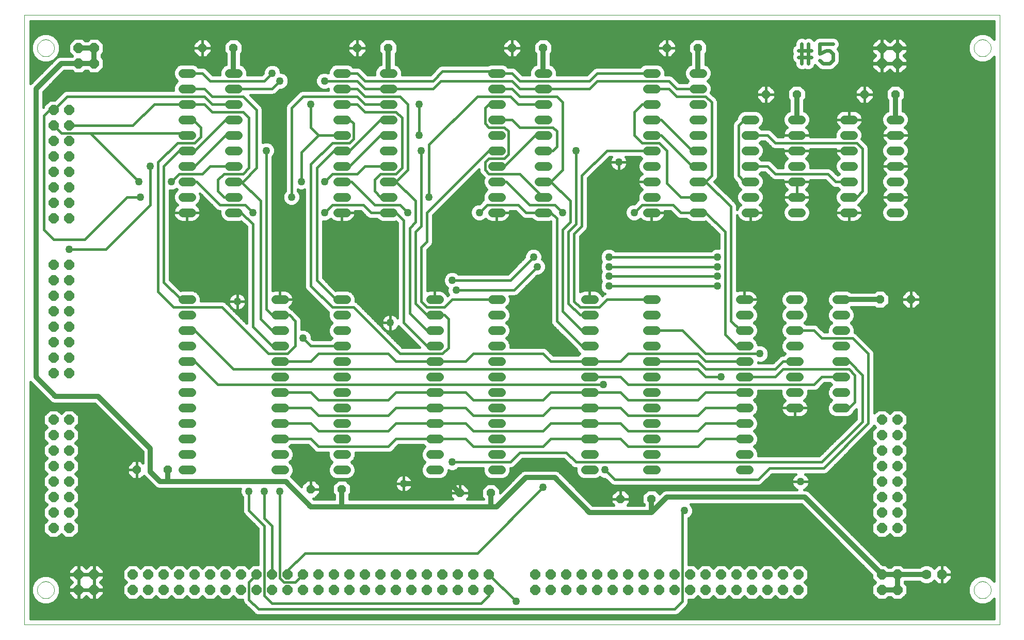
<source format=gtl>
G75*
%MOIN*%
%OFA0B0*%
%FSLAX24Y24*%
%IPPOS*%
%LPD*%
%AMOC8*
5,1,8,0,0,1.08239X$1,22.5*
%
%ADD10C,0.0000*%
%ADD11C,0.0230*%
%ADD12C,0.0560*%
%ADD13OC8,0.0640*%
%ADD14OC8,0.0560*%
%ADD15OC8,0.0630*%
%ADD16C,0.0630*%
%ADD17C,0.0160*%
%ADD18C,0.0500*%
%ADD19C,0.0320*%
D10*
X003890Y003890D02*
X003890Y043260D01*
X066882Y043260D01*
X066882Y003890D01*
X003890Y003890D01*
X004715Y006140D02*
X004717Y006187D01*
X004723Y006233D01*
X004733Y006279D01*
X004746Y006323D01*
X004764Y006367D01*
X004785Y006408D01*
X004809Y006448D01*
X004837Y006486D01*
X004868Y006521D01*
X004902Y006553D01*
X004938Y006582D01*
X004977Y006608D01*
X005017Y006631D01*
X005060Y006650D01*
X005104Y006666D01*
X005149Y006678D01*
X005195Y006686D01*
X005242Y006690D01*
X005288Y006690D01*
X005335Y006686D01*
X005381Y006678D01*
X005426Y006666D01*
X005470Y006650D01*
X005513Y006631D01*
X005553Y006608D01*
X005592Y006582D01*
X005628Y006553D01*
X005662Y006521D01*
X005693Y006486D01*
X005721Y006448D01*
X005745Y006408D01*
X005766Y006367D01*
X005784Y006323D01*
X005797Y006279D01*
X005807Y006233D01*
X005813Y006187D01*
X005815Y006140D01*
X005813Y006093D01*
X005807Y006047D01*
X005797Y006001D01*
X005784Y005957D01*
X005766Y005913D01*
X005745Y005872D01*
X005721Y005832D01*
X005693Y005794D01*
X005662Y005759D01*
X005628Y005727D01*
X005592Y005698D01*
X005553Y005672D01*
X005513Y005649D01*
X005470Y005630D01*
X005426Y005614D01*
X005381Y005602D01*
X005335Y005594D01*
X005288Y005590D01*
X005242Y005590D01*
X005195Y005594D01*
X005149Y005602D01*
X005104Y005614D01*
X005060Y005630D01*
X005017Y005649D01*
X004977Y005672D01*
X004938Y005698D01*
X004902Y005727D01*
X004868Y005759D01*
X004837Y005794D01*
X004809Y005832D01*
X004785Y005872D01*
X004764Y005913D01*
X004746Y005957D01*
X004733Y006001D01*
X004723Y006047D01*
X004717Y006093D01*
X004715Y006140D01*
X004715Y041140D02*
X004717Y041187D01*
X004723Y041233D01*
X004733Y041279D01*
X004746Y041323D01*
X004764Y041367D01*
X004785Y041408D01*
X004809Y041448D01*
X004837Y041486D01*
X004868Y041521D01*
X004902Y041553D01*
X004938Y041582D01*
X004977Y041608D01*
X005017Y041631D01*
X005060Y041650D01*
X005104Y041666D01*
X005149Y041678D01*
X005195Y041686D01*
X005242Y041690D01*
X005288Y041690D01*
X005335Y041686D01*
X005381Y041678D01*
X005426Y041666D01*
X005470Y041650D01*
X005513Y041631D01*
X005553Y041608D01*
X005592Y041582D01*
X005628Y041553D01*
X005662Y041521D01*
X005693Y041486D01*
X005721Y041448D01*
X005745Y041408D01*
X005766Y041367D01*
X005784Y041323D01*
X005797Y041279D01*
X005807Y041233D01*
X005813Y041187D01*
X005815Y041140D01*
X005813Y041093D01*
X005807Y041047D01*
X005797Y041001D01*
X005784Y040957D01*
X005766Y040913D01*
X005745Y040872D01*
X005721Y040832D01*
X005693Y040794D01*
X005662Y040759D01*
X005628Y040727D01*
X005592Y040698D01*
X005553Y040672D01*
X005513Y040649D01*
X005470Y040630D01*
X005426Y040614D01*
X005381Y040602D01*
X005335Y040594D01*
X005288Y040590D01*
X005242Y040590D01*
X005195Y040594D01*
X005149Y040602D01*
X005104Y040614D01*
X005060Y040630D01*
X005017Y040649D01*
X004977Y040672D01*
X004938Y040698D01*
X004902Y040727D01*
X004868Y040759D01*
X004837Y040794D01*
X004809Y040832D01*
X004785Y040872D01*
X004764Y040913D01*
X004746Y040957D01*
X004733Y041001D01*
X004723Y041047D01*
X004717Y041093D01*
X004715Y041140D01*
X065215Y041140D02*
X065217Y041187D01*
X065223Y041233D01*
X065233Y041279D01*
X065246Y041323D01*
X065264Y041367D01*
X065285Y041408D01*
X065309Y041448D01*
X065337Y041486D01*
X065368Y041521D01*
X065402Y041553D01*
X065438Y041582D01*
X065477Y041608D01*
X065517Y041631D01*
X065560Y041650D01*
X065604Y041666D01*
X065649Y041678D01*
X065695Y041686D01*
X065742Y041690D01*
X065788Y041690D01*
X065835Y041686D01*
X065881Y041678D01*
X065926Y041666D01*
X065970Y041650D01*
X066013Y041631D01*
X066053Y041608D01*
X066092Y041582D01*
X066128Y041553D01*
X066162Y041521D01*
X066193Y041486D01*
X066221Y041448D01*
X066245Y041408D01*
X066266Y041367D01*
X066284Y041323D01*
X066297Y041279D01*
X066307Y041233D01*
X066313Y041187D01*
X066315Y041140D01*
X066313Y041093D01*
X066307Y041047D01*
X066297Y041001D01*
X066284Y040957D01*
X066266Y040913D01*
X066245Y040872D01*
X066221Y040832D01*
X066193Y040794D01*
X066162Y040759D01*
X066128Y040727D01*
X066092Y040698D01*
X066053Y040672D01*
X066013Y040649D01*
X065970Y040630D01*
X065926Y040614D01*
X065881Y040602D01*
X065835Y040594D01*
X065788Y040590D01*
X065742Y040590D01*
X065695Y040594D01*
X065649Y040602D01*
X065604Y040614D01*
X065560Y040630D01*
X065517Y040649D01*
X065477Y040672D01*
X065438Y040698D01*
X065402Y040727D01*
X065368Y040759D01*
X065337Y040794D01*
X065309Y040832D01*
X065285Y040872D01*
X065264Y040913D01*
X065246Y040957D01*
X065233Y041001D01*
X065223Y041047D01*
X065217Y041093D01*
X065215Y041140D01*
X065215Y006140D02*
X065217Y006187D01*
X065223Y006233D01*
X065233Y006279D01*
X065246Y006323D01*
X065264Y006367D01*
X065285Y006408D01*
X065309Y006448D01*
X065337Y006486D01*
X065368Y006521D01*
X065402Y006553D01*
X065438Y006582D01*
X065477Y006608D01*
X065517Y006631D01*
X065560Y006650D01*
X065604Y006666D01*
X065649Y006678D01*
X065695Y006686D01*
X065742Y006690D01*
X065788Y006690D01*
X065835Y006686D01*
X065881Y006678D01*
X065926Y006666D01*
X065970Y006650D01*
X066013Y006631D01*
X066053Y006608D01*
X066092Y006582D01*
X066128Y006553D01*
X066162Y006521D01*
X066193Y006486D01*
X066221Y006448D01*
X066245Y006408D01*
X066266Y006367D01*
X066284Y006323D01*
X066297Y006279D01*
X066307Y006233D01*
X066313Y006187D01*
X066315Y006140D01*
X066313Y006093D01*
X066307Y006047D01*
X066297Y006001D01*
X066284Y005957D01*
X066266Y005913D01*
X066245Y005872D01*
X066221Y005832D01*
X066193Y005794D01*
X066162Y005759D01*
X066128Y005727D01*
X066092Y005698D01*
X066053Y005672D01*
X066013Y005649D01*
X065970Y005630D01*
X065926Y005614D01*
X065881Y005602D01*
X065835Y005594D01*
X065788Y005590D01*
X065742Y005590D01*
X065695Y005594D01*
X065649Y005602D01*
X065604Y005614D01*
X065560Y005630D01*
X065517Y005649D01*
X065477Y005672D01*
X065438Y005698D01*
X065402Y005727D01*
X065368Y005759D01*
X065337Y005794D01*
X065309Y005832D01*
X065285Y005872D01*
X065264Y005913D01*
X065246Y005957D01*
X065233Y006001D01*
X065223Y006047D01*
X065217Y006093D01*
X065215Y006140D01*
D11*
X055897Y040130D02*
X055473Y040130D01*
X055261Y040342D01*
X055261Y040766D02*
X055685Y040977D01*
X055897Y040977D01*
X056109Y040766D01*
X056109Y040342D01*
X055897Y040130D01*
X055261Y040766D02*
X055261Y041401D01*
X056109Y041401D01*
X054727Y040977D02*
X054516Y040977D01*
X053880Y040977D01*
X053880Y040554D02*
X054727Y040554D01*
X054516Y040130D02*
X054516Y041401D01*
X054092Y041401D02*
X054092Y040130D01*
D12*
X054045Y036515D02*
X053485Y036515D01*
X053485Y035515D02*
X054045Y035515D01*
X054045Y034515D02*
X053485Y034515D01*
X053485Y033515D02*
X054045Y033515D01*
X054045Y032515D02*
X053485Y032515D01*
X053485Y031515D02*
X054045Y031515D01*
X054045Y030515D02*
X053485Y030515D01*
X051045Y030515D02*
X050485Y030515D01*
X050485Y031515D02*
X051045Y031515D01*
X051045Y032515D02*
X050485Y032515D01*
X050485Y033515D02*
X051045Y033515D01*
X051045Y034515D02*
X050485Y034515D01*
X050485Y035515D02*
X051045Y035515D01*
X051045Y036515D02*
X050485Y036515D01*
X047670Y036515D02*
X047110Y036515D01*
X047110Y035515D02*
X047670Y035515D01*
X047670Y034515D02*
X047110Y034515D01*
X047110Y033515D02*
X047670Y033515D01*
X047670Y032515D02*
X047110Y032515D01*
X047110Y031515D02*
X047670Y031515D01*
X047670Y030515D02*
X047110Y030515D01*
X044670Y030515D02*
X044110Y030515D01*
X044110Y031515D02*
X044670Y031515D01*
X044670Y032515D02*
X044110Y032515D01*
X044110Y033515D02*
X044670Y033515D01*
X044670Y034515D02*
X044110Y034515D01*
X044110Y035515D02*
X044670Y035515D01*
X044670Y036515D02*
X044110Y036515D01*
X044110Y037515D02*
X044670Y037515D01*
X044670Y038515D02*
X044110Y038515D01*
X044110Y039515D02*
X044670Y039515D01*
X047110Y039515D02*
X047670Y039515D01*
X047670Y038515D02*
X047110Y038515D01*
X047110Y037515D02*
X047670Y037515D01*
X056860Y036515D02*
X057420Y036515D01*
X057420Y035515D02*
X056860Y035515D01*
X056860Y034515D02*
X057420Y034515D01*
X057420Y033515D02*
X056860Y033515D01*
X056860Y032515D02*
X057420Y032515D01*
X057420Y031515D02*
X056860Y031515D01*
X056860Y030515D02*
X057420Y030515D01*
X059860Y030515D02*
X060420Y030515D01*
X060420Y031515D02*
X059860Y031515D01*
X059860Y032515D02*
X060420Y032515D01*
X060420Y033515D02*
X059860Y033515D01*
X059860Y034515D02*
X060420Y034515D01*
X060420Y035515D02*
X059860Y035515D01*
X059860Y036515D02*
X060420Y036515D01*
X056920Y024890D02*
X056360Y024890D01*
X056360Y023890D02*
X056920Y023890D01*
X056920Y022890D02*
X056360Y022890D01*
X056360Y021890D02*
X056920Y021890D01*
X056920Y020890D02*
X056360Y020890D01*
X056360Y019890D02*
X056920Y019890D01*
X056920Y018890D02*
X056360Y018890D01*
X056360Y017890D02*
X056920Y017890D01*
X053920Y017890D02*
X053360Y017890D01*
X053360Y018890D02*
X053920Y018890D01*
X053920Y019890D02*
X053360Y019890D01*
X053360Y020890D02*
X053920Y020890D01*
X053920Y021890D02*
X053360Y021890D01*
X053360Y022890D02*
X053920Y022890D01*
X053920Y023890D02*
X053360Y023890D01*
X053360Y024890D02*
X053920Y024890D01*
X050670Y024890D02*
X050110Y024890D01*
X050110Y023890D02*
X050670Y023890D01*
X050670Y022890D02*
X050110Y022890D01*
X050110Y021890D02*
X050670Y021890D01*
X050670Y020890D02*
X050110Y020890D01*
X050110Y019890D02*
X050670Y019890D01*
X050670Y018890D02*
X050110Y018890D01*
X050110Y017890D02*
X050670Y017890D01*
X050670Y016890D02*
X050110Y016890D01*
X050110Y015890D02*
X050670Y015890D01*
X050670Y014890D02*
X050110Y014890D01*
X050110Y013890D02*
X050670Y013890D01*
X044670Y013890D02*
X044110Y013890D01*
X044110Y014890D02*
X044670Y014890D01*
X044670Y015890D02*
X044110Y015890D01*
X044110Y016890D02*
X044670Y016890D01*
X044670Y017890D02*
X044110Y017890D01*
X044110Y018890D02*
X044670Y018890D01*
X044670Y019890D02*
X044110Y019890D01*
X044110Y020890D02*
X044670Y020890D01*
X044670Y021890D02*
X044110Y021890D01*
X044110Y022890D02*
X044670Y022890D01*
X044670Y023890D02*
X044110Y023890D01*
X044110Y024890D02*
X044670Y024890D01*
X040670Y024890D02*
X040110Y024890D01*
X040110Y023890D02*
X040670Y023890D01*
X040670Y022890D02*
X040110Y022890D01*
X040110Y021890D02*
X040670Y021890D01*
X040670Y020890D02*
X040110Y020890D01*
X040110Y019890D02*
X040670Y019890D01*
X040670Y018890D02*
X040110Y018890D01*
X040110Y017890D02*
X040670Y017890D01*
X040670Y016890D02*
X040110Y016890D01*
X040110Y015890D02*
X040670Y015890D01*
X040670Y014890D02*
X040110Y014890D01*
X040110Y013890D02*
X040670Y013890D01*
X034670Y013890D02*
X034110Y013890D01*
X034110Y014890D02*
X034670Y014890D01*
X034670Y015890D02*
X034110Y015890D01*
X034110Y016890D02*
X034670Y016890D01*
X034670Y017890D02*
X034110Y017890D01*
X034110Y018890D02*
X034670Y018890D01*
X034670Y019890D02*
X034110Y019890D01*
X034110Y020890D02*
X034670Y020890D01*
X034670Y021890D02*
X034110Y021890D01*
X034110Y022890D02*
X034670Y022890D01*
X034670Y023890D02*
X034110Y023890D01*
X034110Y024890D02*
X034670Y024890D01*
X030670Y024890D02*
X030110Y024890D01*
X030110Y023890D02*
X030670Y023890D01*
X030670Y022890D02*
X030110Y022890D01*
X030110Y021890D02*
X030670Y021890D01*
X030670Y020890D02*
X030110Y020890D01*
X030110Y019890D02*
X030670Y019890D01*
X030670Y018890D02*
X030110Y018890D01*
X030110Y017890D02*
X030670Y017890D01*
X030670Y016890D02*
X030110Y016890D01*
X030110Y015890D02*
X030670Y015890D01*
X030670Y014890D02*
X030110Y014890D01*
X030110Y013890D02*
X030670Y013890D01*
X024670Y013890D02*
X024110Y013890D01*
X024110Y014890D02*
X024670Y014890D01*
X024670Y015890D02*
X024110Y015890D01*
X024110Y016890D02*
X024670Y016890D01*
X024670Y017890D02*
X024110Y017890D01*
X024110Y018890D02*
X024670Y018890D01*
X024670Y019890D02*
X024110Y019890D01*
X024110Y020890D02*
X024670Y020890D01*
X024670Y021890D02*
X024110Y021890D01*
X024110Y022890D02*
X024670Y022890D01*
X024670Y023890D02*
X024110Y023890D01*
X024110Y024890D02*
X024670Y024890D01*
X020670Y024890D02*
X020110Y024890D01*
X020110Y023890D02*
X020670Y023890D01*
X020670Y022890D02*
X020110Y022890D01*
X020110Y021890D02*
X020670Y021890D01*
X020670Y020890D02*
X020110Y020890D01*
X020110Y019890D02*
X020670Y019890D01*
X020670Y018890D02*
X020110Y018890D01*
X020110Y017890D02*
X020670Y017890D01*
X020670Y016890D02*
X020110Y016890D01*
X020110Y015890D02*
X020670Y015890D01*
X020670Y014890D02*
X020110Y014890D01*
X020110Y013890D02*
X020670Y013890D01*
X014670Y013890D02*
X014110Y013890D01*
X014110Y014890D02*
X014670Y014890D01*
X014670Y015890D02*
X014110Y015890D01*
X014110Y016890D02*
X014670Y016890D01*
X014670Y017890D02*
X014110Y017890D01*
X014110Y018890D02*
X014670Y018890D01*
X014670Y019890D02*
X014110Y019890D01*
X014110Y020890D02*
X014670Y020890D01*
X014670Y021890D02*
X014110Y021890D01*
X014110Y022890D02*
X014670Y022890D01*
X014670Y023890D02*
X014110Y023890D01*
X014110Y024890D02*
X014670Y024890D01*
X014670Y030515D02*
X014110Y030515D01*
X014110Y031515D02*
X014670Y031515D01*
X014670Y032515D02*
X014110Y032515D01*
X014110Y033515D02*
X014670Y033515D01*
X014670Y034515D02*
X014110Y034515D01*
X014110Y035515D02*
X014670Y035515D01*
X014670Y036515D02*
X014110Y036515D01*
X014110Y037515D02*
X014670Y037515D01*
X014670Y038515D02*
X014110Y038515D01*
X014110Y039515D02*
X014670Y039515D01*
X017110Y039515D02*
X017670Y039515D01*
X017670Y038515D02*
X017110Y038515D01*
X017110Y037515D02*
X017670Y037515D01*
X017670Y036515D02*
X017110Y036515D01*
X017110Y035515D02*
X017670Y035515D01*
X017670Y034515D02*
X017110Y034515D01*
X017110Y033515D02*
X017670Y033515D01*
X017670Y032515D02*
X017110Y032515D01*
X017110Y031515D02*
X017670Y031515D01*
X017670Y030515D02*
X017110Y030515D01*
X024110Y030515D02*
X024670Y030515D01*
X024670Y031515D02*
X024110Y031515D01*
X024110Y032515D02*
X024670Y032515D01*
X024670Y033515D02*
X024110Y033515D01*
X024110Y034515D02*
X024670Y034515D01*
X024670Y035515D02*
X024110Y035515D01*
X024110Y036515D02*
X024670Y036515D01*
X024670Y037515D02*
X024110Y037515D01*
X024110Y038515D02*
X024670Y038515D01*
X024670Y039515D02*
X024110Y039515D01*
X027110Y039515D02*
X027670Y039515D01*
X027670Y038515D02*
X027110Y038515D01*
X027110Y037515D02*
X027670Y037515D01*
X027670Y036515D02*
X027110Y036515D01*
X027110Y035515D02*
X027670Y035515D01*
X027670Y034515D02*
X027110Y034515D01*
X027110Y033515D02*
X027670Y033515D01*
X027670Y032515D02*
X027110Y032515D01*
X027110Y031515D02*
X027670Y031515D01*
X027670Y030515D02*
X027110Y030515D01*
X034110Y030515D02*
X034670Y030515D01*
X034670Y031515D02*
X034110Y031515D01*
X034110Y032515D02*
X034670Y032515D01*
X034670Y033515D02*
X034110Y033515D01*
X034110Y034515D02*
X034670Y034515D01*
X034670Y035515D02*
X034110Y035515D01*
X034110Y036515D02*
X034670Y036515D01*
X034670Y037515D02*
X034110Y037515D01*
X034110Y038515D02*
X034670Y038515D01*
X034670Y039515D02*
X034110Y039515D01*
X037110Y039515D02*
X037670Y039515D01*
X037670Y038515D02*
X037110Y038515D01*
X037110Y037515D02*
X037670Y037515D01*
X037670Y036515D02*
X037110Y036515D01*
X037110Y035515D02*
X037670Y035515D01*
X037670Y034515D02*
X037110Y034515D01*
X037110Y033515D02*
X037670Y033515D01*
X037670Y032515D02*
X037110Y032515D01*
X037110Y031515D02*
X037670Y031515D01*
X037670Y030515D02*
X037110Y030515D01*
D13*
X059265Y040140D03*
X060265Y040140D03*
X060265Y041140D03*
X059265Y041140D03*
X059265Y017140D03*
X060265Y017140D03*
X060265Y016140D03*
X059265Y016140D03*
X059265Y015140D03*
X060265Y015140D03*
X060265Y014140D03*
X059265Y014140D03*
X059265Y013140D03*
X060265Y013140D03*
X060265Y012140D03*
X059265Y012140D03*
X059265Y011140D03*
X060265Y011140D03*
X060265Y010140D03*
X059265Y010140D03*
X059265Y007140D03*
X060265Y007140D03*
X060265Y006140D03*
X059265Y006140D03*
X053890Y006140D03*
X053890Y007140D03*
X052890Y007140D03*
X051890Y007140D03*
X051890Y006140D03*
X052890Y006140D03*
X050890Y006140D03*
X049890Y006140D03*
X049890Y007140D03*
X050890Y007140D03*
X048890Y007140D03*
X047890Y007140D03*
X046890Y007140D03*
X046890Y006140D03*
X047890Y006140D03*
X048890Y006140D03*
X045890Y006140D03*
X044890Y006140D03*
X044890Y007140D03*
X045890Y007140D03*
X043890Y007140D03*
X042890Y007140D03*
X041890Y007140D03*
X041890Y006140D03*
X042890Y006140D03*
X043890Y006140D03*
X040890Y006140D03*
X039890Y006140D03*
X039890Y007140D03*
X040890Y007140D03*
X038890Y007140D03*
X037890Y007140D03*
X036890Y007140D03*
X036890Y006140D03*
X037890Y006140D03*
X038890Y006140D03*
X033890Y006140D03*
X032890Y006140D03*
X032890Y007140D03*
X033890Y007140D03*
X031890Y007140D03*
X030890Y007140D03*
X029890Y007140D03*
X029890Y006140D03*
X030890Y006140D03*
X031890Y006140D03*
X028890Y006140D03*
X027890Y006140D03*
X027890Y007140D03*
X028890Y007140D03*
X026890Y007140D03*
X025890Y007140D03*
X024890Y007140D03*
X024890Y006140D03*
X025890Y006140D03*
X026890Y006140D03*
X023890Y006140D03*
X022890Y006140D03*
X022890Y007140D03*
X023890Y007140D03*
X021890Y007140D03*
X020890Y007140D03*
X019890Y007140D03*
X019890Y006140D03*
X020890Y006140D03*
X021890Y006140D03*
X018890Y006140D03*
X017890Y006140D03*
X017890Y007140D03*
X018890Y007140D03*
X016890Y007140D03*
X015890Y007140D03*
X015890Y006140D03*
X016890Y006140D03*
X014890Y006140D03*
X013890Y006140D03*
X012890Y006140D03*
X012890Y007140D03*
X013890Y007140D03*
X014890Y007140D03*
X011890Y007140D03*
X010890Y007140D03*
X010890Y006140D03*
X011890Y006140D03*
X008390Y006140D03*
X007390Y006140D03*
X007390Y007140D03*
X008390Y007140D03*
X006765Y010140D03*
X005765Y010140D03*
X005765Y011140D03*
X006765Y011140D03*
X006765Y012140D03*
X005765Y012140D03*
X005765Y013140D03*
X006765Y013140D03*
X006765Y014140D03*
X005765Y014140D03*
X005765Y015140D03*
X006765Y015140D03*
X006765Y016140D03*
X005765Y016140D03*
X005765Y017140D03*
X006765Y017140D03*
X006765Y020140D03*
X005765Y020140D03*
X005765Y021140D03*
X006765Y021140D03*
X006765Y022140D03*
X005765Y022140D03*
X005765Y023140D03*
X006765Y023140D03*
X006765Y024140D03*
X005765Y024140D03*
X005765Y025140D03*
X006765Y025140D03*
X006765Y026140D03*
X005765Y026140D03*
X005765Y027140D03*
X006765Y027140D03*
X006765Y030140D03*
X005765Y030140D03*
X005765Y031140D03*
X006765Y031140D03*
X006765Y032140D03*
X005765Y032140D03*
X005765Y033140D03*
X006765Y033140D03*
X006765Y034140D03*
X005765Y034140D03*
X005765Y035140D03*
X006765Y035140D03*
X006765Y036140D03*
X005765Y036140D03*
X005765Y037140D03*
X006765Y037140D03*
X007390Y040140D03*
X008390Y040140D03*
X008390Y041140D03*
X007390Y041140D03*
D14*
X015390Y041140D03*
X017390Y041140D03*
X025390Y041140D03*
X027390Y041140D03*
X035390Y041140D03*
X037390Y041140D03*
X045390Y041140D03*
X047390Y041140D03*
X051765Y038140D03*
X053765Y038140D03*
X058140Y038140D03*
X060140Y038140D03*
X059140Y024890D03*
X061140Y024890D03*
X044390Y012015D03*
X042390Y012015D03*
X034015Y012390D03*
X032015Y012390D03*
X024390Y012640D03*
X022390Y012640D03*
X013140Y013890D03*
X011140Y013890D03*
D15*
X063140Y007140D03*
D16*
X062140Y007140D03*
D17*
X061722Y007620D02*
X060690Y007620D01*
X060530Y007780D01*
X060000Y007780D01*
X059840Y007620D01*
X059690Y007620D01*
X059530Y007780D01*
X059304Y007780D01*
X054672Y012412D01*
X054537Y012547D01*
X054360Y012620D01*
X054250Y012620D01*
X054314Y012652D01*
X054386Y012705D01*
X054450Y012769D01*
X054503Y012841D01*
X054543Y012921D01*
X054571Y013007D01*
X054585Y013095D01*
X054585Y013140D01*
X054585Y013185D01*
X054571Y013273D01*
X054543Y013359D01*
X054503Y013439D01*
X054450Y013511D01*
X054386Y013575D01*
X054331Y013615D01*
X055595Y013615D01*
X055742Y013676D01*
X058729Y016663D01*
X058761Y016739D01*
X058860Y016640D01*
X058625Y016405D01*
X058625Y015875D01*
X058860Y015640D01*
X058625Y015405D01*
X058625Y014875D01*
X058860Y014640D01*
X058625Y014405D01*
X058625Y013875D01*
X058860Y013640D01*
X058625Y013405D01*
X058625Y012875D01*
X058860Y012640D01*
X058625Y012405D01*
X058625Y011875D01*
X058860Y011640D01*
X058625Y011405D01*
X058625Y010875D01*
X058860Y010640D01*
X058625Y010405D01*
X058625Y009875D01*
X059000Y009500D01*
X059530Y009500D01*
X059765Y009735D01*
X060000Y009500D01*
X060530Y009500D01*
X060905Y009875D01*
X060905Y010405D01*
X060670Y010640D01*
X060905Y010875D01*
X060905Y011405D01*
X060670Y011640D01*
X060905Y011875D01*
X060905Y012405D01*
X060670Y012640D01*
X060905Y012875D01*
X060905Y013405D01*
X060670Y013640D01*
X060905Y013875D01*
X060905Y014405D01*
X060670Y014640D01*
X060905Y014875D01*
X060905Y015405D01*
X060670Y015640D01*
X060905Y015875D01*
X060905Y016405D01*
X060670Y016640D01*
X060905Y016875D01*
X060905Y017405D01*
X060530Y017780D01*
X060000Y017780D01*
X059765Y017545D01*
X059530Y017780D01*
X059000Y017780D01*
X058790Y017570D01*
X058790Y021470D01*
X058729Y021617D01*
X057729Y022617D01*
X057617Y022729D01*
X057519Y022769D01*
X057520Y022771D01*
X057520Y023009D01*
X057429Y023230D01*
X057269Y023390D01*
X057429Y023550D01*
X057520Y023771D01*
X057520Y024009D01*
X057429Y024230D01*
X057269Y024390D01*
X057289Y024410D01*
X058771Y024410D01*
X058891Y024290D01*
X059389Y024290D01*
X059740Y024641D01*
X059740Y025139D01*
X059389Y025490D01*
X058891Y025490D01*
X058771Y025370D01*
X057289Y025370D01*
X057260Y025399D01*
X057039Y025490D01*
X056241Y025490D01*
X056020Y025399D01*
X055851Y025230D01*
X055760Y025009D01*
X055760Y024771D01*
X055851Y024550D01*
X056011Y024390D01*
X055851Y024230D01*
X055760Y024009D01*
X055760Y023771D01*
X055851Y023550D01*
X056011Y023390D01*
X055851Y023230D01*
X055760Y023009D01*
X055760Y022790D01*
X055556Y022790D01*
X055229Y023117D01*
X055117Y023229D01*
X054970Y023290D01*
X054369Y023290D01*
X054269Y023390D01*
X054429Y023550D01*
X054520Y023771D01*
X054520Y024009D01*
X054429Y024230D01*
X054269Y024390D01*
X054429Y024550D01*
X054520Y024771D01*
X054520Y025009D01*
X054429Y025230D01*
X054260Y025399D01*
X054039Y025490D01*
X053241Y025490D01*
X053020Y025399D01*
X052851Y025230D01*
X052760Y025009D01*
X052760Y024771D01*
X052851Y024550D01*
X053011Y024390D01*
X052851Y024230D01*
X052760Y024009D01*
X052760Y023771D01*
X052851Y023550D01*
X053011Y023390D01*
X052851Y023230D01*
X052760Y023009D01*
X052760Y022771D01*
X052851Y022550D01*
X053011Y022390D01*
X052851Y022230D01*
X052760Y022009D01*
X052760Y021771D01*
X052851Y021550D01*
X053011Y021390D01*
X052911Y021290D01*
X052810Y021290D01*
X052663Y021229D01*
X052551Y021117D01*
X052224Y020790D01*
X051270Y020790D01*
X051270Y020823D01*
X051277Y020820D01*
X051503Y020820D01*
X051713Y020907D01*
X051873Y021067D01*
X051960Y021277D01*
X051960Y021503D01*
X051873Y021713D01*
X051713Y021873D01*
X051503Y021960D01*
X051277Y021960D01*
X051270Y021957D01*
X051270Y022009D01*
X051179Y022230D01*
X051019Y022390D01*
X051179Y022550D01*
X051270Y022771D01*
X051270Y023009D01*
X051179Y023230D01*
X051019Y023390D01*
X051179Y023550D01*
X051270Y023771D01*
X051270Y024009D01*
X051179Y024230D01*
X051012Y024397D01*
X051061Y024432D01*
X051128Y024499D01*
X051183Y024576D01*
X051226Y024660D01*
X051255Y024749D01*
X051270Y024843D01*
X051270Y024890D01*
X051270Y024937D01*
X051255Y025030D01*
X051226Y025120D01*
X051183Y025204D01*
X051128Y025281D01*
X051061Y025348D01*
X050984Y025403D01*
X050900Y025446D01*
X050810Y025475D01*
X050717Y025490D01*
X050390Y025490D01*
X050390Y024890D01*
X050390Y024890D01*
X051270Y024890D01*
X050390Y024890D01*
X050390Y024890D01*
X050390Y025490D01*
X050063Y025490D01*
X049969Y025475D01*
X049915Y025458D01*
X049915Y030328D01*
X049929Y030285D01*
X049972Y030201D01*
X049915Y030201D01*
X049972Y030201D02*
X050027Y030124D01*
X050094Y030057D01*
X050171Y030002D01*
X050255Y029959D01*
X050344Y029930D01*
X050438Y029915D01*
X050765Y029915D01*
X051092Y029915D01*
X051185Y029930D01*
X051275Y029959D01*
X051359Y030002D01*
X051436Y030057D01*
X051503Y030124D01*
X051558Y030201D01*
X052966Y030201D01*
X052976Y030175D02*
X052885Y030396D01*
X052885Y030634D01*
X052976Y030855D01*
X053143Y031022D01*
X053094Y031057D01*
X053027Y031124D01*
X052972Y031201D01*
X052929Y031285D01*
X052900Y031374D01*
X052885Y031468D01*
X052885Y031515D01*
X053765Y031515D01*
X053765Y031515D01*
X053765Y031915D01*
X053765Y032515D01*
X054645Y032515D01*
X054645Y032562D01*
X054637Y032615D01*
X055599Y032615D01*
X056038Y032176D01*
X056185Y032115D01*
X056411Y032115D01*
X056511Y032015D01*
X056351Y031855D01*
X056260Y031634D01*
X056260Y031396D01*
X056351Y031175D01*
X056518Y031008D01*
X056469Y030973D01*
X056402Y030906D01*
X056347Y030829D01*
X056304Y030745D01*
X056275Y030655D01*
X056260Y030562D01*
X056260Y030515D01*
X057140Y030515D01*
X058020Y030515D01*
X058020Y030562D01*
X058005Y030655D01*
X057976Y030745D01*
X057933Y030829D01*
X057878Y030906D01*
X057811Y030973D01*
X057762Y031008D01*
X057929Y031175D01*
X057973Y031282D01*
X057979Y031288D01*
X058354Y031663D01*
X058415Y031810D01*
X058415Y034720D01*
X058354Y034867D01*
X058242Y034979D01*
X057963Y035258D01*
X058020Y035396D01*
X058020Y035634D01*
X057929Y035855D01*
X057762Y036022D01*
X057811Y036057D01*
X057878Y036124D01*
X057933Y036201D01*
X057976Y036285D01*
X058005Y036374D01*
X058020Y036468D01*
X058020Y036515D01*
X058020Y036562D01*
X058005Y036655D01*
X057976Y036745D01*
X057933Y036829D01*
X057878Y036906D01*
X057811Y036973D01*
X057734Y037028D01*
X057650Y037071D01*
X057560Y037100D01*
X057467Y037115D01*
X057140Y037115D01*
X057140Y036515D01*
X057140Y036515D01*
X058020Y036515D01*
X057140Y036515D01*
X057140Y036515D01*
X057140Y036515D01*
X056260Y036515D01*
X056260Y036562D01*
X056275Y036655D01*
X056304Y036745D01*
X056347Y036829D01*
X056402Y036906D01*
X056469Y036973D01*
X056546Y037028D01*
X056630Y037071D01*
X056719Y037100D01*
X056813Y037115D01*
X057140Y037115D01*
X057140Y036515D01*
X056260Y036515D01*
X056260Y036468D01*
X056275Y036374D01*
X056304Y036285D01*
X056347Y036201D01*
X056402Y036124D01*
X056469Y036057D01*
X056518Y036022D01*
X056351Y035855D01*
X056260Y035634D01*
X056260Y035415D01*
X054637Y035415D01*
X054645Y035468D01*
X054645Y035515D01*
X054645Y035562D01*
X054630Y035655D01*
X054601Y035745D01*
X054558Y035829D01*
X054503Y035906D01*
X054436Y035973D01*
X054387Y036008D01*
X054554Y036175D01*
X054645Y036396D01*
X054645Y036634D01*
X054554Y036855D01*
X054385Y037024D01*
X054245Y037082D01*
X054245Y037771D01*
X054365Y037891D01*
X054365Y038389D01*
X054014Y038740D01*
X053516Y038740D01*
X053165Y038389D01*
X053165Y037891D01*
X053285Y037771D01*
X053285Y037082D01*
X053145Y037024D01*
X052976Y036855D01*
X052885Y036634D01*
X052885Y036396D01*
X052976Y036175D01*
X053143Y036008D01*
X053094Y035973D01*
X053027Y035906D01*
X052972Y035829D01*
X052929Y035745D01*
X052900Y035655D01*
X052885Y035562D01*
X052885Y035515D01*
X053765Y035515D01*
X054645Y035515D01*
X053765Y035515D01*
X053765Y035515D01*
X053765Y035515D01*
X052885Y035515D01*
X052885Y035468D01*
X052893Y035415D01*
X052556Y035415D01*
X052117Y035854D01*
X051970Y035915D01*
X051494Y035915D01*
X051394Y036015D01*
X051554Y036175D01*
X051645Y036396D01*
X051645Y036634D01*
X051554Y036855D01*
X051385Y037024D01*
X051164Y037115D01*
X050366Y037115D01*
X050145Y037024D01*
X049976Y036855D01*
X049885Y036634D01*
X049885Y036576D01*
X049676Y036367D01*
X049615Y036220D01*
X049615Y032810D01*
X049676Y032663D01*
X049788Y032551D01*
X049885Y032454D01*
X049885Y032396D01*
X049976Y032175D01*
X050136Y032015D01*
X049976Y031855D01*
X049885Y031634D01*
X049885Y031396D01*
X049976Y031175D01*
X050143Y031008D01*
X050094Y030973D01*
X050027Y030906D01*
X049972Y030829D01*
X049929Y030745D01*
X049915Y030702D01*
X049915Y030970D01*
X049854Y031117D01*
X049742Y031229D01*
X048456Y032515D01*
X048492Y032551D01*
X048604Y032663D01*
X048665Y032810D01*
X048665Y037720D01*
X048604Y037867D01*
X048229Y038242D01*
X048213Y038258D01*
X048270Y038396D01*
X048270Y038634D01*
X048179Y038855D01*
X048019Y039015D01*
X048179Y039175D01*
X048270Y039396D01*
X048270Y039634D01*
X048179Y039855D01*
X048010Y040024D01*
X047870Y040082D01*
X047870Y040771D01*
X047990Y040891D01*
X047990Y041389D01*
X047639Y041740D01*
X047141Y041740D01*
X046790Y041389D01*
X046790Y040891D01*
X046910Y040771D01*
X046910Y040082D01*
X046770Y040024D01*
X046601Y039855D01*
X046510Y039634D01*
X046510Y039396D01*
X046601Y039175D01*
X046761Y039015D01*
X046661Y038915D01*
X046181Y038915D01*
X045854Y039242D01*
X045742Y039354D01*
X045595Y039415D01*
X045270Y039415D01*
X045270Y039634D01*
X045179Y039855D01*
X045010Y040024D01*
X044789Y040115D01*
X043991Y040115D01*
X043770Y040024D01*
X043661Y039915D01*
X040810Y039915D01*
X040663Y039854D01*
X040224Y039415D01*
X038270Y039415D01*
X038270Y039634D01*
X038179Y039855D01*
X038010Y040024D01*
X037870Y040082D01*
X037870Y040771D01*
X037990Y040891D01*
X037990Y041389D01*
X037639Y041740D01*
X037141Y041740D01*
X036790Y041389D01*
X036790Y040891D01*
X036910Y040771D01*
X036910Y040082D01*
X036770Y040024D01*
X036601Y039855D01*
X036510Y039634D01*
X036510Y039415D01*
X036056Y039415D01*
X035729Y039742D01*
X035617Y039854D01*
X035470Y039915D01*
X035119Y039915D01*
X035010Y040024D01*
X034789Y040115D01*
X033991Y040115D01*
X033810Y040040D01*
X030810Y040040D01*
X030663Y039979D01*
X030099Y039415D01*
X028270Y039415D01*
X028270Y039634D01*
X028179Y039855D01*
X028010Y040024D01*
X027870Y040082D01*
X027870Y040771D01*
X027990Y040891D01*
X027990Y041389D01*
X027639Y041740D01*
X027141Y041740D01*
X026790Y041389D01*
X026790Y040891D01*
X026910Y040771D01*
X026910Y040082D01*
X026770Y040024D01*
X026601Y039855D01*
X026510Y039634D01*
X026510Y039415D01*
X026056Y039415D01*
X025729Y039742D01*
X025617Y039854D01*
X025470Y039915D01*
X025119Y039915D01*
X025010Y040024D01*
X024789Y040115D01*
X023991Y040115D01*
X023770Y040024D01*
X023601Y039855D01*
X023510Y039634D01*
X023510Y039530D01*
X023378Y039585D01*
X023152Y039585D01*
X022942Y039498D01*
X022782Y039338D01*
X022695Y039128D01*
X022695Y038902D01*
X022782Y038692D01*
X022942Y038532D01*
X023152Y038445D01*
X023378Y038445D01*
X023510Y038500D01*
X023510Y038415D01*
X021810Y038415D01*
X021663Y038354D01*
X020913Y037604D01*
X020801Y037492D01*
X019104Y037492D01*
X019117Y037479D02*
X018481Y038115D01*
X019970Y038115D01*
X020117Y038176D01*
X020229Y038288D01*
X020386Y038445D01*
X020503Y038445D01*
X020713Y038532D01*
X020873Y038692D01*
X020960Y038902D01*
X020960Y039128D01*
X020873Y039338D01*
X020713Y039498D01*
X020503Y039585D01*
X020460Y039585D01*
X020460Y039628D01*
X020373Y039838D01*
X020213Y039998D01*
X020003Y040085D01*
X019777Y040085D01*
X019567Y039998D01*
X019407Y039838D01*
X019320Y039628D01*
X019320Y039511D01*
X019224Y039415D01*
X018270Y039415D01*
X018270Y039634D01*
X018179Y039855D01*
X018010Y040024D01*
X017870Y040082D01*
X017870Y040771D01*
X017990Y040891D01*
X017990Y041389D01*
X017639Y041740D01*
X017141Y041740D01*
X016790Y041389D01*
X016790Y040891D01*
X016910Y040771D01*
X016910Y040082D01*
X016770Y040024D01*
X016601Y039855D01*
X016510Y039634D01*
X016510Y039415D01*
X016056Y039415D01*
X015729Y039742D01*
X015617Y039854D01*
X015470Y039915D01*
X015119Y039915D01*
X015010Y040024D01*
X014789Y040115D01*
X013991Y040115D01*
X013770Y040024D01*
X013601Y039855D01*
X013510Y039634D01*
X013510Y039396D01*
X013601Y039175D01*
X013761Y039015D01*
X013601Y038855D01*
X013510Y038634D01*
X013510Y038415D01*
X006560Y038415D01*
X006413Y038354D01*
X006301Y038242D01*
X005839Y037780D01*
X005500Y037780D01*
X005125Y037405D01*
X005125Y037316D01*
X005120Y037311D01*
X005120Y038316D01*
X006464Y039660D01*
X006965Y039660D01*
X007125Y039500D01*
X007655Y039500D01*
X007815Y039660D01*
X007965Y039660D01*
X008125Y039500D01*
X008655Y039500D01*
X009030Y039875D01*
X009030Y040405D01*
X008870Y040565D01*
X008870Y040715D01*
X009030Y040875D01*
X009030Y041405D01*
X008655Y041780D01*
X008125Y041780D01*
X007965Y041620D01*
X007815Y041620D01*
X007655Y041780D01*
X007125Y041780D01*
X006750Y041405D01*
X006750Y040875D01*
X006985Y040640D01*
X006965Y040620D01*
X006170Y040620D01*
X005993Y040547D01*
X005858Y040412D01*
X004270Y038824D01*
X004270Y042880D01*
X066502Y042880D01*
X066502Y041718D01*
X066292Y041928D01*
X065950Y042070D01*
X065580Y042070D01*
X065238Y041928D01*
X064977Y041667D01*
X064835Y041325D01*
X064835Y040955D01*
X064977Y040613D01*
X065238Y040352D01*
X065580Y040210D01*
X065950Y040210D01*
X066292Y040352D01*
X066502Y040562D01*
X066502Y006718D01*
X066292Y006928D01*
X065950Y007070D01*
X065580Y007070D01*
X065238Y006928D01*
X064977Y006667D01*
X064835Y006325D01*
X064835Y005955D01*
X064977Y005613D01*
X065238Y005352D01*
X065580Y005210D01*
X065950Y005210D01*
X066292Y005352D01*
X066502Y005562D01*
X066502Y004270D01*
X004270Y004270D01*
X004270Y019581D01*
X004368Y019483D01*
X005618Y018233D01*
X005795Y018160D01*
X008441Y018160D01*
X011535Y015066D01*
X011535Y014344D01*
X011389Y014490D01*
X011140Y014490D01*
X011140Y013890D01*
X011140Y013890D01*
X011140Y013290D01*
X011389Y013290D01*
X011603Y013505D01*
X011608Y013493D01*
X011743Y013358D01*
X011743Y013358D01*
X012368Y012733D01*
X012545Y012660D01*
X017833Y012660D01*
X017820Y012628D01*
X017820Y012402D01*
X017907Y012192D01*
X017990Y012109D01*
X017990Y011185D01*
X018051Y011038D01*
X018990Y010099D01*
X018990Y007780D01*
X018625Y007780D01*
X018390Y007545D01*
X018155Y007780D01*
X017625Y007780D01*
X017390Y007545D01*
X017155Y007780D01*
X016625Y007780D01*
X016390Y007545D01*
X016155Y007780D01*
X015625Y007780D01*
X015390Y007545D01*
X015155Y007780D01*
X014625Y007780D01*
X014390Y007545D01*
X014155Y007780D01*
X013625Y007780D01*
X013390Y007545D01*
X013155Y007780D01*
X012625Y007780D01*
X012390Y007545D01*
X012155Y007780D01*
X011625Y007780D01*
X011390Y007545D01*
X011155Y007780D01*
X010625Y007780D01*
X010250Y007405D01*
X010250Y006875D01*
X010485Y006640D01*
X010250Y006405D01*
X010250Y005875D01*
X010625Y005500D01*
X011155Y005500D01*
X011390Y005735D01*
X011625Y005500D01*
X012155Y005500D01*
X012390Y005735D01*
X012625Y005500D01*
X013155Y005500D01*
X013390Y005735D01*
X013625Y005500D01*
X014155Y005500D01*
X014390Y005735D01*
X014625Y005500D01*
X015155Y005500D01*
X015390Y005735D01*
X015625Y005500D01*
X016155Y005500D01*
X016390Y005735D01*
X016625Y005500D01*
X017155Y005500D01*
X017390Y005735D01*
X017625Y005500D01*
X017990Y005500D01*
X017990Y005435D01*
X018051Y005288D01*
X018676Y004663D01*
X018788Y004551D01*
X018935Y004490D01*
X045970Y004490D01*
X046117Y004551D01*
X046617Y005051D01*
X046729Y005163D01*
X046790Y005310D01*
X046790Y005500D01*
X047155Y005500D01*
X047390Y005735D01*
X047625Y005500D01*
X048155Y005500D01*
X048390Y005735D01*
X048625Y005500D01*
X049155Y005500D01*
X049390Y005735D01*
X049625Y005500D01*
X050155Y005500D01*
X050390Y005735D01*
X050625Y005500D01*
X051155Y005500D01*
X051390Y005735D01*
X051625Y005500D01*
X052155Y005500D01*
X052390Y005735D01*
X052625Y005500D01*
X053155Y005500D01*
X053390Y005735D01*
X053625Y005500D01*
X054155Y005500D01*
X054530Y005875D01*
X054530Y006405D01*
X054295Y006640D01*
X054530Y006875D01*
X054530Y007405D01*
X054155Y007780D01*
X053625Y007780D01*
X053390Y007545D01*
X053155Y007780D01*
X052625Y007780D01*
X052390Y007545D01*
X052155Y007780D01*
X051625Y007780D01*
X051390Y007545D01*
X051155Y007780D01*
X050625Y007780D01*
X050390Y007545D01*
X050155Y007780D01*
X049625Y007780D01*
X049390Y007545D01*
X049155Y007780D01*
X048625Y007780D01*
X048390Y007545D01*
X048155Y007780D01*
X047625Y007780D01*
X047390Y007545D01*
X047155Y007780D01*
X046790Y007780D01*
X046790Y010762D01*
X046838Y010782D01*
X046998Y010942D01*
X047085Y011152D01*
X047085Y011378D01*
X046998Y011588D01*
X046926Y011660D01*
X054066Y011660D01*
X058625Y007101D01*
X058625Y006875D01*
X058860Y006640D01*
X058625Y006405D01*
X058625Y005875D01*
X059000Y005500D01*
X059530Y005500D01*
X059690Y005660D01*
X059840Y005660D01*
X060000Y005500D01*
X060530Y005500D01*
X060905Y005875D01*
X060905Y006405D01*
X060745Y006565D01*
X060745Y006660D01*
X061722Y006660D01*
X061780Y006602D01*
X062014Y006505D01*
X062266Y006505D01*
X062500Y006602D01*
X062640Y006742D01*
X062877Y006505D01*
X063140Y006505D01*
X063403Y006505D01*
X063775Y006877D01*
X063775Y007140D01*
X063775Y007403D01*
X063403Y007775D01*
X063140Y007775D01*
X063140Y007140D01*
X063140Y007140D01*
X063775Y007140D01*
X063140Y007140D01*
X063140Y007140D01*
X063140Y007775D01*
X062877Y007775D01*
X062640Y007538D01*
X062500Y007678D01*
X062266Y007775D01*
X062014Y007775D01*
X061780Y007678D01*
X061722Y007620D01*
X061818Y007694D02*
X060616Y007694D01*
X059914Y007694D02*
X059616Y007694D01*
X059231Y007853D02*
X066502Y007853D01*
X066502Y008011D02*
X059073Y008011D01*
X058914Y008170D02*
X066502Y008170D01*
X066502Y008328D02*
X058756Y008328D01*
X058597Y008487D02*
X066502Y008487D01*
X066502Y008645D02*
X058439Y008645D01*
X058280Y008804D02*
X066502Y008804D01*
X066502Y008962D02*
X058122Y008962D01*
X057963Y009121D02*
X066502Y009121D01*
X066502Y009279D02*
X057805Y009279D01*
X057646Y009438D02*
X066502Y009438D01*
X066502Y009596D02*
X060626Y009596D01*
X060785Y009755D02*
X066502Y009755D01*
X066502Y009913D02*
X060905Y009913D01*
X060905Y010072D02*
X066502Y010072D01*
X066502Y010230D02*
X060905Y010230D01*
X060905Y010389D02*
X066502Y010389D01*
X066502Y010547D02*
X060763Y010547D01*
X060736Y010706D02*
X066502Y010706D01*
X066502Y010864D02*
X060894Y010864D01*
X060905Y011023D02*
X066502Y011023D01*
X066502Y011181D02*
X060905Y011181D01*
X060905Y011340D02*
X066502Y011340D01*
X066502Y011498D02*
X060812Y011498D01*
X060687Y011657D02*
X066502Y011657D01*
X066502Y011815D02*
X060845Y011815D01*
X060905Y011974D02*
X066502Y011974D01*
X066502Y012132D02*
X060905Y012132D01*
X060905Y012291D02*
X066502Y012291D01*
X066502Y012449D02*
X060861Y012449D01*
X060703Y012608D02*
X066502Y012608D01*
X066502Y012766D02*
X060796Y012766D01*
X060905Y012925D02*
X066502Y012925D01*
X066502Y013083D02*
X060905Y013083D01*
X060905Y013242D02*
X066502Y013242D01*
X066502Y013400D02*
X060905Y013400D01*
X060752Y013559D02*
X066502Y013559D01*
X066502Y013717D02*
X060747Y013717D01*
X060905Y013876D02*
X066502Y013876D01*
X066502Y014034D02*
X060905Y014034D01*
X060905Y014193D02*
X066502Y014193D01*
X066502Y014351D02*
X060905Y014351D01*
X060801Y014510D02*
X066502Y014510D01*
X066502Y014668D02*
X060698Y014668D01*
X060857Y014827D02*
X066502Y014827D01*
X066502Y014985D02*
X060905Y014985D01*
X060905Y015144D02*
X066502Y015144D01*
X066502Y015302D02*
X060905Y015302D01*
X060850Y015461D02*
X066502Y015461D01*
X066502Y015619D02*
X060691Y015619D01*
X060808Y015778D02*
X066502Y015778D01*
X066502Y015936D02*
X060905Y015936D01*
X060905Y016095D02*
X066502Y016095D01*
X066502Y016253D02*
X060905Y016253D01*
X060899Y016412D02*
X066502Y016412D01*
X066502Y016570D02*
X060740Y016570D01*
X060759Y016729D02*
X066502Y016729D01*
X066502Y016887D02*
X060905Y016887D01*
X060905Y017046D02*
X066502Y017046D01*
X066502Y017204D02*
X060905Y017204D01*
X060905Y017363D02*
X066502Y017363D01*
X066502Y017521D02*
X060789Y017521D01*
X060631Y017680D02*
X066502Y017680D01*
X066502Y017838D02*
X058790Y017838D01*
X058790Y017680D02*
X058899Y017680D01*
X058790Y017997D02*
X066502Y017997D01*
X066502Y018155D02*
X058790Y018155D01*
X058790Y018314D02*
X066502Y018314D01*
X066502Y018472D02*
X058790Y018472D01*
X058790Y018631D02*
X066502Y018631D01*
X066502Y018789D02*
X058790Y018789D01*
X058790Y018948D02*
X066502Y018948D01*
X066502Y019106D02*
X058790Y019106D01*
X058790Y019265D02*
X066502Y019265D01*
X066502Y019423D02*
X058790Y019423D01*
X058790Y019582D02*
X066502Y019582D01*
X066502Y019740D02*
X058790Y019740D01*
X058790Y019899D02*
X066502Y019899D01*
X066502Y020057D02*
X058790Y020057D01*
X058790Y020216D02*
X066502Y020216D01*
X066502Y020374D02*
X058790Y020374D01*
X058790Y020533D02*
X066502Y020533D01*
X066502Y020691D02*
X058790Y020691D01*
X058790Y020850D02*
X066502Y020850D01*
X066502Y021008D02*
X058790Y021008D01*
X058790Y021167D02*
X066502Y021167D01*
X066502Y021325D02*
X058790Y021325D01*
X058784Y021484D02*
X066502Y021484D01*
X066502Y021642D02*
X058704Y021642D01*
X058545Y021801D02*
X066502Y021801D01*
X066502Y021959D02*
X058387Y021959D01*
X058228Y022118D02*
X066502Y022118D01*
X066502Y022276D02*
X058070Y022276D01*
X057911Y022435D02*
X066502Y022435D01*
X066502Y022593D02*
X057753Y022593D01*
X057562Y022752D02*
X066502Y022752D01*
X066502Y022910D02*
X057520Y022910D01*
X057495Y023069D02*
X066502Y023069D01*
X066502Y023227D02*
X057430Y023227D01*
X057273Y023386D02*
X066502Y023386D01*
X066502Y023544D02*
X057423Y023544D01*
X057492Y023703D02*
X066502Y023703D01*
X066502Y023861D02*
X057520Y023861D01*
X057516Y024020D02*
X066502Y024020D01*
X066502Y024178D02*
X057450Y024178D01*
X057322Y024337D02*
X058845Y024337D01*
X059435Y024337D02*
X060845Y024337D01*
X060891Y024290D02*
X061140Y024290D01*
X061389Y024290D01*
X061740Y024641D01*
X061740Y024890D01*
X061740Y025139D01*
X061389Y025490D01*
X061140Y025490D01*
X061140Y024890D01*
X061740Y024890D01*
X061140Y024890D01*
X061140Y024890D01*
X061140Y024890D01*
X061140Y024290D01*
X061140Y024890D01*
X061140Y024890D01*
X061140Y024890D01*
X060540Y024890D01*
X060540Y025139D01*
X060891Y025490D01*
X061140Y025490D01*
X061140Y024890D01*
X060540Y024890D01*
X060540Y024641D01*
X060891Y024290D01*
X061140Y024337D02*
X061140Y024337D01*
X061140Y024495D02*
X061140Y024495D01*
X061140Y024654D02*
X061140Y024654D01*
X061140Y024812D02*
X061140Y024812D01*
X061140Y024971D02*
X061140Y024971D01*
X061140Y025129D02*
X061140Y025129D01*
X061140Y025288D02*
X061140Y025288D01*
X061140Y025446D02*
X061140Y025446D01*
X061432Y025446D02*
X066502Y025446D01*
X066502Y025288D02*
X061591Y025288D01*
X061740Y025129D02*
X066502Y025129D01*
X066502Y024971D02*
X061740Y024971D01*
X061740Y024812D02*
X066502Y024812D01*
X066502Y024654D02*
X061740Y024654D01*
X061594Y024495D02*
X066502Y024495D01*
X066502Y024337D02*
X061435Y024337D01*
X060686Y024495D02*
X059594Y024495D01*
X059740Y024654D02*
X060540Y024654D01*
X060540Y024812D02*
X059740Y024812D01*
X059740Y024971D02*
X060540Y024971D01*
X060540Y025129D02*
X059740Y025129D01*
X059591Y025288D02*
X060689Y025288D01*
X060848Y025446D02*
X059432Y025446D01*
X058848Y025446D02*
X057145Y025446D01*
X056135Y025446D02*
X054145Y025446D01*
X054371Y025288D02*
X055909Y025288D01*
X055810Y025129D02*
X054470Y025129D01*
X054520Y024971D02*
X055760Y024971D01*
X055760Y024812D02*
X054520Y024812D01*
X054471Y024654D02*
X055809Y024654D01*
X055906Y024495D02*
X054374Y024495D01*
X054322Y024337D02*
X055958Y024337D01*
X055830Y024178D02*
X054450Y024178D01*
X054516Y024020D02*
X055764Y024020D01*
X055760Y023861D02*
X054520Y023861D01*
X054492Y023703D02*
X055788Y023703D01*
X055857Y023544D02*
X054423Y023544D01*
X054273Y023386D02*
X056007Y023386D01*
X055850Y023227D02*
X055119Y023227D01*
X055277Y023069D02*
X055785Y023069D01*
X055760Y022910D02*
X055436Y022910D01*
X055390Y022390D02*
X054890Y022890D01*
X053640Y022890D01*
X053007Y023386D02*
X051023Y023386D01*
X051173Y023544D02*
X052857Y023544D01*
X052788Y023703D02*
X051242Y023703D01*
X051270Y023861D02*
X052760Y023861D01*
X052764Y024020D02*
X051266Y024020D01*
X051200Y024178D02*
X052830Y024178D01*
X052958Y024337D02*
X051072Y024337D01*
X051124Y024495D02*
X052906Y024495D01*
X052809Y024654D02*
X051223Y024654D01*
X051265Y024812D02*
X052760Y024812D01*
X052760Y024971D02*
X051265Y024971D01*
X051222Y025129D02*
X052810Y025129D01*
X052909Y025288D02*
X051121Y025288D01*
X050900Y025446D02*
X053135Y025446D01*
X050390Y025446D02*
X050390Y025446D01*
X050390Y025288D02*
X050390Y025288D01*
X050390Y025129D02*
X050390Y025129D01*
X050390Y024971D02*
X050390Y024971D01*
X049915Y025605D02*
X066502Y025605D01*
X066502Y025763D02*
X049915Y025763D01*
X049915Y025922D02*
X066502Y025922D01*
X066502Y026080D02*
X049915Y026080D01*
X049915Y026239D02*
X066502Y026239D01*
X066502Y026397D02*
X049915Y026397D01*
X049915Y026556D02*
X066502Y026556D01*
X066502Y026714D02*
X049915Y026714D01*
X049915Y026873D02*
X066502Y026873D01*
X066502Y027031D02*
X049915Y027031D01*
X049915Y027190D02*
X066502Y027190D01*
X066502Y027348D02*
X049915Y027348D01*
X049915Y027507D02*
X066502Y027507D01*
X066502Y027665D02*
X049915Y027665D01*
X049915Y027824D02*
X066502Y027824D01*
X066502Y027982D02*
X049915Y027982D01*
X049915Y028141D02*
X066502Y028141D01*
X066502Y028299D02*
X049915Y028299D01*
X049915Y028458D02*
X066502Y028458D01*
X066502Y028616D02*
X049915Y028616D01*
X049915Y028775D02*
X066502Y028775D01*
X066502Y028933D02*
X049915Y028933D01*
X049915Y029092D02*
X066502Y029092D01*
X066502Y029250D02*
X049915Y029250D01*
X049915Y029409D02*
X066502Y029409D01*
X066502Y029567D02*
X049915Y029567D01*
X049915Y029726D02*
X066502Y029726D01*
X066502Y029884D02*
X049915Y029884D01*
X049915Y030043D02*
X050115Y030043D01*
X050765Y030043D02*
X050765Y030043D01*
X050765Y029915D02*
X050765Y030515D01*
X051645Y030515D01*
X051645Y030562D01*
X051630Y030655D01*
X051601Y030745D01*
X051558Y030829D01*
X051503Y030906D01*
X051436Y030973D01*
X051387Y031008D01*
X051554Y031175D01*
X051645Y031396D01*
X051645Y031634D01*
X051554Y031855D01*
X051394Y032015D01*
X051554Y032175D01*
X051645Y032396D01*
X051645Y032634D01*
X051554Y032855D01*
X051394Y033015D01*
X051494Y033115D01*
X051724Y033115D01*
X052163Y032676D01*
X052310Y032615D01*
X052893Y032615D01*
X052885Y032562D01*
X052885Y032515D01*
X053765Y032515D01*
X053765Y032515D01*
X053765Y032515D01*
X054645Y032515D01*
X054645Y032468D01*
X054630Y032374D01*
X054601Y032285D01*
X054558Y032201D01*
X054503Y032124D01*
X054436Y032057D01*
X054378Y032015D01*
X054436Y031973D01*
X054503Y031906D01*
X054558Y031829D01*
X054601Y031745D01*
X054630Y031655D01*
X054645Y031562D01*
X054645Y031515D01*
X053765Y031515D01*
X053765Y031515D01*
X053765Y032515D01*
X053765Y032515D01*
X052885Y032515D01*
X052885Y032468D01*
X052900Y032374D01*
X052929Y032285D01*
X052972Y032201D01*
X053027Y032124D01*
X053094Y032057D01*
X053152Y032015D01*
X053094Y031973D01*
X053027Y031906D01*
X052972Y031829D01*
X052929Y031745D01*
X052900Y031655D01*
X052885Y031562D01*
X052885Y031515D01*
X053765Y031515D01*
X054645Y031515D01*
X054645Y031468D01*
X054630Y031374D01*
X054601Y031285D01*
X054558Y031201D01*
X054503Y031124D01*
X054436Y031057D01*
X054387Y031022D01*
X054554Y030855D01*
X054645Y030634D01*
X054645Y030396D01*
X054554Y030175D01*
X054385Y030006D01*
X054164Y029915D01*
X053366Y029915D01*
X053145Y030006D01*
X052976Y030175D01*
X053109Y030043D02*
X051415Y030043D01*
X051558Y030201D02*
X051601Y030285D01*
X051630Y030374D01*
X051645Y030468D01*
X051645Y030515D01*
X050765Y030515D01*
X050765Y030515D01*
X050765Y030515D01*
X050765Y029915D01*
X050765Y030201D02*
X050765Y030201D01*
X050765Y030360D02*
X050765Y030360D01*
X051625Y030360D02*
X052900Y030360D01*
X052885Y030518D02*
X051645Y030518D01*
X051623Y030677D02*
X052902Y030677D01*
X052968Y030835D02*
X051554Y030835D01*
X051407Y030994D02*
X053115Y030994D01*
X053007Y031152D02*
X051531Y031152D01*
X051610Y031311D02*
X052921Y031311D01*
X052885Y031469D02*
X051645Y031469D01*
X051645Y031628D02*
X052895Y031628D01*
X052950Y031786D02*
X051582Y031786D01*
X051464Y031945D02*
X053066Y031945D01*
X053048Y032103D02*
X051482Y032103D01*
X051589Y032262D02*
X052941Y032262D01*
X052893Y032420D02*
X051645Y032420D01*
X051645Y032579D02*
X052888Y032579D01*
X052390Y033015D02*
X051890Y033515D01*
X050765Y033515D01*
X051394Y034015D02*
X051554Y034175D01*
X051645Y034396D01*
X051645Y034634D01*
X051554Y034855D01*
X051394Y035015D01*
X051494Y035115D01*
X051724Y035115D01*
X052051Y034788D01*
X052163Y034676D01*
X052310Y034615D01*
X052893Y034615D01*
X052885Y034562D01*
X052885Y034515D01*
X053765Y034515D01*
X054645Y034515D01*
X054645Y034562D01*
X054637Y034615D01*
X056268Y034615D01*
X056260Y034562D01*
X056260Y034515D01*
X057140Y034515D01*
X057140Y034515D01*
X056260Y034515D01*
X056260Y034468D01*
X056275Y034374D01*
X056304Y034285D01*
X056347Y034201D01*
X056402Y034124D01*
X056469Y034057D01*
X056518Y034022D01*
X056351Y033855D01*
X056260Y033634D01*
X056260Y033396D01*
X056351Y033175D01*
X056511Y033015D01*
X056421Y032925D01*
X056104Y033242D01*
X055992Y033354D01*
X055845Y033415D01*
X054645Y033415D01*
X054645Y033634D01*
X054554Y033855D01*
X054387Y034022D01*
X054436Y034057D01*
X054503Y034124D01*
X054558Y034201D01*
X054601Y034285D01*
X054630Y034374D01*
X054645Y034468D01*
X054645Y034515D01*
X053765Y034515D01*
X053765Y034515D01*
X053765Y034515D01*
X052885Y034515D01*
X052885Y034468D01*
X052900Y034374D01*
X052929Y034285D01*
X052972Y034201D01*
X053027Y034124D01*
X053094Y034057D01*
X053143Y034022D01*
X052976Y033855D01*
X052885Y033634D01*
X052885Y033415D01*
X052556Y033415D01*
X052229Y033742D01*
X052117Y033854D01*
X051970Y033915D01*
X051494Y033915D01*
X051394Y034015D01*
X051403Y034005D02*
X053127Y034005D01*
X052999Y034164D02*
X051542Y034164D01*
X051615Y034322D02*
X052917Y034322D01*
X052885Y034481D02*
X051645Y034481D01*
X051643Y034639D02*
X052252Y034639D01*
X052042Y034798D02*
X051577Y034798D01*
X051452Y034956D02*
X051883Y034956D01*
X051725Y035115D02*
X051493Y035115D01*
X051890Y035515D02*
X050765Y035515D01*
X051444Y036066D02*
X053086Y036066D01*
X053029Y035907D02*
X051989Y035907D01*
X052222Y035749D02*
X052931Y035749D01*
X052889Y035590D02*
X052381Y035590D01*
X052539Y035432D02*
X052891Y035432D01*
X052390Y035015D02*
X057640Y035015D01*
X058015Y034640D01*
X058015Y031890D01*
X057640Y031515D01*
X057140Y031515D01*
X056441Y031945D02*
X054464Y031945D01*
X054482Y032103D02*
X056423Y032103D01*
X056323Y031786D02*
X054580Y031786D01*
X054635Y031628D02*
X056260Y031628D01*
X056260Y031469D02*
X054645Y031469D01*
X054609Y031311D02*
X056295Y031311D01*
X056374Y031152D02*
X054523Y031152D01*
X054415Y030994D02*
X056498Y030994D01*
X056351Y030835D02*
X054562Y030835D01*
X054628Y030677D02*
X056282Y030677D01*
X056260Y030518D02*
X054645Y030518D01*
X054630Y030360D02*
X056280Y030360D01*
X056275Y030374D02*
X056304Y030285D01*
X056347Y030201D01*
X054564Y030201D01*
X054421Y030043D02*
X056490Y030043D01*
X056469Y030057D02*
X056546Y030002D01*
X056630Y029959D01*
X056719Y029930D01*
X056813Y029915D01*
X057140Y029915D01*
X057467Y029915D01*
X057560Y029930D01*
X057650Y029959D01*
X057734Y030002D01*
X057811Y030057D01*
X057878Y030124D01*
X057933Y030201D01*
X059341Y030201D01*
X059351Y030175D02*
X059260Y030396D01*
X059260Y030634D01*
X059351Y030855D01*
X059518Y031022D01*
X059469Y031057D01*
X059402Y031124D01*
X059347Y031201D01*
X059304Y031285D01*
X059275Y031374D01*
X059260Y031468D01*
X059260Y031515D01*
X060140Y031515D01*
X061020Y031515D01*
X061020Y031562D01*
X061005Y031655D01*
X060976Y031745D01*
X060933Y031829D01*
X060878Y031906D01*
X060811Y031973D01*
X060762Y032008D01*
X060929Y032175D01*
X061020Y032396D01*
X061020Y032634D01*
X060929Y032855D01*
X060762Y033022D01*
X060811Y033057D01*
X060878Y033124D01*
X060933Y033201D01*
X060976Y033285D01*
X061005Y033374D01*
X061020Y033468D01*
X061020Y033515D01*
X061020Y033562D01*
X061005Y033655D01*
X060976Y033745D01*
X060933Y033829D01*
X060878Y033906D01*
X060811Y033973D01*
X060762Y034008D01*
X060929Y034175D01*
X061020Y034396D01*
X061020Y034634D01*
X060929Y034855D01*
X060762Y035022D01*
X060811Y035057D01*
X060878Y035124D01*
X060933Y035201D01*
X060976Y035285D01*
X061005Y035374D01*
X061020Y035468D01*
X061020Y035515D01*
X061020Y035562D01*
X061005Y035655D01*
X060976Y035745D01*
X060933Y035829D01*
X060878Y035906D01*
X060811Y035973D01*
X060762Y036008D01*
X060929Y036175D01*
X061020Y036396D01*
X061020Y036634D01*
X060929Y036855D01*
X060760Y037024D01*
X060620Y037082D01*
X060620Y037771D01*
X060740Y037891D01*
X060740Y038389D01*
X060389Y038740D01*
X059891Y038740D01*
X059540Y038389D01*
X059540Y037891D01*
X059660Y037771D01*
X059660Y037082D01*
X059520Y037024D01*
X059351Y036855D01*
X059260Y036634D01*
X059260Y036396D01*
X059351Y036175D01*
X059518Y036008D01*
X059469Y035973D01*
X059402Y035906D01*
X059347Y035829D01*
X059304Y035745D01*
X059275Y035655D01*
X059260Y035562D01*
X059260Y035515D01*
X060140Y035515D01*
X061020Y035515D01*
X060140Y035515D01*
X060140Y035515D01*
X060140Y035515D01*
X059260Y035515D01*
X059260Y035468D01*
X059275Y035374D01*
X059304Y035285D01*
X059347Y035201D01*
X059402Y035124D01*
X059469Y035057D01*
X059518Y035022D01*
X059351Y034855D01*
X059260Y034634D01*
X059260Y034396D01*
X059351Y034175D01*
X059518Y034008D01*
X059469Y033973D01*
X059402Y033906D01*
X059347Y033829D01*
X059304Y033745D01*
X059275Y033655D01*
X059260Y033562D01*
X059260Y033515D01*
X060140Y033515D01*
X061020Y033515D01*
X060140Y033515D01*
X060140Y033515D01*
X060140Y033515D01*
X059260Y033515D01*
X059260Y033468D01*
X059275Y033374D01*
X059304Y033285D01*
X059347Y033201D01*
X059402Y033124D01*
X059469Y033057D01*
X059518Y033022D01*
X059351Y032855D01*
X059260Y032634D01*
X059260Y032396D01*
X059351Y032175D01*
X059518Y032008D01*
X059469Y031973D01*
X059402Y031906D01*
X059347Y031829D01*
X059304Y031745D01*
X059275Y031655D01*
X059260Y031562D01*
X059260Y031515D01*
X060140Y031515D01*
X060140Y031515D01*
X060140Y031515D01*
X061020Y031515D01*
X061020Y031468D01*
X061005Y031374D01*
X060976Y031285D01*
X060933Y031201D01*
X060878Y031124D01*
X060811Y031057D01*
X060762Y031022D01*
X060929Y030855D01*
X061020Y030634D01*
X061020Y030396D01*
X060929Y030175D01*
X060760Y030006D01*
X060539Y029915D01*
X059741Y029915D01*
X059520Y030006D01*
X059351Y030175D01*
X059484Y030043D02*
X057790Y030043D01*
X057933Y030201D02*
X057976Y030285D01*
X058005Y030374D01*
X058020Y030468D01*
X058020Y030515D01*
X057140Y030515D01*
X057140Y030515D01*
X057140Y029915D01*
X057140Y030515D01*
X057140Y030515D01*
X057140Y030515D01*
X056260Y030515D01*
X056260Y030468D01*
X056275Y030374D01*
X056347Y030201D02*
X056402Y030124D01*
X056469Y030057D01*
X057140Y030043D02*
X057140Y030043D01*
X057140Y030201D02*
X057140Y030201D01*
X057140Y030360D02*
X057140Y030360D01*
X058000Y030360D02*
X059275Y030360D01*
X059260Y030518D02*
X058020Y030518D01*
X057998Y030677D02*
X059277Y030677D01*
X059343Y030835D02*
X057929Y030835D01*
X057782Y030994D02*
X059490Y030994D01*
X059382Y031152D02*
X057906Y031152D01*
X058001Y031311D02*
X059296Y031311D01*
X059260Y031469D02*
X058160Y031469D01*
X058318Y031628D02*
X059270Y031628D01*
X059325Y031786D02*
X058405Y031786D01*
X058415Y031945D02*
X059441Y031945D01*
X059423Y032103D02*
X058415Y032103D01*
X058415Y032262D02*
X059316Y032262D01*
X059260Y032420D02*
X058415Y032420D01*
X058415Y032579D02*
X059260Y032579D01*
X059303Y032737D02*
X058415Y032737D01*
X058415Y032896D02*
X059392Y032896D01*
X059474Y033054D02*
X058415Y033054D01*
X058415Y033213D02*
X059341Y033213D01*
X059276Y033371D02*
X058415Y033371D01*
X058415Y033530D02*
X059260Y033530D01*
X059285Y033688D02*
X058415Y033688D01*
X058415Y033847D02*
X059359Y033847D01*
X059514Y034005D02*
X058415Y034005D01*
X058415Y034164D02*
X059363Y034164D01*
X059290Y034322D02*
X058415Y034322D01*
X058415Y034481D02*
X059260Y034481D01*
X059262Y034639D02*
X058415Y034639D01*
X058383Y034798D02*
X059328Y034798D01*
X059453Y034956D02*
X058265Y034956D01*
X058106Y035115D02*
X059412Y035115D01*
X059310Y035273D02*
X057969Y035273D01*
X058020Y035432D02*
X059266Y035432D01*
X059264Y035590D02*
X058020Y035590D01*
X057973Y035749D02*
X059306Y035749D01*
X059404Y035907D02*
X057876Y035907D01*
X057819Y036066D02*
X059461Y036066D01*
X059331Y036224D02*
X057945Y036224D01*
X058006Y036383D02*
X059265Y036383D01*
X059260Y036541D02*
X058020Y036541D01*
X057991Y036700D02*
X059287Y036700D01*
X059355Y036858D02*
X057912Y036858D01*
X057750Y037017D02*
X059513Y037017D01*
X059660Y037175D02*
X054245Y037175D01*
X054245Y037334D02*
X059660Y037334D01*
X059660Y037492D02*
X054245Y037492D01*
X054245Y037651D02*
X057781Y037651D01*
X057891Y037540D02*
X058140Y037540D01*
X058389Y037540D01*
X058740Y037891D01*
X058740Y038140D01*
X058740Y038389D01*
X058389Y038740D01*
X058140Y038740D01*
X058140Y038140D01*
X058740Y038140D01*
X058140Y038140D01*
X058140Y038140D01*
X058140Y038140D01*
X058140Y037540D01*
X058140Y038140D01*
X058140Y038140D01*
X058140Y038140D01*
X057540Y038140D01*
X057540Y038389D01*
X057891Y038740D01*
X058140Y038740D01*
X058140Y038140D01*
X057540Y038140D01*
X057540Y037891D01*
X057891Y037540D01*
X058140Y037651D02*
X058140Y037651D01*
X058140Y037809D02*
X058140Y037809D01*
X058140Y037968D02*
X058140Y037968D01*
X058140Y038126D02*
X058140Y038126D01*
X058140Y038285D02*
X058140Y038285D01*
X058140Y038443D02*
X058140Y038443D01*
X058140Y038602D02*
X058140Y038602D01*
X058527Y038602D02*
X059753Y038602D01*
X059595Y038443D02*
X058685Y038443D01*
X058740Y038285D02*
X059540Y038285D01*
X059540Y038126D02*
X058740Y038126D01*
X058740Y037968D02*
X059540Y037968D01*
X059622Y037809D02*
X058658Y037809D01*
X058499Y037651D02*
X059660Y037651D01*
X060620Y037651D02*
X066502Y037651D01*
X066502Y037809D02*
X060658Y037809D01*
X060740Y037968D02*
X066502Y037968D01*
X066502Y038126D02*
X060740Y038126D01*
X060740Y038285D02*
X066502Y038285D01*
X066502Y038443D02*
X060685Y038443D01*
X060527Y038602D02*
X066502Y038602D01*
X066502Y038760D02*
X048218Y038760D01*
X048270Y038602D02*
X051378Y038602D01*
X051516Y038740D02*
X051165Y038389D01*
X051165Y038140D01*
X051765Y038140D01*
X052365Y038140D01*
X052365Y038389D01*
X052014Y038740D01*
X051765Y038740D01*
X051765Y038140D01*
X051765Y038140D01*
X051765Y038140D01*
X052365Y038140D01*
X052365Y037891D01*
X052014Y037540D01*
X051765Y037540D01*
X051765Y038140D01*
X051765Y038140D01*
X051765Y038140D01*
X051765Y038740D01*
X051516Y038740D01*
X051765Y038602D02*
X051765Y038602D01*
X051765Y038443D02*
X051765Y038443D01*
X051765Y038285D02*
X051765Y038285D01*
X051765Y038140D02*
X051165Y038140D01*
X051165Y037891D01*
X051516Y037540D01*
X051765Y037540D01*
X051765Y038140D01*
X051765Y038126D02*
X051765Y038126D01*
X051765Y037968D02*
X051765Y037968D01*
X051765Y037809D02*
X051765Y037809D01*
X051765Y037651D02*
X051765Y037651D01*
X052124Y037651D02*
X053285Y037651D01*
X053285Y037492D02*
X048665Y037492D01*
X048665Y037334D02*
X053285Y037334D01*
X053285Y037175D02*
X048665Y037175D01*
X048665Y037017D02*
X050138Y037017D01*
X049980Y036858D02*
X048665Y036858D01*
X048665Y036700D02*
X049912Y036700D01*
X049850Y036541D02*
X048665Y036541D01*
X048665Y036383D02*
X049692Y036383D01*
X049617Y036224D02*
X048665Y036224D01*
X048665Y036066D02*
X049615Y036066D01*
X049615Y035907D02*
X048665Y035907D01*
X048665Y035749D02*
X049615Y035749D01*
X049615Y035590D02*
X048665Y035590D01*
X048665Y035432D02*
X049615Y035432D01*
X049615Y035273D02*
X048665Y035273D01*
X048665Y035115D02*
X049615Y035115D01*
X049615Y034956D02*
X048665Y034956D01*
X048665Y034798D02*
X049615Y034798D01*
X049615Y034639D02*
X048665Y034639D01*
X048665Y034481D02*
X049615Y034481D01*
X049615Y034322D02*
X048665Y034322D01*
X048665Y034164D02*
X049615Y034164D01*
X049615Y034005D02*
X048665Y034005D01*
X048665Y033847D02*
X049615Y033847D01*
X049615Y033688D02*
X048665Y033688D01*
X048665Y033530D02*
X049615Y033530D01*
X049615Y033371D02*
X048665Y033371D01*
X048665Y033213D02*
X049615Y033213D01*
X049615Y033054D02*
X048665Y033054D01*
X048665Y032896D02*
X049615Y032896D01*
X049645Y032737D02*
X048635Y032737D01*
X048519Y032579D02*
X049761Y032579D01*
X049885Y032420D02*
X048551Y032420D01*
X048492Y032551D02*
X048492Y032551D01*
X048709Y032262D02*
X049941Y032262D01*
X050048Y032103D02*
X048868Y032103D01*
X049026Y031945D02*
X050066Y031945D01*
X049948Y031786D02*
X049185Y031786D01*
X049343Y031628D02*
X049885Y031628D01*
X049885Y031469D02*
X049502Y031469D01*
X049660Y031311D02*
X049920Y031311D01*
X049999Y031152D02*
X049819Y031152D01*
X049905Y030994D02*
X050123Y030994D01*
X049976Y030835D02*
X049915Y030835D01*
X049515Y030890D02*
X049515Y023515D01*
X050140Y022890D01*
X050390Y022890D01*
X051063Y022435D02*
X052967Y022435D01*
X052898Y022276D02*
X051132Y022276D01*
X051225Y022118D02*
X052805Y022118D01*
X052760Y021959D02*
X051506Y021959D01*
X051274Y021959D02*
X051270Y021959D01*
X051786Y021801D02*
X052760Y021801D01*
X052813Y021642D02*
X051903Y021642D01*
X051960Y021484D02*
X052918Y021484D01*
X052947Y021325D02*
X051960Y021325D01*
X051914Y021167D02*
X052601Y021167D01*
X052442Y021008D02*
X051814Y021008D01*
X051575Y020850D02*
X052284Y020850D01*
X052390Y020390D02*
X052890Y020890D01*
X053640Y020890D01*
X052890Y020390D02*
X052390Y019890D01*
X050390Y019890D01*
X050390Y018890D02*
X047890Y018890D01*
X047390Y018390D01*
X042890Y018390D01*
X042390Y018890D01*
X040390Y018890D01*
X037890Y018890D01*
X037390Y018390D01*
X032890Y018390D01*
X032390Y018890D01*
X030390Y018890D01*
X027890Y018890D01*
X027390Y018390D01*
X022890Y018390D01*
X022390Y018890D01*
X020390Y018890D01*
X020390Y017890D02*
X022390Y017890D01*
X022890Y017390D01*
X027390Y017390D01*
X027890Y017890D01*
X030390Y017890D01*
X032390Y017890D01*
X032890Y017390D01*
X037390Y017390D01*
X037890Y017890D01*
X040390Y017890D01*
X042390Y017890D01*
X042890Y017390D01*
X047390Y017390D01*
X047890Y017890D01*
X050390Y017890D01*
X051019Y018390D02*
X051179Y018550D01*
X051270Y018771D01*
X051270Y018990D01*
X052760Y018990D01*
X052760Y018771D01*
X052851Y018550D01*
X053018Y018383D01*
X052969Y018348D01*
X052902Y018281D01*
X052847Y018204D01*
X052804Y018120D01*
X052775Y018030D01*
X052760Y017937D01*
X052760Y017890D01*
X053640Y017890D01*
X054520Y017890D01*
X054520Y017937D01*
X054505Y018030D01*
X054476Y018120D01*
X054433Y018204D01*
X054378Y018281D01*
X054311Y018348D01*
X054262Y018383D01*
X054429Y018550D01*
X054520Y018771D01*
X054520Y018990D01*
X054970Y018990D01*
X055117Y019051D01*
X055556Y019490D01*
X055911Y019490D01*
X056011Y019390D01*
X055851Y019230D01*
X055760Y019009D01*
X055760Y018771D01*
X055851Y018550D01*
X056011Y018390D01*
X055851Y018230D01*
X055760Y018009D01*
X055760Y017771D01*
X055851Y017550D01*
X056020Y017381D01*
X056241Y017290D01*
X057039Y017290D01*
X057260Y017381D01*
X057429Y017550D01*
X057473Y017657D01*
X057615Y017799D01*
X057615Y017181D01*
X055224Y014790D01*
X051270Y014790D01*
X051270Y015009D01*
X051179Y015230D01*
X051019Y015390D01*
X051179Y015550D01*
X051270Y015771D01*
X051270Y016009D01*
X051179Y016230D01*
X051019Y016390D01*
X051179Y016550D01*
X051270Y016771D01*
X051270Y017009D01*
X051179Y017230D01*
X051019Y017390D01*
X051179Y017550D01*
X051270Y017771D01*
X051270Y018009D01*
X051179Y018230D01*
X051019Y018390D01*
X051095Y018314D02*
X052935Y018314D01*
X052929Y018472D02*
X051101Y018472D01*
X051212Y018631D02*
X052818Y018631D01*
X052760Y018789D02*
X051270Y018789D01*
X051270Y018948D02*
X052760Y018948D01*
X052822Y018155D02*
X051210Y018155D01*
X051270Y017997D02*
X052769Y017997D01*
X052760Y017890D02*
X052760Y017843D01*
X052775Y017749D01*
X052804Y017660D01*
X052847Y017576D01*
X052902Y017499D01*
X052969Y017432D01*
X053046Y017377D01*
X053130Y017334D01*
X053219Y017305D01*
X053313Y017290D01*
X053640Y017290D01*
X053967Y017290D01*
X054060Y017305D01*
X054150Y017334D01*
X054234Y017377D01*
X054311Y017432D01*
X054378Y017499D01*
X054433Y017576D01*
X054476Y017660D01*
X054505Y017749D01*
X054520Y017843D01*
X054520Y017890D01*
X053640Y017890D01*
X053640Y017890D01*
X053640Y017290D01*
X053640Y017890D01*
X053640Y017890D01*
X053640Y017890D01*
X052760Y017890D01*
X052761Y017838D02*
X051270Y017838D01*
X051232Y017680D02*
X052798Y017680D01*
X052886Y017521D02*
X051150Y017521D01*
X051046Y017363D02*
X053074Y017363D01*
X053640Y017363D02*
X053640Y017363D01*
X053640Y017521D02*
X053640Y017521D01*
X053640Y017680D02*
X053640Y017680D01*
X053640Y017838D02*
X053640Y017838D01*
X054206Y017363D02*
X056066Y017363D01*
X055880Y017521D02*
X054394Y017521D01*
X054482Y017680D02*
X055798Y017680D01*
X055760Y017838D02*
X054519Y017838D01*
X054511Y017997D02*
X055760Y017997D01*
X055820Y018155D02*
X054458Y018155D01*
X054345Y018314D02*
X055935Y018314D01*
X055929Y018472D02*
X054351Y018472D01*
X054462Y018631D02*
X055818Y018631D01*
X055760Y018789D02*
X054520Y018789D01*
X054520Y018948D02*
X055760Y018948D01*
X055800Y019106D02*
X055172Y019106D01*
X055330Y019265D02*
X055886Y019265D01*
X055978Y019423D02*
X055489Y019423D01*
X055390Y019890D02*
X056640Y019890D01*
X057140Y020390D02*
X052890Y020390D01*
X052390Y020390D02*
X047890Y020390D01*
X047390Y020890D01*
X044390Y020890D01*
X042890Y021390D02*
X047390Y021390D01*
X047890Y020890D01*
X050390Y020890D01*
X051390Y021390D02*
X047890Y021390D01*
X046390Y022890D01*
X044390Y022890D01*
X042890Y021390D02*
X042390Y020890D01*
X040390Y020890D01*
X037890Y020890D01*
X037390Y021390D01*
X032890Y021390D01*
X032390Y020890D01*
X030390Y020890D01*
X027890Y020890D01*
X027390Y021390D01*
X022890Y021390D01*
X022390Y020890D01*
X020390Y020890D01*
X020890Y021390D02*
X019640Y021390D01*
X016640Y024390D01*
X013515Y024390D01*
X012515Y025390D01*
X012515Y033765D01*
X013765Y035015D01*
X014890Y035015D01*
X015265Y035390D01*
X015265Y036015D01*
X014765Y036515D01*
X014390Y036515D01*
X014265Y035640D02*
X014390Y035515D01*
X014265Y035640D02*
X008140Y035640D01*
X011265Y032515D01*
X011390Y031515D02*
X010515Y031515D01*
X007765Y028765D01*
X005765Y028765D01*
X005140Y029390D01*
X005140Y036765D01*
X005515Y037140D01*
X005765Y037140D01*
X006640Y038015D01*
X015515Y038015D01*
X016015Y037515D01*
X017390Y037515D01*
X018015Y037015D02*
X018390Y036640D01*
X018390Y033390D01*
X018015Y033015D01*
X016765Y033015D01*
X016390Y032640D01*
X016390Y031890D01*
X016765Y031515D01*
X017390Y031515D01*
X018140Y031015D02*
X016515Y031015D01*
X015015Y032515D01*
X014390Y032515D01*
X013761Y032015D02*
X013601Y031855D01*
X013510Y031634D01*
X013510Y031396D01*
X013601Y031175D01*
X013768Y031008D01*
X013719Y030973D01*
X013652Y030906D01*
X013597Y030829D01*
X013554Y030745D01*
X013525Y030655D01*
X013510Y030562D01*
X013510Y030515D01*
X014390Y030515D01*
X015270Y030515D01*
X015270Y030562D01*
X015255Y030655D01*
X015226Y030745D01*
X015183Y030829D01*
X015128Y030906D01*
X015061Y030973D01*
X015012Y031008D01*
X015179Y031175D01*
X015270Y031396D01*
X015270Y031634D01*
X015228Y031737D01*
X016288Y030676D01*
X016435Y030615D01*
X016510Y030615D01*
X016510Y030396D01*
X016601Y030175D01*
X016770Y030006D01*
X016991Y029915D01*
X017789Y029915D01*
X017885Y029955D01*
X018240Y029599D01*
X018240Y023356D01*
X016867Y024729D01*
X016720Y024790D01*
X015270Y024790D01*
X015270Y025009D01*
X015179Y025230D01*
X015010Y025399D01*
X014789Y025490D01*
X013991Y025490D01*
X013984Y025487D01*
X013290Y026181D01*
X013290Y031945D01*
X013503Y031945D01*
X013713Y032032D01*
X013729Y032048D01*
X013761Y032015D01*
X013691Y031945D02*
X013290Y031945D01*
X013290Y031786D02*
X013573Y031786D01*
X013510Y031628D02*
X013290Y031628D01*
X013290Y031469D02*
X013510Y031469D01*
X013545Y031311D02*
X013290Y031311D01*
X013290Y031152D02*
X013624Y031152D01*
X013748Y030994D02*
X013290Y030994D01*
X013290Y030835D02*
X013601Y030835D01*
X013532Y030677D02*
X013290Y030677D01*
X013290Y030518D02*
X013510Y030518D01*
X013510Y030515D02*
X013510Y030468D01*
X013525Y030374D01*
X013554Y030285D01*
X013597Y030201D01*
X013290Y030201D01*
X013290Y030043D02*
X013740Y030043D01*
X013719Y030057D02*
X013796Y030002D01*
X013880Y029959D01*
X013969Y029930D01*
X014063Y029915D01*
X014390Y029915D01*
X014717Y029915D01*
X014810Y029930D01*
X014900Y029959D01*
X014984Y030002D01*
X015061Y030057D01*
X015128Y030124D01*
X015183Y030201D01*
X016591Y030201D01*
X016525Y030360D02*
X015250Y030360D01*
X015255Y030374D02*
X015270Y030468D01*
X015270Y030515D01*
X014390Y030515D01*
X014390Y030515D01*
X014390Y029915D01*
X014390Y030515D01*
X014390Y030515D01*
X014390Y030515D01*
X013510Y030515D01*
X013530Y030360D02*
X013290Y030360D01*
X013597Y030201D02*
X013652Y030124D01*
X013719Y030057D01*
X013290Y029884D02*
X017955Y029884D01*
X018114Y029726D02*
X013290Y029726D01*
X013290Y029567D02*
X018240Y029567D01*
X018240Y029409D02*
X013290Y029409D01*
X013290Y029250D02*
X018240Y029250D01*
X018240Y029092D02*
X013290Y029092D01*
X013290Y028933D02*
X018240Y028933D01*
X018240Y028775D02*
X013290Y028775D01*
X013290Y028616D02*
X018240Y028616D01*
X018240Y028458D02*
X013290Y028458D01*
X013290Y028299D02*
X018240Y028299D01*
X018240Y028141D02*
X013290Y028141D01*
X013290Y027982D02*
X018240Y027982D01*
X018240Y027824D02*
X013290Y027824D01*
X013290Y027665D02*
X018240Y027665D01*
X018240Y027507D02*
X013290Y027507D01*
X013290Y027348D02*
X018240Y027348D01*
X018240Y027190D02*
X013290Y027190D01*
X013290Y027031D02*
X018240Y027031D01*
X018240Y026873D02*
X013290Y026873D01*
X013290Y026714D02*
X018240Y026714D01*
X018240Y026556D02*
X013290Y026556D01*
X013290Y026397D02*
X018240Y026397D01*
X018240Y026239D02*
X013290Y026239D01*
X013391Y026080D02*
X018240Y026080D01*
X018240Y025922D02*
X013549Y025922D01*
X013708Y025763D02*
X018240Y025763D01*
X018240Y025605D02*
X013866Y025605D01*
X014015Y024890D02*
X012890Y026015D01*
X012890Y033515D01*
X013890Y034515D01*
X014390Y034515D01*
X014890Y034515D01*
X016890Y036515D01*
X017390Y036515D01*
X018015Y037015D02*
X016015Y037015D01*
X015515Y037515D01*
X014390Y037515D01*
X012265Y037515D01*
X010890Y036140D01*
X006765Y036140D01*
X006265Y035640D02*
X008140Y035640D01*
X006265Y035640D02*
X005765Y036140D01*
X005125Y037334D02*
X005120Y037334D01*
X005120Y037492D02*
X005212Y037492D01*
X005120Y037651D02*
X005370Y037651D01*
X005120Y037809D02*
X005868Y037809D01*
X006027Y037968D02*
X005120Y037968D01*
X005120Y038126D02*
X006185Y038126D01*
X006344Y038285D02*
X005120Y038285D01*
X005247Y038443D02*
X013510Y038443D01*
X013510Y038602D02*
X005405Y038602D01*
X005564Y038760D02*
X013562Y038760D01*
X013665Y038919D02*
X005722Y038919D01*
X005881Y039077D02*
X013699Y039077D01*
X013576Y039236D02*
X006039Y039236D01*
X006198Y039394D02*
X013511Y039394D01*
X013510Y039553D02*
X008708Y039553D01*
X008866Y039711D02*
X013542Y039711D01*
X013616Y039870D02*
X009025Y039870D01*
X009030Y040028D02*
X013781Y040028D01*
X014390Y039515D02*
X015390Y039515D01*
X015890Y039015D01*
X019390Y039015D01*
X019890Y039515D01*
X019354Y039711D02*
X018238Y039711D01*
X018270Y039553D02*
X019320Y039553D01*
X019438Y039870D02*
X018164Y039870D01*
X017999Y040028D02*
X019639Y040028D01*
X020141Y040028D02*
X023781Y040028D01*
X023616Y039870D02*
X020342Y039870D01*
X020426Y039711D02*
X023542Y039711D01*
X023510Y039553D02*
X023457Y039553D01*
X023073Y039553D02*
X020582Y039553D01*
X020817Y039394D02*
X022838Y039394D01*
X022739Y039236D02*
X020916Y039236D01*
X020960Y039077D02*
X022695Y039077D01*
X022695Y038919D02*
X020960Y038919D01*
X020901Y038760D02*
X022754Y038760D01*
X022872Y038602D02*
X020783Y038602D01*
X020384Y038443D02*
X023510Y038443D01*
X023265Y039015D02*
X025390Y039015D01*
X025890Y038515D01*
X027390Y038515D01*
X030265Y038515D01*
X030765Y039015D01*
X035390Y039015D01*
X035890Y038515D01*
X037390Y038515D01*
X040390Y038515D01*
X040890Y039015D01*
X045515Y039015D01*
X046015Y038515D01*
X047390Y038515D01*
X047890Y038015D02*
X046015Y038015D01*
X045515Y038515D01*
X044390Y038515D01*
X044390Y037515D02*
X043765Y037515D01*
X043265Y037015D01*
X043265Y035515D01*
X043765Y035015D01*
X044890Y035015D01*
X045390Y034515D01*
X045390Y032390D01*
X046265Y031515D01*
X047390Y031515D01*
X047390Y030515D02*
X046265Y030515D01*
X045765Y031015D01*
X043765Y031015D01*
X043265Y030515D01*
X043666Y030110D02*
X043719Y030057D01*
X043796Y030002D01*
X043880Y029959D01*
X043969Y029930D01*
X044063Y029915D01*
X044390Y029915D01*
X044717Y029915D01*
X044810Y029930D01*
X044900Y029959D01*
X044984Y030002D01*
X045061Y030057D01*
X045128Y030124D01*
X045183Y030201D01*
X046013Y030201D01*
X046038Y030176D02*
X045599Y030615D01*
X045262Y030615D01*
X045270Y030562D01*
X045270Y030515D01*
X044390Y030515D01*
X044390Y030515D01*
X045270Y030515D01*
X045270Y030468D01*
X045255Y030374D01*
X045226Y030285D01*
X045183Y030201D01*
X045250Y030360D02*
X045855Y030360D01*
X045696Y030518D02*
X045270Y030518D01*
X045040Y030043D02*
X046734Y030043D01*
X046770Y030006D02*
X046991Y029915D01*
X047789Y029915D01*
X047885Y029955D01*
X048740Y029099D01*
X048740Y028210D01*
X048527Y028210D01*
X048317Y028123D01*
X048234Y028040D01*
X042046Y028040D01*
X041963Y028123D01*
X041753Y028210D01*
X041527Y028210D01*
X041317Y028123D01*
X041157Y027963D01*
X041070Y027753D01*
X041070Y027527D01*
X041152Y027327D01*
X041070Y027128D01*
X041070Y026902D01*
X041152Y026703D01*
X041070Y026503D01*
X041070Y026277D01*
X041152Y026077D01*
X041070Y025878D01*
X041070Y025652D01*
X041157Y025442D01*
X041317Y025282D01*
X041366Y025261D01*
X041288Y025229D01*
X041210Y025151D01*
X041183Y025204D01*
X041128Y025281D01*
X041061Y025348D01*
X040984Y025403D01*
X040900Y025446D01*
X040810Y025475D01*
X040717Y025490D01*
X040390Y025490D01*
X040390Y024890D01*
X040390Y024890D01*
X040390Y025490D01*
X040063Y025490D01*
X039969Y025475D01*
X039880Y025446D01*
X039796Y025403D01*
X039790Y025399D01*
X039790Y028974D01*
X040229Y029413D01*
X040290Y029560D01*
X040290Y032724D01*
X041681Y034115D01*
X041815Y034115D01*
X041777Y034064D01*
X041737Y033984D01*
X041709Y033898D01*
X041695Y033810D01*
X041695Y033765D01*
X042265Y033765D01*
X042835Y033765D01*
X042835Y033810D01*
X042821Y033898D01*
X042793Y033984D01*
X042753Y034064D01*
X042715Y034115D01*
X043661Y034115D01*
X043761Y034015D01*
X043601Y033855D01*
X043510Y033634D01*
X043510Y033396D01*
X043601Y033175D01*
X043768Y033008D01*
X043719Y032973D01*
X043652Y032906D01*
X043597Y032829D01*
X043554Y032745D01*
X043525Y032655D01*
X043510Y032562D01*
X043510Y032515D01*
X044390Y032515D01*
X044390Y032515D01*
X043510Y032515D01*
X043510Y032468D01*
X043525Y032374D01*
X043554Y032285D01*
X043597Y032201D01*
X043652Y032124D01*
X043719Y032057D01*
X043768Y032022D01*
X043601Y031855D01*
X043510Y031634D01*
X043510Y031396D01*
X043530Y031346D01*
X043269Y031085D01*
X043152Y031085D01*
X042942Y030998D01*
X042782Y030838D01*
X042695Y030628D01*
X042695Y030402D01*
X042782Y030192D01*
X042942Y030032D01*
X043152Y029945D01*
X043378Y029945D01*
X043588Y030032D01*
X043666Y030110D01*
X043599Y030043D02*
X043740Y030043D01*
X044390Y030043D02*
X044390Y030043D01*
X044390Y029915D02*
X044390Y030515D01*
X044390Y030515D01*
X044390Y029915D01*
X044390Y030201D02*
X044390Y030201D01*
X044390Y030360D02*
X044390Y030360D01*
X043495Y031311D02*
X040290Y031311D01*
X040290Y031469D02*
X043510Y031469D01*
X043510Y031628D02*
X040290Y031628D01*
X040290Y031786D02*
X043573Y031786D01*
X043691Y031945D02*
X040290Y031945D01*
X040290Y032103D02*
X043673Y032103D01*
X043566Y032262D02*
X040290Y032262D01*
X040290Y032420D02*
X043518Y032420D01*
X043513Y032579D02*
X040290Y032579D01*
X040303Y032737D02*
X043551Y032737D01*
X043645Y032896D02*
X040461Y032896D01*
X040620Y033054D02*
X043722Y033054D01*
X043586Y033213D02*
X042409Y033213D01*
X042398Y033209D02*
X042484Y033237D01*
X042564Y033277D01*
X042636Y033330D01*
X042700Y033394D01*
X042753Y033466D01*
X042793Y033546D01*
X042821Y033632D01*
X042835Y033720D01*
X042835Y033765D01*
X042265Y033765D01*
X042265Y033765D01*
X042265Y033195D01*
X042310Y033195D01*
X042398Y033209D01*
X042265Y033213D02*
X042265Y033213D01*
X042265Y033195D02*
X042265Y033765D01*
X042265Y033765D01*
X042265Y033765D01*
X041695Y033765D01*
X041695Y033720D01*
X041709Y033632D01*
X041737Y033546D01*
X041777Y033466D01*
X041830Y033394D01*
X041894Y033330D01*
X041966Y033277D01*
X042046Y033237D01*
X042132Y033209D01*
X042220Y033195D01*
X042265Y033195D01*
X042121Y033213D02*
X040778Y033213D01*
X040937Y033371D02*
X041853Y033371D01*
X041745Y033530D02*
X041095Y033530D01*
X041254Y033688D02*
X041700Y033688D01*
X041701Y033847D02*
X041412Y033847D01*
X041571Y034005D02*
X041748Y034005D01*
X041515Y034515D02*
X044390Y034515D01*
X043752Y034005D02*
X042782Y034005D01*
X042829Y033847D02*
X043598Y033847D01*
X043532Y033688D02*
X042830Y033688D01*
X042785Y033530D02*
X043510Y033530D01*
X043520Y033371D02*
X042677Y033371D01*
X042265Y033371D02*
X042265Y033371D01*
X042265Y033530D02*
X042265Y033530D01*
X042265Y033688D02*
X042265Y033688D01*
X041515Y034515D02*
X039890Y032890D01*
X039890Y029640D01*
X039390Y029140D01*
X039390Y024765D01*
X039765Y024390D01*
X041015Y024390D01*
X041515Y024890D01*
X044390Y024890D01*
X041640Y025765D02*
X048640Y025765D01*
X048640Y026390D02*
X041640Y026390D01*
X041070Y026397D02*
X039790Y026397D01*
X039790Y026239D02*
X041086Y026239D01*
X041151Y026080D02*
X039790Y026080D01*
X039790Y025922D02*
X041088Y025922D01*
X041070Y025763D02*
X039790Y025763D01*
X039790Y025605D02*
X041090Y025605D01*
X041155Y025446D02*
X040900Y025446D01*
X041121Y025288D02*
X041311Y025288D01*
X040390Y025288D02*
X040390Y025288D01*
X040390Y025446D02*
X040390Y025446D01*
X040390Y025129D02*
X040390Y025129D01*
X040390Y024971D02*
X040390Y024971D01*
X039880Y025446D02*
X039790Y025446D01*
X039015Y024640D02*
X039765Y023890D01*
X040390Y023890D01*
X039390Y023390D02*
X039890Y022890D01*
X040390Y022890D01*
X039390Y023390D02*
X039140Y023640D01*
X038640Y024140D01*
X038640Y029390D01*
X039140Y029890D01*
X039140Y031265D01*
X037890Y032515D01*
X038640Y033265D01*
X038640Y037640D01*
X038265Y038015D01*
X035890Y038015D01*
X035390Y038515D01*
X034390Y038515D01*
X035265Y038015D02*
X035765Y037515D01*
X037390Y037515D01*
X038015Y036015D02*
X035890Y036015D01*
X035390Y036515D01*
X034390Y036515D01*
X033890Y036015D02*
X033640Y036265D01*
X033640Y037265D01*
X033890Y037515D01*
X034390Y037515D01*
X035265Y038015D02*
X033140Y038015D01*
X030015Y034890D01*
X030015Y031515D01*
X029140Y031265D02*
X029140Y029890D01*
X028765Y029515D01*
X028765Y024015D01*
X029890Y022890D01*
X030390Y022890D01*
X030390Y021890D02*
X029890Y021890D01*
X028390Y023390D01*
X028390Y030015D01*
X027890Y030515D01*
X027390Y030515D01*
X026265Y030515D01*
X025765Y031015D01*
X023765Y031015D01*
X023265Y030515D01*
X023666Y030110D02*
X023719Y030057D01*
X023796Y030002D01*
X023880Y029959D01*
X023969Y029930D01*
X024063Y029915D01*
X024390Y029915D01*
X024717Y029915D01*
X024810Y029930D01*
X024900Y029959D01*
X024984Y030002D01*
X025061Y030057D01*
X025128Y030124D01*
X025183Y030201D01*
X026013Y030201D01*
X026038Y030176D02*
X025926Y030288D01*
X025926Y030288D01*
X025599Y030615D01*
X025262Y030615D01*
X025270Y030562D01*
X025270Y030515D01*
X024390Y030515D01*
X024390Y030515D01*
X025270Y030515D01*
X025270Y030468D01*
X025255Y030374D01*
X025226Y030285D01*
X025183Y030201D01*
X025250Y030360D02*
X025855Y030360D01*
X025696Y030518D02*
X025270Y030518D01*
X025040Y030043D02*
X026734Y030043D01*
X026770Y030006D02*
X026991Y029915D01*
X027789Y029915D01*
X027885Y029955D01*
X027990Y029849D01*
X027990Y023706D01*
X027950Y023761D01*
X027886Y023825D01*
X027814Y023878D01*
X027734Y023918D01*
X027648Y023946D01*
X027560Y023960D01*
X027515Y023960D01*
X027515Y023390D01*
X027515Y023390D01*
X027515Y023960D01*
X027470Y023960D01*
X027382Y023946D01*
X027296Y023918D01*
X027216Y023878D01*
X027144Y023825D01*
X027080Y023761D01*
X027027Y023689D01*
X026987Y023609D01*
X026959Y023523D01*
X026945Y023435D01*
X026945Y023390D01*
X027515Y023390D01*
X027515Y022820D01*
X027560Y022820D01*
X027648Y022834D01*
X027734Y022862D01*
X027814Y022902D01*
X027886Y022955D01*
X027950Y023019D01*
X028003Y023091D01*
X028043Y023171D01*
X028045Y023177D01*
X028051Y023163D01*
X029424Y021790D01*
X028306Y021790D01*
X025367Y024729D01*
X025269Y024769D01*
X025270Y024771D01*
X025270Y025009D01*
X025179Y025230D01*
X025010Y025399D01*
X024789Y025490D01*
X023991Y025490D01*
X023984Y025487D01*
X023165Y026306D01*
X023165Y029945D01*
X023378Y029945D01*
X023588Y030032D01*
X023666Y030110D01*
X023599Y030043D02*
X023740Y030043D01*
X023165Y029884D02*
X027955Y029884D01*
X027990Y029726D02*
X023165Y029726D01*
X023165Y029567D02*
X027990Y029567D01*
X027990Y029409D02*
X023165Y029409D01*
X023165Y029250D02*
X027990Y029250D01*
X027990Y029092D02*
X023165Y029092D01*
X023165Y028933D02*
X027990Y028933D01*
X027990Y028775D02*
X023165Y028775D01*
X023165Y028616D02*
X027990Y028616D01*
X027990Y028458D02*
X023165Y028458D01*
X023165Y028299D02*
X027990Y028299D01*
X027990Y028141D02*
X023165Y028141D01*
X023165Y027982D02*
X027990Y027982D01*
X027990Y027824D02*
X023165Y027824D01*
X023165Y027665D02*
X027990Y027665D01*
X027990Y027507D02*
X023165Y027507D01*
X023165Y027348D02*
X027990Y027348D01*
X027990Y027190D02*
X023165Y027190D01*
X023165Y027031D02*
X027990Y027031D01*
X027990Y026873D02*
X023165Y026873D01*
X023165Y026714D02*
X027990Y026714D01*
X027990Y026556D02*
X023165Y026556D01*
X023165Y026397D02*
X027990Y026397D01*
X027990Y026239D02*
X023232Y026239D01*
X023391Y026080D02*
X027990Y026080D01*
X027990Y025922D02*
X023549Y025922D01*
X023708Y025763D02*
X027990Y025763D01*
X027990Y025605D02*
X023866Y025605D01*
X024015Y024890D02*
X022765Y026140D01*
X022765Y033390D01*
X023890Y034515D01*
X024390Y034515D01*
X024890Y034515D01*
X026890Y036515D01*
X027390Y036515D01*
X027890Y037015D02*
X025890Y037015D01*
X025390Y037515D01*
X024390Y037515D01*
X025390Y038015D02*
X021890Y038015D01*
X021140Y037265D01*
X021140Y031515D01*
X021540Y031921D02*
X021540Y031991D01*
X021652Y031945D01*
X021878Y031945D01*
X021990Y031991D01*
X021990Y025685D01*
X022051Y025538D01*
X023426Y024163D01*
X023530Y024059D01*
X023510Y024009D01*
X023510Y023771D01*
X023601Y023550D01*
X023761Y023390D01*
X023601Y023230D01*
X023510Y023009D01*
X023510Y022771D01*
X023601Y022550D01*
X023761Y022390D01*
X023661Y022290D01*
X022556Y022290D01*
X022460Y022386D01*
X022460Y022503D01*
X022373Y022713D01*
X022213Y022873D01*
X022003Y022960D01*
X021790Y022960D01*
X021790Y023595D01*
X021729Y023742D01*
X021354Y024117D01*
X021242Y024229D01*
X021135Y024273D01*
X021012Y024397D01*
X021061Y024432D01*
X021128Y024499D01*
X021183Y024576D01*
X021226Y024660D01*
X021255Y024749D01*
X021270Y024843D01*
X021270Y024890D01*
X021270Y024937D01*
X021255Y025030D01*
X021226Y025120D01*
X021183Y025204D01*
X021128Y025281D01*
X021061Y025348D01*
X020984Y025403D01*
X020900Y025446D01*
X020810Y025475D01*
X020717Y025490D01*
X020390Y025490D01*
X020390Y024890D01*
X020390Y024890D01*
X021270Y024890D01*
X020390Y024890D01*
X020390Y024890D01*
X020390Y025490D01*
X020063Y025490D01*
X019969Y025475D01*
X019915Y025458D01*
X019915Y034109D01*
X019998Y034192D01*
X020085Y034402D01*
X020085Y034628D01*
X019998Y034838D01*
X019838Y034998D01*
X019628Y035085D01*
X019402Y035085D01*
X019290Y035039D01*
X019290Y037220D01*
X019229Y037367D01*
X019117Y037479D01*
X019117Y037479D01*
X019243Y037334D02*
X020740Y037334D01*
X020740Y037345D02*
X020740Y031921D01*
X020657Y031838D01*
X020570Y031628D01*
X020570Y031402D01*
X020657Y031192D01*
X020817Y031032D01*
X021027Y030945D01*
X021253Y030945D01*
X021463Y031032D01*
X021623Y031192D01*
X021710Y031402D01*
X021710Y031628D01*
X021623Y031838D01*
X021540Y031921D01*
X021540Y031945D02*
X021990Y031945D01*
X021990Y031786D02*
X021645Y031786D01*
X021710Y031628D02*
X021990Y031628D01*
X021990Y031469D02*
X021710Y031469D01*
X021672Y031311D02*
X021990Y031311D01*
X021990Y031152D02*
X021583Y031152D01*
X021371Y030994D02*
X021990Y030994D01*
X021990Y030835D02*
X019915Y030835D01*
X019915Y030677D02*
X021990Y030677D01*
X021990Y030518D02*
X019915Y030518D01*
X019915Y030360D02*
X021990Y030360D01*
X021990Y030201D02*
X019915Y030201D01*
X019915Y030043D02*
X021990Y030043D01*
X021990Y029884D02*
X019915Y029884D01*
X019915Y029726D02*
X021990Y029726D01*
X021990Y029567D02*
X019915Y029567D01*
X019915Y029409D02*
X021990Y029409D01*
X021990Y029250D02*
X019915Y029250D01*
X019915Y029092D02*
X021990Y029092D01*
X021990Y028933D02*
X019915Y028933D01*
X019915Y028775D02*
X021990Y028775D01*
X021990Y028616D02*
X019915Y028616D01*
X019915Y028458D02*
X021990Y028458D01*
X021990Y028299D02*
X019915Y028299D01*
X019915Y028141D02*
X021990Y028141D01*
X021990Y027982D02*
X019915Y027982D01*
X019915Y027824D02*
X021990Y027824D01*
X021990Y027665D02*
X019915Y027665D01*
X019915Y027507D02*
X021990Y027507D01*
X021990Y027348D02*
X019915Y027348D01*
X019915Y027190D02*
X021990Y027190D01*
X021990Y027031D02*
X019915Y027031D01*
X019915Y026873D02*
X021990Y026873D01*
X021990Y026714D02*
X019915Y026714D01*
X019915Y026556D02*
X021990Y026556D01*
X021990Y026397D02*
X019915Y026397D01*
X019915Y026239D02*
X021990Y026239D01*
X021990Y026080D02*
X019915Y026080D01*
X019915Y025922D02*
X021990Y025922D01*
X021990Y025763D02*
X019915Y025763D01*
X019915Y025605D02*
X022024Y025605D01*
X022143Y025446D02*
X020900Y025446D01*
X021121Y025288D02*
X022302Y025288D01*
X022460Y025129D02*
X021222Y025129D01*
X021265Y024971D02*
X022619Y024971D01*
X022777Y024812D02*
X021265Y024812D01*
X021223Y024654D02*
X022936Y024654D01*
X023094Y024495D02*
X021124Y024495D01*
X021072Y024337D02*
X023253Y024337D01*
X023411Y024178D02*
X021293Y024178D01*
X021451Y024020D02*
X023514Y024020D01*
X023510Y023861D02*
X021610Y023861D01*
X021745Y023703D02*
X023538Y023703D01*
X023607Y023544D02*
X021790Y023544D01*
X021790Y023386D02*
X023757Y023386D01*
X023600Y023227D02*
X021790Y023227D01*
X021790Y023069D02*
X023535Y023069D01*
X023510Y022910D02*
X022124Y022910D01*
X022335Y022752D02*
X023518Y022752D01*
X023584Y022593D02*
X022423Y022593D01*
X022460Y022435D02*
X023717Y022435D01*
X024390Y021890D02*
X022390Y021890D01*
X021890Y022390D01*
X021390Y021890D02*
X021390Y023515D01*
X021015Y023890D01*
X020390Y023890D01*
X019890Y023890D01*
X019515Y024265D01*
X019515Y034515D01*
X020052Y034322D02*
X020740Y034322D01*
X020740Y034164D02*
X019970Y034164D01*
X019915Y034005D02*
X020740Y034005D01*
X020740Y033847D02*
X019915Y033847D01*
X019915Y033688D02*
X020740Y033688D01*
X020740Y033530D02*
X019915Y033530D01*
X019915Y033371D02*
X020740Y033371D01*
X020740Y033213D02*
X019915Y033213D01*
X019915Y033054D02*
X020740Y033054D01*
X020740Y032896D02*
X019915Y032896D01*
X019915Y032737D02*
X020740Y032737D01*
X020740Y032579D02*
X019915Y032579D01*
X019915Y032420D02*
X020740Y032420D01*
X020740Y032262D02*
X019915Y032262D01*
X019915Y032103D02*
X020740Y032103D01*
X020740Y031945D02*
X019915Y031945D01*
X019915Y031786D02*
X020635Y031786D01*
X020570Y031628D02*
X019915Y031628D01*
X019915Y031469D02*
X020570Y031469D01*
X020608Y031311D02*
X019915Y031311D01*
X019915Y031152D02*
X020697Y031152D01*
X020909Y030994D02*
X019915Y030994D01*
X019140Y031265D02*
X019140Y023640D01*
X019890Y022890D01*
X020390Y022890D01*
X020390Y021890D02*
X019890Y021890D01*
X018640Y023140D01*
X018640Y029765D01*
X017890Y030515D01*
X017390Y030515D01*
X016734Y030043D02*
X015040Y030043D01*
X015183Y030201D02*
X015226Y030285D01*
X015255Y030374D01*
X015270Y030518D02*
X016510Y030518D01*
X016288Y030677D02*
X015248Y030677D01*
X015179Y030835D02*
X016129Y030835D01*
X015971Y030994D02*
X015032Y030994D01*
X015156Y031152D02*
X015812Y031152D01*
X015654Y031311D02*
X015235Y031311D01*
X015270Y031469D02*
X015495Y031469D01*
X015337Y031628D02*
X015270Y031628D01*
X015390Y033015D02*
X013890Y033015D01*
X013390Y032515D01*
X014390Y033515D02*
X014890Y033515D01*
X016890Y035515D01*
X017390Y035515D01*
X019290Y035590D02*
X020740Y035590D01*
X020740Y035432D02*
X019290Y035432D01*
X019290Y035273D02*
X020740Y035273D01*
X020740Y035115D02*
X019290Y035115D01*
X019880Y034956D02*
X020740Y034956D01*
X020740Y034798D02*
X020015Y034798D01*
X020081Y034639D02*
X020740Y034639D01*
X020740Y034481D02*
X020085Y034481D01*
X020740Y035749D02*
X019290Y035749D01*
X019290Y035907D02*
X020740Y035907D01*
X020740Y036066D02*
X019290Y036066D01*
X019290Y036224D02*
X020740Y036224D01*
X020740Y036383D02*
X019290Y036383D01*
X019290Y036541D02*
X020740Y036541D01*
X020740Y036700D02*
X019290Y036700D01*
X019290Y036858D02*
X020740Y036858D01*
X020740Y037017D02*
X019290Y037017D01*
X019290Y037175D02*
X020740Y037175D01*
X020740Y037345D02*
X020801Y037492D01*
X020960Y037651D02*
X018945Y037651D01*
X018787Y037809D02*
X021118Y037809D01*
X021277Y037968D02*
X018628Y037968D01*
X018015Y038015D02*
X018890Y037140D01*
X018890Y033390D01*
X018015Y032515D01*
X017390Y032515D01*
X017890Y032515D01*
X019140Y031265D01*
X018640Y030515D02*
X018140Y031015D01*
X015890Y033515D02*
X015390Y033015D01*
X015890Y033515D02*
X017390Y033515D01*
X021765Y034390D02*
X021765Y032515D01*
X023265Y032515D02*
X023765Y033015D01*
X025390Y033015D01*
X025890Y033515D01*
X027390Y033515D01*
X026890Y033015D02*
X027890Y033015D01*
X028265Y033390D01*
X028265Y036640D01*
X027890Y037015D01*
X027390Y037515D02*
X025890Y037515D01*
X025390Y038015D01*
X025390Y038515D02*
X024390Y038515D01*
X025390Y038515D02*
X025890Y038015D01*
X028140Y038015D01*
X028640Y037515D01*
X028640Y033265D01*
X027890Y032515D01*
X027390Y032515D01*
X027890Y032515D02*
X029140Y031265D01*
X028640Y030515D02*
X028140Y031015D01*
X026515Y031015D01*
X025015Y032515D01*
X024390Y032515D01*
X024390Y033515D02*
X024890Y033515D01*
X026890Y035515D01*
X027390Y035515D01*
X029390Y035515D02*
X029390Y037515D01*
X030265Y039015D02*
X025890Y039015D01*
X025390Y039515D01*
X024390Y039515D01*
X024999Y040028D02*
X026781Y040028D01*
X026910Y040187D02*
X017870Y040187D01*
X017870Y040345D02*
X026910Y040345D01*
X026910Y040504D02*
X017870Y040504D01*
X017870Y040662D02*
X025019Y040662D01*
X025141Y040540D02*
X025390Y040540D01*
X025639Y040540D01*
X025990Y040891D01*
X025990Y041140D01*
X025990Y041389D01*
X025639Y041740D01*
X025390Y041740D01*
X025390Y041140D01*
X025990Y041140D01*
X025390Y041140D01*
X025390Y041140D01*
X025390Y041140D01*
X025390Y040540D01*
X025390Y041140D01*
X025390Y041140D01*
X025390Y041140D01*
X024790Y041140D01*
X024790Y041389D01*
X025141Y041740D01*
X025390Y041740D01*
X025390Y041140D01*
X024790Y041140D01*
X024790Y040891D01*
X025141Y040540D01*
X025390Y040662D02*
X025390Y040662D01*
X025390Y040821D02*
X025390Y040821D01*
X025390Y040979D02*
X025390Y040979D01*
X025390Y041138D02*
X025390Y041138D01*
X025390Y041296D02*
X025390Y041296D01*
X025390Y041455D02*
X025390Y041455D01*
X025390Y041613D02*
X025390Y041613D01*
X025765Y041613D02*
X027015Y041613D01*
X026856Y041455D02*
X025924Y041455D01*
X025990Y041296D02*
X026790Y041296D01*
X026790Y041138D02*
X025990Y041138D01*
X025990Y040979D02*
X026790Y040979D01*
X026861Y040821D02*
X025919Y040821D01*
X025761Y040662D02*
X026910Y040662D01*
X026616Y039870D02*
X025579Y039870D01*
X025760Y039711D02*
X026542Y039711D01*
X026510Y039553D02*
X025918Y039553D01*
X024861Y040821D02*
X017919Y040821D01*
X017990Y040979D02*
X024790Y040979D01*
X024790Y041138D02*
X017990Y041138D01*
X017990Y041296D02*
X024790Y041296D01*
X024856Y041455D02*
X017924Y041455D01*
X017765Y041613D02*
X025015Y041613D01*
X027765Y041613D02*
X035015Y041613D01*
X035141Y041740D02*
X034790Y041389D01*
X034790Y041140D01*
X035390Y041140D01*
X035990Y041140D01*
X035990Y041389D01*
X035639Y041740D01*
X035390Y041740D01*
X035390Y041140D01*
X035390Y041140D01*
X035390Y041140D01*
X035990Y041140D01*
X035990Y040891D01*
X035639Y040540D01*
X035390Y040540D01*
X035390Y041140D01*
X035390Y041140D01*
X035390Y041140D01*
X035390Y041740D01*
X035141Y041740D01*
X035390Y041613D02*
X035390Y041613D01*
X035390Y041455D02*
X035390Y041455D01*
X035390Y041296D02*
X035390Y041296D01*
X035390Y041140D02*
X034790Y041140D01*
X034790Y040891D01*
X035141Y040540D01*
X035390Y040540D01*
X035390Y041140D01*
X035390Y041138D02*
X035390Y041138D01*
X035390Y040979D02*
X035390Y040979D01*
X035390Y040821D02*
X035390Y040821D01*
X035390Y040662D02*
X035390Y040662D01*
X035761Y040662D02*
X036910Y040662D01*
X036910Y040504D02*
X027870Y040504D01*
X027870Y040662D02*
X035019Y040662D01*
X034861Y040821D02*
X027919Y040821D01*
X027990Y040979D02*
X034790Y040979D01*
X034790Y041138D02*
X027990Y041138D01*
X027990Y041296D02*
X034790Y041296D01*
X034856Y041455D02*
X027924Y041455D01*
X027870Y040345D02*
X036910Y040345D01*
X036910Y040187D02*
X027870Y040187D01*
X027999Y040028D02*
X030782Y040028D01*
X030554Y039870D02*
X028164Y039870D01*
X028238Y039711D02*
X030395Y039711D01*
X030237Y039553D02*
X028270Y039553D01*
X030265Y039015D02*
X030890Y039640D01*
X034265Y039640D01*
X034390Y039515D01*
X035390Y039515D01*
X035890Y039015D01*
X040390Y039015D01*
X040890Y039515D01*
X044390Y039515D01*
X043781Y040028D02*
X037999Y040028D01*
X037870Y040187D02*
X046910Y040187D01*
X046910Y040345D02*
X037870Y040345D01*
X037870Y040504D02*
X046910Y040504D01*
X046910Y040662D02*
X045761Y040662D01*
X045639Y040540D02*
X045990Y040891D01*
X045990Y041140D01*
X045990Y041389D01*
X045639Y041740D01*
X045390Y041740D01*
X045390Y041140D01*
X045990Y041140D01*
X045390Y041140D01*
X045390Y041140D01*
X045390Y041140D01*
X045390Y040540D01*
X045639Y040540D01*
X045390Y040540D02*
X045390Y041140D01*
X045390Y041140D01*
X045390Y041140D01*
X044790Y041140D01*
X044790Y041389D01*
X045141Y041740D01*
X045390Y041740D01*
X045390Y041140D01*
X044790Y041140D01*
X044790Y040891D01*
X045141Y040540D01*
X045390Y040540D01*
X045390Y040662D02*
X045390Y040662D01*
X045390Y040821D02*
X045390Y040821D01*
X045390Y040979D02*
X045390Y040979D01*
X045390Y041138D02*
X045390Y041138D01*
X045390Y041296D02*
X045390Y041296D01*
X045390Y041455D02*
X045390Y041455D01*
X045390Y041613D02*
X045390Y041613D01*
X045765Y041613D02*
X047015Y041613D01*
X046856Y041455D02*
X045924Y041455D01*
X045990Y041296D02*
X046790Y041296D01*
X046790Y041138D02*
X045990Y041138D01*
X045990Y040979D02*
X046790Y040979D01*
X046861Y040821D02*
X045919Y040821D01*
X045019Y040662D02*
X037870Y040662D01*
X037919Y040821D02*
X044861Y040821D01*
X044790Y040979D02*
X037990Y040979D01*
X037990Y041138D02*
X044790Y041138D01*
X044790Y041296D02*
X037990Y041296D01*
X037924Y041455D02*
X044856Y041455D01*
X045015Y041613D02*
X037765Y041613D01*
X037015Y041613D02*
X035765Y041613D01*
X035924Y041455D02*
X036856Y041455D01*
X036790Y041296D02*
X035990Y041296D01*
X035990Y041138D02*
X036790Y041138D01*
X036790Y040979D02*
X035990Y040979D01*
X035919Y040821D02*
X036861Y040821D01*
X036781Y040028D02*
X034999Y040028D01*
X035579Y039870D02*
X036616Y039870D01*
X036542Y039711D02*
X035760Y039711D01*
X035918Y039553D02*
X036510Y039553D01*
X038164Y039870D02*
X040701Y039870D01*
X040520Y039711D02*
X038238Y039711D01*
X038270Y039553D02*
X040362Y039553D01*
X044390Y036515D02*
X045015Y036515D01*
X047015Y034515D01*
X047390Y034515D01*
X047390Y033515D02*
X047015Y033515D01*
X045015Y035515D01*
X044390Y035515D01*
X047890Y038015D02*
X048265Y037640D01*
X048265Y032890D01*
X047890Y032515D01*
X049515Y030890D01*
X047890Y030515D02*
X049140Y029265D01*
X049140Y022640D01*
X049890Y021890D01*
X050390Y021890D01*
X051196Y022593D02*
X052834Y022593D01*
X052768Y022752D02*
X051262Y022752D01*
X051270Y022910D02*
X052760Y022910D01*
X052785Y023069D02*
X051245Y023069D01*
X051180Y023227D02*
X052850Y023227D01*
X055390Y022390D02*
X057390Y022390D01*
X058390Y021390D01*
X058390Y016890D01*
X055515Y014015D01*
X052015Y014015D01*
X051265Y013265D01*
X042015Y013265D01*
X041390Y013890D01*
X041394Y013320D02*
X041676Y013038D01*
X041788Y012926D01*
X041935Y012865D01*
X051345Y012865D01*
X051492Y012926D01*
X052181Y013615D01*
X053699Y013615D01*
X053644Y013575D01*
X053580Y013511D01*
X053527Y013439D01*
X053487Y013359D01*
X053459Y013273D01*
X053445Y013185D01*
X053445Y013140D01*
X054015Y013140D01*
X054585Y013140D01*
X054015Y013140D01*
X054015Y013140D01*
X054015Y013140D01*
X053445Y013140D01*
X053445Y013095D01*
X053459Y013007D01*
X053487Y012921D01*
X053527Y012841D01*
X053580Y012769D01*
X053644Y012705D01*
X053716Y012652D01*
X053780Y012620D01*
X045295Y012620D01*
X045118Y012547D01*
X044912Y012341D01*
X044639Y012615D01*
X044141Y012615D01*
X043790Y012264D01*
X043790Y011766D01*
X043910Y011646D01*
X043910Y011620D01*
X042844Y011620D01*
X042990Y011766D01*
X042990Y012015D01*
X042990Y012264D01*
X042639Y012615D01*
X042390Y012615D01*
X042390Y012015D01*
X042990Y012015D01*
X042390Y012015D01*
X042390Y012015D01*
X042390Y012015D01*
X042390Y012015D01*
X041790Y012015D01*
X041790Y012264D01*
X042141Y012615D01*
X042390Y012615D01*
X042390Y012015D01*
X041790Y012015D01*
X041790Y011766D01*
X041936Y011620D01*
X040589Y011620D01*
X038547Y013662D01*
X038412Y013797D01*
X038235Y013870D01*
X036170Y013870D01*
X035993Y013797D01*
X035858Y013662D01*
X035858Y013662D01*
X034615Y012419D01*
X034615Y012639D01*
X034264Y012990D01*
X033766Y012990D01*
X033415Y012639D01*
X033415Y012141D01*
X033535Y012021D01*
X033535Y011995D01*
X032469Y011995D01*
X032615Y012141D01*
X032615Y012390D01*
X032615Y012639D01*
X032264Y012990D01*
X032015Y012990D01*
X032015Y012390D01*
X032015Y012390D01*
X032615Y012390D01*
X032015Y012390D01*
X032015Y012390D01*
X032015Y012390D01*
X031415Y012390D01*
X031415Y012639D01*
X031766Y012990D01*
X032015Y012990D01*
X032015Y012390D01*
X031415Y012390D01*
X031415Y012141D01*
X031561Y011995D01*
X024870Y011995D01*
X024870Y012271D01*
X024990Y012391D01*
X024990Y012889D01*
X024639Y013240D01*
X024141Y013240D01*
X023790Y012889D01*
X023790Y012391D01*
X023910Y012271D01*
X023910Y011995D01*
X022589Y011995D01*
X022544Y012040D01*
X022639Y012040D01*
X022990Y012391D01*
X022990Y012640D01*
X022990Y012889D01*
X022639Y013240D01*
X022390Y013240D01*
X022390Y012640D01*
X022390Y012640D01*
X022990Y012640D01*
X022390Y012640D01*
X022390Y012640D01*
X022390Y013240D01*
X022141Y013240D01*
X021790Y012889D01*
X021790Y012794D01*
X021172Y013412D01*
X021106Y013478D01*
X021179Y013550D01*
X021270Y013771D01*
X021270Y014009D01*
X021179Y014230D01*
X021019Y014390D01*
X021179Y014550D01*
X021270Y014771D01*
X021270Y015009D01*
X021179Y015230D01*
X021019Y015390D01*
X021119Y015490D01*
X022224Y015490D01*
X022551Y015163D01*
X022663Y015051D01*
X022810Y014990D01*
X023510Y014990D01*
X023510Y014771D01*
X023601Y014550D01*
X023761Y014390D01*
X023601Y014230D01*
X023510Y014009D01*
X023510Y013771D01*
X023601Y013550D01*
X023770Y013381D01*
X023991Y013290D01*
X024789Y013290D01*
X025010Y013381D01*
X025179Y013550D01*
X025270Y013771D01*
X025270Y014009D01*
X025179Y014230D01*
X025019Y014390D01*
X025179Y014550D01*
X025270Y014771D01*
X025270Y014990D01*
X027470Y014990D01*
X027617Y015051D01*
X028056Y015490D01*
X029661Y015490D01*
X029761Y015390D01*
X029601Y015230D01*
X029510Y015009D01*
X029510Y014771D01*
X029601Y014550D01*
X029761Y014390D01*
X029601Y014230D01*
X029510Y014009D01*
X029510Y013771D01*
X029601Y013550D01*
X029770Y013381D01*
X029991Y013290D01*
X030789Y013290D01*
X031010Y013381D01*
X031179Y013550D01*
X031270Y013771D01*
X031270Y013875D01*
X031402Y013820D01*
X031628Y013820D01*
X031838Y013907D01*
X031921Y013990D01*
X033510Y013990D01*
X033510Y013771D01*
X033601Y013550D01*
X033770Y013381D01*
X033991Y013290D01*
X034789Y013290D01*
X035010Y013381D01*
X035179Y013550D01*
X035270Y013771D01*
X035270Y013990D01*
X035345Y013990D01*
X035492Y014051D01*
X035604Y014163D01*
X036056Y014615D01*
X038724Y014615D01*
X039288Y014051D01*
X039435Y013990D01*
X039510Y013990D01*
X039510Y013771D01*
X039601Y013550D01*
X039770Y013381D01*
X039991Y013290D01*
X040789Y013290D01*
X041010Y013381D01*
X041051Y013423D01*
X041067Y013407D01*
X041277Y013320D01*
X041394Y013320D01*
X041473Y013242D02*
X038967Y013242D01*
X038809Y013400D02*
X039751Y013400D01*
X039598Y013559D02*
X038650Y013559D01*
X038492Y013717D02*
X039532Y013717D01*
X039510Y013876D02*
X035270Y013876D01*
X035248Y013717D02*
X035913Y013717D01*
X035755Y013559D02*
X035182Y013559D01*
X035029Y013400D02*
X035596Y013400D01*
X035438Y013242D02*
X028914Y013242D01*
X028918Y013234D02*
X028878Y013314D01*
X028825Y013386D01*
X028761Y013450D01*
X028689Y013503D01*
X028609Y013543D01*
X028523Y013571D01*
X028435Y013585D01*
X028390Y013585D01*
X028390Y013015D01*
X028960Y013015D01*
X028960Y013060D01*
X028946Y013148D01*
X028918Y013234D01*
X028956Y013083D02*
X035279Y013083D01*
X035121Y012925D02*
X034329Y012925D01*
X034488Y012766D02*
X034962Y012766D01*
X034804Y012608D02*
X034615Y012608D01*
X034615Y012449D02*
X034645Y012449D01*
X033701Y012925D02*
X032329Y012925D01*
X032488Y012766D02*
X033542Y012766D01*
X033415Y012608D02*
X032615Y012608D01*
X032615Y012449D02*
X033415Y012449D01*
X033415Y012291D02*
X032615Y012291D01*
X032606Y012132D02*
X033424Y012132D01*
X032015Y012449D02*
X032015Y012449D01*
X032015Y012608D02*
X032015Y012608D01*
X032015Y012766D02*
X032015Y012766D01*
X032015Y012925D02*
X032015Y012925D01*
X031701Y012925D02*
X028953Y012925D01*
X028946Y012882D02*
X028960Y012970D01*
X028960Y013015D01*
X028390Y013015D01*
X028390Y013015D01*
X028390Y013015D01*
X028390Y012445D01*
X028435Y012445D01*
X028523Y012459D01*
X028609Y012487D01*
X028689Y012527D01*
X028761Y012580D01*
X028825Y012644D01*
X028878Y012716D01*
X028918Y012796D01*
X028946Y012882D01*
X028903Y012766D02*
X031542Y012766D01*
X031415Y012608D02*
X028789Y012608D01*
X028460Y012449D02*
X031415Y012449D01*
X031415Y012291D02*
X024889Y012291D01*
X024870Y012132D02*
X031424Y012132D01*
X031029Y013400D02*
X033751Y013400D01*
X033598Y013559D02*
X031182Y013559D01*
X031248Y013717D02*
X033532Y013717D01*
X033510Y013876D02*
X031762Y013876D01*
X031515Y014390D02*
X035265Y014390D01*
X035890Y015015D01*
X038890Y015015D01*
X039515Y014390D01*
X055390Y014390D01*
X058015Y017015D01*
X058015Y020015D01*
X057140Y020890D01*
X056640Y020890D01*
X057140Y020390D02*
X057515Y020015D01*
X057515Y018265D01*
X057140Y017890D01*
X056640Y017890D01*
X057214Y017363D02*
X057615Y017363D01*
X057615Y017521D02*
X057400Y017521D01*
X057495Y017680D02*
X057615Y017680D01*
X057615Y017204D02*
X051189Y017204D01*
X051255Y017046D02*
X057480Y017046D01*
X057321Y016887D02*
X051270Y016887D01*
X051253Y016729D02*
X057163Y016729D01*
X057004Y016570D02*
X051187Y016570D01*
X051040Y016412D02*
X056846Y016412D01*
X056687Y016253D02*
X051156Y016253D01*
X051235Y016095D02*
X056529Y016095D01*
X056370Y015936D02*
X051270Y015936D01*
X051270Y015778D02*
X056212Y015778D01*
X056053Y015619D02*
X051207Y015619D01*
X051089Y015461D02*
X055895Y015461D01*
X055736Y015302D02*
X051107Y015302D01*
X051214Y015144D02*
X055578Y015144D01*
X055419Y014985D02*
X051270Y014985D01*
X051270Y014827D02*
X055261Y014827D01*
X056100Y014034D02*
X058625Y014034D01*
X058625Y013876D02*
X055941Y013876D01*
X055783Y013717D02*
X058783Y013717D01*
X058778Y013559D02*
X054403Y013559D01*
X054522Y013400D02*
X058625Y013400D01*
X058625Y013242D02*
X054576Y013242D01*
X054583Y013083D02*
X058625Y013083D01*
X058625Y012925D02*
X054544Y012925D01*
X054447Y012766D02*
X058734Y012766D01*
X058827Y012608D02*
X054391Y012608D01*
X054635Y012449D02*
X058669Y012449D01*
X058625Y012291D02*
X054793Y012291D01*
X054672Y012412D02*
X054672Y012412D01*
X054952Y012132D02*
X058625Y012132D01*
X058625Y011974D02*
X055110Y011974D01*
X055269Y011815D02*
X058685Y011815D01*
X058843Y011657D02*
X055427Y011657D01*
X055586Y011498D02*
X058718Y011498D01*
X058625Y011340D02*
X055744Y011340D01*
X055903Y011181D02*
X058625Y011181D01*
X058625Y011023D02*
X056061Y011023D01*
X056220Y010864D02*
X058636Y010864D01*
X058794Y010706D02*
X056378Y010706D01*
X056537Y010547D02*
X058767Y010547D01*
X058625Y010389D02*
X056695Y010389D01*
X056854Y010230D02*
X058625Y010230D01*
X058625Y010072D02*
X057012Y010072D01*
X057171Y009913D02*
X058625Y009913D01*
X058745Y009755D02*
X057329Y009755D01*
X057488Y009596D02*
X058904Y009596D01*
X059626Y009596D02*
X059904Y009596D01*
X057557Y008170D02*
X046790Y008170D01*
X046790Y008328D02*
X057398Y008328D01*
X057240Y008487D02*
X046790Y008487D01*
X046790Y008645D02*
X057081Y008645D01*
X056923Y008804D02*
X046790Y008804D01*
X046790Y008962D02*
X056764Y008962D01*
X056606Y009121D02*
X046790Y009121D01*
X046790Y009279D02*
X056447Y009279D01*
X056289Y009438D02*
X046790Y009438D01*
X046790Y009596D02*
X056130Y009596D01*
X055972Y009755D02*
X046790Y009755D01*
X046790Y009913D02*
X055813Y009913D01*
X055655Y010072D02*
X046790Y010072D01*
X046790Y010230D02*
X055496Y010230D01*
X055338Y010389D02*
X046790Y010389D01*
X046790Y010547D02*
X055179Y010547D01*
X055021Y010706D02*
X046790Y010706D01*
X046920Y010864D02*
X054862Y010864D01*
X054704Y011023D02*
X047032Y011023D01*
X047085Y011181D02*
X054545Y011181D01*
X054387Y011340D02*
X047085Y011340D01*
X047035Y011498D02*
X054228Y011498D01*
X054070Y011657D02*
X046930Y011657D01*
X046515Y011265D02*
X046390Y011140D01*
X046390Y005390D01*
X045890Y004890D01*
X019015Y004890D01*
X018390Y005515D01*
X018390Y006640D01*
X018890Y007140D01*
X018539Y007694D02*
X018241Y007694D01*
X017539Y007694D02*
X017241Y007694D01*
X016539Y007694D02*
X016241Y007694D01*
X015539Y007694D02*
X015241Y007694D01*
X014539Y007694D02*
X014241Y007694D01*
X013539Y007694D02*
X013241Y007694D01*
X012539Y007694D02*
X012241Y007694D01*
X011539Y007694D02*
X011241Y007694D01*
X010539Y007694D02*
X008741Y007694D01*
X008655Y007780D02*
X008410Y007780D01*
X008410Y007160D01*
X009030Y007160D01*
X009030Y007405D01*
X008655Y007780D01*
X008410Y007694D02*
X008370Y007694D01*
X008370Y007780D02*
X008125Y007780D01*
X007890Y007545D01*
X007655Y007780D01*
X007410Y007780D01*
X007410Y007160D01*
X007370Y007160D01*
X007370Y007780D01*
X007125Y007780D01*
X006750Y007405D01*
X006750Y007160D01*
X007370Y007160D01*
X007370Y007120D01*
X006750Y007120D01*
X006750Y006875D01*
X006985Y006640D01*
X006750Y006405D01*
X006750Y006160D01*
X007370Y006160D01*
X007370Y007120D01*
X007410Y007120D01*
X007410Y007160D01*
X008370Y007160D01*
X008370Y007780D01*
X008370Y007536D02*
X008410Y007536D01*
X008410Y007377D02*
X008370Y007377D01*
X008370Y007219D02*
X008410Y007219D01*
X008410Y007160D02*
X008370Y007160D01*
X008370Y007120D01*
X008410Y007120D01*
X008410Y007160D01*
X008410Y007120D02*
X009030Y007120D01*
X009030Y006875D01*
X008795Y006640D01*
X009030Y006405D01*
X009030Y006160D01*
X008410Y006160D01*
X008410Y006120D01*
X009030Y006120D01*
X009030Y005875D01*
X008655Y005500D01*
X008410Y005500D01*
X008410Y006120D01*
X008370Y006120D01*
X008370Y005500D01*
X008125Y005500D01*
X007890Y005735D01*
X007655Y005500D01*
X007410Y005500D01*
X007410Y006120D01*
X007410Y006160D01*
X008370Y006160D01*
X008370Y007120D01*
X007750Y007120D01*
X007410Y007120D01*
X007410Y006500D01*
X007410Y006160D01*
X007370Y006160D01*
X007370Y006120D01*
X007410Y006120D01*
X007750Y006120D01*
X008370Y006120D01*
X008370Y006160D01*
X008410Y006160D01*
X008410Y006500D01*
X008410Y007120D01*
X008410Y007060D02*
X008370Y007060D01*
X008370Y006902D02*
X008410Y006902D01*
X008410Y006743D02*
X008370Y006743D01*
X008370Y006585D02*
X008410Y006585D01*
X008410Y006426D02*
X008370Y006426D01*
X008370Y006268D02*
X008410Y006268D01*
X008410Y006109D02*
X008370Y006109D01*
X008370Y005951D02*
X008410Y005951D01*
X008410Y005792D02*
X008370Y005792D01*
X008370Y005634D02*
X008410Y005634D01*
X008789Y005634D02*
X010491Y005634D01*
X010333Y005792D02*
X008947Y005792D01*
X009030Y005951D02*
X010250Y005951D01*
X010250Y006109D02*
X009030Y006109D01*
X009030Y006268D02*
X010250Y006268D01*
X010271Y006426D02*
X009009Y006426D01*
X008851Y006585D02*
X010429Y006585D01*
X010382Y006743D02*
X008898Y006743D01*
X009030Y006902D02*
X010250Y006902D01*
X010250Y007060D02*
X009030Y007060D01*
X009030Y007219D02*
X010250Y007219D01*
X010250Y007377D02*
X009030Y007377D01*
X008900Y007536D02*
X010380Y007536D01*
X008039Y007694D02*
X007741Y007694D01*
X007410Y007694D02*
X007370Y007694D01*
X007370Y007536D02*
X007410Y007536D01*
X007410Y007377D02*
X007370Y007377D01*
X007370Y007219D02*
X007410Y007219D01*
X007410Y007060D02*
X007370Y007060D01*
X007370Y006902D02*
X007410Y006902D01*
X007410Y006743D02*
X007370Y006743D01*
X007370Y006585D02*
X007410Y006585D01*
X007410Y006426D02*
X007370Y006426D01*
X007370Y006268D02*
X007410Y006268D01*
X007370Y006120D02*
X006750Y006120D01*
X006750Y005875D01*
X007125Y005500D01*
X007370Y005500D01*
X007370Y006120D01*
X007370Y006109D02*
X007410Y006109D01*
X007410Y005951D02*
X007370Y005951D01*
X007370Y005792D02*
X007410Y005792D01*
X007410Y005634D02*
X007370Y005634D01*
X006991Y005634D02*
X006062Y005634D01*
X006053Y005613D02*
X006195Y005955D01*
X006195Y006325D01*
X006053Y006667D01*
X005792Y006928D01*
X005450Y007070D01*
X005080Y007070D01*
X004738Y006928D01*
X004477Y006667D01*
X004335Y006325D01*
X004335Y005955D01*
X004477Y005613D01*
X004738Y005352D01*
X005080Y005210D01*
X005450Y005210D01*
X005792Y005352D01*
X006053Y005613D01*
X006127Y005792D02*
X006833Y005792D01*
X006750Y005951D02*
X006193Y005951D01*
X006195Y006109D02*
X006750Y006109D01*
X006750Y006268D02*
X006195Y006268D01*
X006153Y006426D02*
X006771Y006426D01*
X006929Y006585D02*
X006088Y006585D01*
X005977Y006743D02*
X006882Y006743D01*
X006750Y006902D02*
X005819Y006902D01*
X005474Y007060D02*
X006750Y007060D01*
X006750Y007219D02*
X004270Y007219D01*
X004270Y007377D02*
X006750Y007377D01*
X006880Y007536D02*
X004270Y007536D01*
X004270Y007694D02*
X007039Y007694D01*
X005056Y007060D02*
X004270Y007060D01*
X004270Y006902D02*
X004711Y006902D01*
X004553Y006743D02*
X004270Y006743D01*
X004270Y006585D02*
X004442Y006585D01*
X004377Y006426D02*
X004270Y006426D01*
X004270Y006268D02*
X004335Y006268D01*
X004335Y006109D02*
X004270Y006109D01*
X004270Y005951D02*
X004337Y005951D01*
X004270Y005792D02*
X004403Y005792D01*
X004468Y005634D02*
X004270Y005634D01*
X004270Y005475D02*
X004615Y005475D01*
X004823Y005317D02*
X004270Y005317D01*
X004270Y005158D02*
X018181Y005158D01*
X018039Y005317D02*
X005707Y005317D01*
X005915Y005475D02*
X017990Y005475D01*
X017491Y005634D02*
X017289Y005634D01*
X016491Y005634D02*
X016289Y005634D01*
X015491Y005634D02*
X015289Y005634D01*
X014491Y005634D02*
X014289Y005634D01*
X013491Y005634D02*
X013289Y005634D01*
X012491Y005634D02*
X012289Y005634D01*
X011491Y005634D02*
X011289Y005634D01*
X007991Y005634D02*
X007789Y005634D01*
X004270Y005000D02*
X018340Y005000D01*
X018498Y004841D02*
X004270Y004841D01*
X004270Y004683D02*
X018657Y004683D01*
X018853Y004524D02*
X004270Y004524D01*
X004270Y004366D02*
X066502Y004366D01*
X066502Y004524D02*
X046052Y004524D01*
X046248Y004683D02*
X066502Y004683D01*
X066502Y004841D02*
X046407Y004841D01*
X046565Y005000D02*
X066502Y005000D01*
X066502Y005158D02*
X046724Y005158D01*
X046790Y005317D02*
X065323Y005317D01*
X065115Y005475D02*
X046790Y005475D01*
X047289Y005634D02*
X047491Y005634D01*
X048289Y005634D02*
X048491Y005634D01*
X049289Y005634D02*
X049491Y005634D01*
X050289Y005634D02*
X050491Y005634D01*
X051289Y005634D02*
X051491Y005634D01*
X052289Y005634D02*
X052491Y005634D01*
X053289Y005634D02*
X053491Y005634D01*
X054289Y005634D02*
X058866Y005634D01*
X058708Y005792D02*
X054447Y005792D01*
X054530Y005951D02*
X058625Y005951D01*
X058625Y006109D02*
X054530Y006109D01*
X054530Y006268D02*
X058625Y006268D01*
X058646Y006426D02*
X054509Y006426D01*
X054351Y006585D02*
X058804Y006585D01*
X058757Y006743D02*
X054398Y006743D01*
X054530Y006902D02*
X058625Y006902D01*
X058625Y007060D02*
X054530Y007060D01*
X054530Y007219D02*
X058508Y007219D01*
X058349Y007377D02*
X054530Y007377D01*
X054400Y007536D02*
X058191Y007536D01*
X058032Y007694D02*
X054241Y007694D01*
X053539Y007694D02*
X053241Y007694D01*
X052539Y007694D02*
X052241Y007694D01*
X051539Y007694D02*
X051241Y007694D01*
X050539Y007694D02*
X050241Y007694D01*
X049539Y007694D02*
X049241Y007694D01*
X048539Y007694D02*
X048241Y007694D01*
X047539Y007694D02*
X047241Y007694D01*
X046790Y007853D02*
X057874Y007853D01*
X057715Y008011D02*
X046790Y008011D01*
X043900Y011657D02*
X042880Y011657D01*
X042990Y011815D02*
X043790Y011815D01*
X043790Y011974D02*
X042990Y011974D01*
X042990Y012132D02*
X043790Y012132D01*
X043817Y012291D02*
X042963Y012291D01*
X042805Y012449D02*
X043975Y012449D01*
X044134Y012608D02*
X042646Y012608D01*
X042390Y012608D02*
X042390Y012608D01*
X042390Y012449D02*
X042390Y012449D01*
X042390Y012291D02*
X042390Y012291D01*
X042390Y012132D02*
X042390Y012132D01*
X041975Y012449D02*
X039760Y012449D01*
X039918Y012291D02*
X041817Y012291D01*
X041790Y012132D02*
X040077Y012132D01*
X040235Y011974D02*
X041790Y011974D01*
X041790Y011815D02*
X040394Y011815D01*
X040552Y011657D02*
X041900Y011657D01*
X042134Y012608D02*
X039601Y012608D01*
X039443Y012766D02*
X053583Y012766D01*
X053486Y012925D02*
X051488Y012925D01*
X051649Y013083D02*
X053447Y013083D01*
X053454Y013242D02*
X051807Y013242D01*
X051966Y013400D02*
X053508Y013400D01*
X053627Y013559D02*
X052124Y013559D01*
X050390Y015890D02*
X047890Y015890D01*
X047390Y015390D01*
X042890Y015390D01*
X042390Y015890D01*
X040390Y015890D01*
X037890Y015890D01*
X037390Y015390D01*
X032890Y015390D01*
X032390Y015890D01*
X030390Y015890D01*
X027890Y015890D01*
X027390Y015390D01*
X022890Y015390D01*
X022390Y015890D01*
X020390Y015890D01*
X021089Y015461D02*
X022254Y015461D01*
X022412Y015302D02*
X021107Y015302D01*
X021214Y015144D02*
X022571Y015144D01*
X023510Y014985D02*
X021270Y014985D01*
X021270Y014827D02*
X023510Y014827D01*
X023553Y014668D02*
X021227Y014668D01*
X021138Y014510D02*
X023642Y014510D01*
X023722Y014351D02*
X021058Y014351D01*
X021194Y014193D02*
X023586Y014193D01*
X023520Y014034D02*
X021260Y014034D01*
X021270Y013876D02*
X023510Y013876D01*
X023532Y013717D02*
X021248Y013717D01*
X021182Y013559D02*
X023598Y013559D01*
X023751Y013400D02*
X021184Y013400D01*
X021342Y013242D02*
X027866Y013242D01*
X027862Y013234D02*
X027834Y013148D01*
X027820Y013060D01*
X027820Y013015D01*
X028390Y013015D01*
X028390Y013015D01*
X028390Y013015D01*
X028390Y013585D01*
X028345Y013585D01*
X028257Y013571D01*
X028171Y013543D01*
X028091Y013503D01*
X028019Y013450D01*
X027955Y013386D01*
X027902Y013314D01*
X027862Y013234D01*
X027824Y013083D02*
X024796Y013083D01*
X024954Y012925D02*
X027827Y012925D01*
X027834Y012882D02*
X027862Y012796D01*
X027902Y012716D01*
X027955Y012644D01*
X028019Y012580D01*
X028091Y012527D01*
X028171Y012487D01*
X028257Y012459D01*
X028345Y012445D01*
X028390Y012445D01*
X028390Y013015D01*
X027820Y013015D01*
X027820Y012970D01*
X027834Y012882D01*
X027877Y012766D02*
X024990Y012766D01*
X024990Y012608D02*
X027991Y012608D01*
X028320Y012449D02*
X024990Y012449D01*
X025029Y013400D02*
X027969Y013400D01*
X028218Y013559D02*
X025182Y013559D01*
X025248Y013717D02*
X029532Y013717D01*
X029510Y013876D02*
X025270Y013876D01*
X025260Y014034D02*
X029520Y014034D01*
X029586Y014193D02*
X025194Y014193D01*
X025058Y014351D02*
X029722Y014351D01*
X029642Y014510D02*
X025138Y014510D01*
X025227Y014668D02*
X029553Y014668D01*
X029510Y014827D02*
X025270Y014827D01*
X025270Y014985D02*
X029510Y014985D01*
X029566Y015144D02*
X027709Y015144D01*
X027868Y015302D02*
X029673Y015302D01*
X029691Y015461D02*
X028026Y015461D01*
X027390Y016390D02*
X027890Y016890D01*
X030390Y016890D01*
X032390Y016890D01*
X032890Y016390D01*
X037390Y016390D01*
X037890Y016890D01*
X040390Y016890D01*
X042390Y016890D01*
X042890Y016390D01*
X047390Y016390D01*
X047890Y016890D01*
X050390Y016890D01*
X054890Y019390D02*
X055390Y019890D01*
X054890Y019390D02*
X042890Y019390D01*
X042390Y019890D01*
X040390Y019890D01*
X041265Y019390D02*
X016390Y019390D01*
X014890Y020890D01*
X014390Y020890D01*
X014390Y022890D02*
X014890Y022890D01*
X017390Y020390D01*
X047390Y020390D01*
X047890Y019890D01*
X048890Y019890D01*
X040390Y021890D02*
X039890Y021890D01*
X038265Y023515D01*
X038265Y030140D01*
X037890Y030515D01*
X037390Y030515D01*
X036265Y030515D01*
X035765Y031015D01*
X033765Y031015D01*
X033265Y030515D01*
X033666Y030110D02*
X033719Y030057D01*
X033796Y030002D01*
X033880Y029959D01*
X033969Y029930D01*
X034063Y029915D01*
X034390Y029915D01*
X034717Y029915D01*
X034810Y029930D01*
X034900Y029959D01*
X034984Y030002D01*
X035061Y030057D01*
X035128Y030124D01*
X035183Y030201D01*
X036013Y030201D01*
X036038Y030176D02*
X035599Y030615D01*
X035262Y030615D01*
X035270Y030562D01*
X035270Y030515D01*
X034390Y030515D01*
X034390Y030515D01*
X035270Y030515D01*
X035270Y030468D01*
X035255Y030374D01*
X035226Y030285D01*
X035183Y030201D01*
X035250Y030360D02*
X035855Y030360D01*
X035696Y030518D02*
X035270Y030518D01*
X035040Y030043D02*
X036734Y030043D01*
X036770Y030006D02*
X036991Y029915D01*
X037789Y029915D01*
X037865Y029946D01*
X037865Y023435D01*
X037926Y023288D01*
X039551Y021663D01*
X039557Y021657D01*
X039601Y021550D01*
X039761Y021390D01*
X039661Y021290D01*
X038056Y021290D01*
X037617Y021729D01*
X037470Y021790D01*
X035270Y021790D01*
X035270Y022009D01*
X035179Y022230D01*
X035019Y022390D01*
X035179Y022550D01*
X035270Y022771D01*
X035270Y023009D01*
X035179Y023230D01*
X035019Y023390D01*
X035179Y023550D01*
X035270Y023771D01*
X035270Y024009D01*
X035179Y024230D01*
X035019Y024390D01*
X035179Y024550D01*
X035270Y024771D01*
X035270Y025009D01*
X035226Y025115D01*
X035595Y025115D01*
X035742Y025176D01*
X035854Y025288D01*
X037011Y026445D01*
X037128Y026445D01*
X037338Y026532D01*
X037498Y026692D01*
X037585Y026902D01*
X037585Y027128D01*
X037498Y027338D01*
X037338Y027498D01*
X037325Y027503D01*
X037335Y027527D01*
X037335Y027753D01*
X037248Y027963D01*
X037088Y028123D01*
X036878Y028210D01*
X036652Y028210D01*
X036442Y028123D01*
X036282Y027963D01*
X036195Y027753D01*
X036195Y027636D01*
X035099Y026540D01*
X031921Y026540D01*
X031838Y026623D01*
X031628Y026710D01*
X031402Y026710D01*
X031192Y026623D01*
X031032Y026463D01*
X030945Y026253D01*
X030945Y026027D01*
X031032Y025817D01*
X031192Y025657D01*
X031205Y025652D01*
X031195Y025628D01*
X031195Y025402D01*
X031273Y025214D01*
X031210Y025151D01*
X031183Y025204D01*
X031128Y025281D01*
X031061Y025348D01*
X030984Y025403D01*
X030900Y025446D01*
X030810Y025475D01*
X030717Y025490D01*
X030390Y025490D01*
X030390Y024890D01*
X030390Y024890D01*
X030390Y025490D01*
X030063Y025490D01*
X029969Y025475D01*
X029915Y025458D01*
X029915Y028099D01*
X030117Y028301D01*
X030229Y028413D01*
X030290Y028560D01*
X030290Y030349D01*
X033240Y033299D01*
X033240Y033185D01*
X033301Y033038D01*
X033413Y032926D01*
X033567Y032772D01*
X033510Y032634D01*
X033510Y032396D01*
X033601Y032175D01*
X033761Y032015D01*
X033601Y031855D01*
X033510Y031634D01*
X033510Y031396D01*
X033530Y031346D01*
X033269Y031085D01*
X033152Y031085D01*
X032942Y030998D01*
X032782Y030838D01*
X032695Y030628D01*
X032695Y030402D01*
X032782Y030192D01*
X032942Y030032D01*
X033152Y029945D01*
X033378Y029945D01*
X033588Y030032D01*
X033666Y030110D01*
X033599Y030043D02*
X033740Y030043D01*
X034390Y030043D02*
X034390Y030043D01*
X034390Y029915D02*
X034390Y030515D01*
X034390Y030515D01*
X034390Y029915D01*
X034390Y030201D02*
X034390Y030201D01*
X034390Y030360D02*
X034390Y030360D01*
X033495Y031311D02*
X031251Y031311D01*
X031410Y031469D02*
X033510Y031469D01*
X033510Y031628D02*
X031568Y031628D01*
X031727Y031786D02*
X033573Y031786D01*
X033691Y031945D02*
X031885Y031945D01*
X032044Y032103D02*
X033673Y032103D01*
X033566Y032262D02*
X032202Y032262D01*
X032361Y032420D02*
X033510Y032420D01*
X033510Y032579D02*
X032519Y032579D01*
X032678Y032737D02*
X033553Y032737D01*
X033444Y032896D02*
X032836Y032896D01*
X032995Y033054D02*
X033294Y033054D01*
X033240Y033213D02*
X033153Y033213D01*
X033640Y033265D02*
X033640Y033765D01*
X033890Y034015D01*
X034890Y034015D01*
X035140Y034265D01*
X035140Y035765D01*
X034890Y036015D01*
X033890Y036015D01*
X033890Y034515D02*
X029890Y030515D01*
X029890Y028640D01*
X029515Y028265D01*
X029515Y024765D01*
X029890Y024390D01*
X031015Y024390D01*
X031515Y024890D01*
X034390Y024890D01*
X035124Y024495D02*
X037865Y024495D01*
X037865Y024337D02*
X035072Y024337D01*
X035200Y024178D02*
X037865Y024178D01*
X037865Y024020D02*
X035266Y024020D01*
X035270Y023861D02*
X037865Y023861D01*
X037865Y023703D02*
X035242Y023703D01*
X035173Y023544D02*
X037865Y023544D01*
X037886Y023386D02*
X035023Y023386D01*
X035180Y023227D02*
X037987Y023227D01*
X038146Y023069D02*
X035245Y023069D01*
X035270Y022910D02*
X038304Y022910D01*
X038463Y022752D02*
X035262Y022752D01*
X035196Y022593D02*
X038621Y022593D01*
X038780Y022435D02*
X035063Y022435D01*
X035132Y022276D02*
X038938Y022276D01*
X039097Y022118D02*
X035225Y022118D01*
X035270Y021959D02*
X039255Y021959D01*
X039414Y021801D02*
X035270Y021801D01*
X037704Y021642D02*
X039563Y021642D01*
X039668Y021484D02*
X037862Y021484D01*
X038021Y021325D02*
X039697Y021325D01*
X039015Y024640D02*
X039015Y029265D01*
X039515Y029765D01*
X039515Y034515D01*
X038265Y034765D02*
X038265Y035765D01*
X038015Y036015D01*
X037390Y035515D02*
X036890Y035515D01*
X034890Y033515D01*
X034390Y033515D01*
X033890Y033015D02*
X033640Y033265D01*
X033890Y033015D02*
X035890Y033015D01*
X037390Y031515D01*
X038140Y031015D02*
X036515Y031015D01*
X035015Y032515D01*
X034390Y032515D01*
X034890Y032515D01*
X033336Y031152D02*
X031093Y031152D01*
X030934Y030994D02*
X032937Y030994D01*
X032781Y030835D02*
X030776Y030835D01*
X030617Y030677D02*
X032715Y030677D01*
X032695Y030518D02*
X030459Y030518D01*
X030300Y030360D02*
X032712Y030360D01*
X032778Y030201D02*
X030290Y030201D01*
X030290Y030043D02*
X032931Y030043D01*
X030290Y029884D02*
X037865Y029884D01*
X037865Y029726D02*
X030290Y029726D01*
X030290Y029567D02*
X037865Y029567D01*
X037865Y029409D02*
X030290Y029409D01*
X030290Y029250D02*
X037865Y029250D01*
X037865Y029092D02*
X030290Y029092D01*
X030290Y028933D02*
X037865Y028933D01*
X037865Y028775D02*
X030290Y028775D01*
X030290Y028616D02*
X037865Y028616D01*
X037865Y028458D02*
X030247Y028458D01*
X030115Y028299D02*
X037865Y028299D01*
X037865Y028141D02*
X037046Y028141D01*
X037229Y027982D02*
X037865Y027982D01*
X037865Y027824D02*
X037306Y027824D01*
X037335Y027665D02*
X037865Y027665D01*
X037865Y027507D02*
X037327Y027507D01*
X037488Y027348D02*
X037865Y027348D01*
X037865Y027190D02*
X037560Y027190D01*
X037585Y027031D02*
X037865Y027031D01*
X037865Y026873D02*
X037573Y026873D01*
X037507Y026714D02*
X037865Y026714D01*
X037865Y026556D02*
X037362Y026556D01*
X036963Y026397D02*
X037865Y026397D01*
X037865Y026239D02*
X036804Y026239D01*
X036646Y026080D02*
X037865Y026080D01*
X037865Y025922D02*
X036487Y025922D01*
X036329Y025763D02*
X037865Y025763D01*
X037865Y025605D02*
X036170Y025605D01*
X036012Y025446D02*
X037865Y025446D01*
X037865Y025288D02*
X035853Y025288D01*
X035628Y025129D02*
X037865Y025129D01*
X037865Y024971D02*
X035270Y024971D01*
X035270Y024812D02*
X037865Y024812D01*
X037865Y024654D02*
X035221Y024654D01*
X035515Y025515D02*
X031765Y025515D01*
X031242Y025288D02*
X031121Y025288D01*
X031195Y025446D02*
X030900Y025446D01*
X031195Y025605D02*
X029915Y025605D01*
X029915Y025763D02*
X031086Y025763D01*
X030989Y025922D02*
X029915Y025922D01*
X029915Y026080D02*
X030945Y026080D01*
X030945Y026239D02*
X029915Y026239D01*
X029915Y026397D02*
X031005Y026397D01*
X031124Y026556D02*
X029915Y026556D01*
X029915Y026714D02*
X035273Y026714D01*
X035115Y026556D02*
X031906Y026556D01*
X031515Y026140D02*
X035265Y026140D01*
X036765Y027640D01*
X036195Y027665D02*
X029915Y027665D01*
X029915Y027507D02*
X036066Y027507D01*
X035907Y027348D02*
X029915Y027348D01*
X029915Y027190D02*
X035749Y027190D01*
X035590Y027031D02*
X029915Y027031D01*
X029915Y026873D02*
X035432Y026873D01*
X035515Y025515D02*
X037015Y027015D01*
X036224Y027824D02*
X029915Y027824D01*
X029915Y027982D02*
X036301Y027982D01*
X036484Y028141D02*
X029956Y028141D01*
X029140Y029265D02*
X029515Y029640D01*
X029515Y034515D01*
X026890Y033015D02*
X026515Y032640D01*
X026515Y031890D01*
X026890Y031515D01*
X027390Y031515D01*
X026661Y030115D02*
X026185Y030115D01*
X026038Y030176D01*
X026661Y030115D02*
X026770Y030006D01*
X024390Y030043D02*
X024390Y030043D01*
X024390Y029915D02*
X024390Y030515D01*
X024390Y030515D01*
X024390Y029915D01*
X024390Y030201D02*
X024390Y030201D01*
X024390Y030360D02*
X024390Y030360D01*
X022390Y033640D02*
X022390Y025765D01*
X023765Y024390D01*
X025140Y024390D01*
X028140Y021390D01*
X030890Y021390D01*
X031265Y021765D01*
X031265Y023640D01*
X031015Y023890D01*
X030390Y023890D01*
X029890Y023890D01*
X029140Y024640D01*
X029140Y029265D01*
X027990Y025446D02*
X024895Y025446D01*
X025121Y025288D02*
X027990Y025288D01*
X027990Y025129D02*
X025220Y025129D01*
X025270Y024971D02*
X027990Y024971D01*
X027990Y024812D02*
X025270Y024812D01*
X025442Y024654D02*
X027990Y024654D01*
X027990Y024495D02*
X025601Y024495D01*
X025759Y024337D02*
X027990Y024337D01*
X027990Y024178D02*
X025918Y024178D01*
X026076Y024020D02*
X027990Y024020D01*
X027990Y023861D02*
X027836Y023861D01*
X027515Y023861D02*
X027515Y023861D01*
X027515Y023703D02*
X027515Y023703D01*
X027515Y023544D02*
X027515Y023544D01*
X027515Y023390D02*
X027515Y023390D01*
X027515Y023390D01*
X027515Y022820D01*
X027470Y022820D01*
X027382Y022834D01*
X027296Y022862D01*
X027216Y022902D01*
X027144Y022955D01*
X027080Y023019D01*
X027027Y023091D01*
X026987Y023171D01*
X026959Y023257D01*
X026945Y023345D01*
X026945Y023390D01*
X027515Y023390D01*
X027515Y023386D02*
X027515Y023386D01*
X027515Y023227D02*
X027515Y023227D01*
X027515Y023069D02*
X027515Y023069D01*
X027515Y022910D02*
X027515Y022910D01*
X027344Y022752D02*
X028463Y022752D01*
X028304Y022910D02*
X027824Y022910D01*
X027986Y023069D02*
X028146Y023069D01*
X028621Y022593D02*
X027503Y022593D01*
X027661Y022435D02*
X028780Y022435D01*
X028938Y022276D02*
X027820Y022276D01*
X027978Y022118D02*
X029097Y022118D01*
X029255Y021959D02*
X028137Y021959D01*
X028295Y021801D02*
X029414Y021801D01*
X027206Y022910D02*
X027186Y022910D01*
X027044Y023069D02*
X027027Y023069D01*
X026969Y023227D02*
X026869Y023227D01*
X026945Y023386D02*
X026710Y023386D01*
X026552Y023544D02*
X026966Y023544D01*
X027038Y023703D02*
X026393Y023703D01*
X026235Y023861D02*
X027194Y023861D01*
X024390Y024890D02*
X024015Y024890D01*
X020390Y024971D02*
X020390Y024971D01*
X020390Y025129D02*
X020390Y025129D01*
X020390Y025288D02*
X020390Y025288D01*
X020390Y025446D02*
X020390Y025446D01*
X018240Y025446D02*
X014895Y025446D01*
X015121Y025288D02*
X017410Y025288D01*
X017421Y025293D02*
X017341Y025253D01*
X017269Y025200D01*
X017205Y025136D01*
X017152Y025064D01*
X017112Y024984D01*
X017084Y024898D01*
X017070Y024810D01*
X017070Y024765D01*
X017640Y024765D01*
X018210Y024765D01*
X018210Y024810D01*
X018196Y024898D01*
X018168Y024984D01*
X018128Y025064D01*
X018075Y025136D01*
X018011Y025200D01*
X017939Y025253D01*
X017859Y025293D01*
X017773Y025321D01*
X017685Y025335D01*
X017640Y025335D01*
X017640Y024765D01*
X017640Y024765D01*
X017640Y024765D01*
X018210Y024765D01*
X018210Y024720D01*
X018196Y024632D01*
X018168Y024546D01*
X018128Y024466D01*
X018075Y024394D01*
X018011Y024330D01*
X017939Y024277D01*
X017859Y024237D01*
X017773Y024209D01*
X017685Y024195D01*
X017640Y024195D01*
X017640Y024765D01*
X017640Y024765D01*
X017640Y024765D01*
X017640Y025335D01*
X017595Y025335D01*
X017507Y025321D01*
X017421Y025293D01*
X017640Y025288D02*
X017640Y025288D01*
X017640Y025129D02*
X017640Y025129D01*
X017640Y024971D02*
X017640Y024971D01*
X017640Y024812D02*
X017640Y024812D01*
X017640Y024765D02*
X017070Y024765D01*
X017070Y024720D01*
X017084Y024632D01*
X017112Y024546D01*
X017152Y024466D01*
X017205Y024394D01*
X017269Y024330D01*
X017341Y024277D01*
X017421Y024237D01*
X017507Y024209D01*
X017595Y024195D01*
X017640Y024195D01*
X017640Y024765D01*
X017640Y024654D02*
X017640Y024654D01*
X017640Y024495D02*
X017640Y024495D01*
X017640Y024337D02*
X017640Y024337D01*
X017418Y024178D02*
X018240Y024178D01*
X018240Y024020D02*
X017576Y024020D01*
X017735Y023861D02*
X018240Y023861D01*
X018240Y023703D02*
X017893Y023703D01*
X018052Y023544D02*
X018240Y023544D01*
X018240Y023386D02*
X018210Y023386D01*
X018240Y024337D02*
X018018Y024337D01*
X018142Y024495D02*
X018240Y024495D01*
X018240Y024654D02*
X018199Y024654D01*
X018210Y024812D02*
X018240Y024812D01*
X018240Y024971D02*
X018173Y024971D01*
X018240Y025129D02*
X018080Y025129D01*
X018240Y025288D02*
X017870Y025288D01*
X017200Y025129D02*
X015220Y025129D01*
X015270Y024971D02*
X017107Y024971D01*
X017070Y024812D02*
X015270Y024812D01*
X014390Y024890D02*
X014015Y024890D01*
X016942Y024654D02*
X017081Y024654D01*
X017101Y024495D02*
X017138Y024495D01*
X017259Y024337D02*
X017262Y024337D01*
X020890Y021390D02*
X021390Y021890D01*
X020390Y016890D02*
X022390Y016890D01*
X022890Y016390D01*
X027390Y016390D01*
X028390Y013559D02*
X028390Y013559D01*
X028390Y013400D02*
X028390Y013400D01*
X028390Y013242D02*
X028390Y013242D01*
X028390Y013083D02*
X028390Y013083D01*
X028390Y012925D02*
X028390Y012925D01*
X028390Y012766D02*
X028390Y012766D01*
X028390Y012608D02*
X028390Y012608D01*
X028390Y012449D02*
X028390Y012449D01*
X028811Y013400D02*
X029751Y013400D01*
X029598Y013559D02*
X028562Y013559D01*
X023984Y013083D02*
X022796Y013083D01*
X022954Y012925D02*
X023826Y012925D01*
X023790Y012766D02*
X022990Y012766D01*
X022990Y012608D02*
X023790Y012608D01*
X023790Y012449D02*
X022990Y012449D01*
X022889Y012291D02*
X023891Y012291D01*
X023910Y012132D02*
X022731Y012132D01*
X022390Y012766D02*
X022390Y012766D01*
X022390Y012925D02*
X022390Y012925D01*
X022390Y013083D02*
X022390Y013083D01*
X021984Y013083D02*
X021501Y013083D01*
X021659Y012925D02*
X021826Y012925D01*
X020390Y012515D02*
X020390Y006890D01*
X020640Y006640D01*
X021390Y006640D01*
X021890Y007140D01*
X020890Y007140D02*
X020890Y007390D01*
X022015Y008515D01*
X033140Y008515D01*
X037390Y012765D01*
X039126Y013083D02*
X041631Y013083D01*
X041676Y013038D02*
X041676Y013038D01*
X041792Y012925D02*
X039284Y012925D01*
X039329Y014034D02*
X035451Y014034D01*
X035633Y014193D02*
X039147Y014193D01*
X038988Y014351D02*
X035792Y014351D01*
X035950Y014510D02*
X038830Y014510D01*
X041029Y013400D02*
X041083Y013400D01*
X044646Y012608D02*
X045264Y012608D01*
X045020Y012449D02*
X044805Y012449D01*
X035640Y005390D02*
X033890Y007140D01*
X033890Y006140D02*
X033890Y005765D01*
X033390Y005265D01*
X019890Y005265D01*
X019390Y005765D01*
X019390Y010265D01*
X018390Y011265D01*
X018390Y012515D01*
X017866Y012291D02*
X007405Y012291D01*
X007405Y012405D02*
X007170Y012640D01*
X007405Y012875D01*
X007405Y013405D01*
X007170Y013640D01*
X007405Y013875D01*
X007405Y014405D01*
X007170Y014640D01*
X007405Y014875D01*
X007405Y015405D01*
X007170Y015640D01*
X007405Y015875D01*
X007405Y016405D01*
X007170Y016640D01*
X007405Y016875D01*
X007405Y017405D01*
X007030Y017780D01*
X006500Y017780D01*
X006265Y017545D01*
X006030Y017780D01*
X005500Y017780D01*
X005125Y017405D01*
X005125Y016875D01*
X005360Y016640D01*
X005125Y016405D01*
X005125Y015875D01*
X005360Y015640D01*
X005125Y015405D01*
X005125Y014875D01*
X005360Y014640D01*
X005125Y014405D01*
X005125Y013875D01*
X005360Y013640D01*
X005125Y013405D01*
X005125Y012875D01*
X005360Y012640D01*
X005125Y012405D01*
X005125Y011875D01*
X005360Y011640D01*
X005125Y011405D01*
X005125Y010875D01*
X005360Y010640D01*
X005125Y010405D01*
X005125Y009875D01*
X005500Y009500D01*
X006030Y009500D01*
X006265Y009735D01*
X006500Y009500D01*
X007030Y009500D01*
X007405Y009875D01*
X007405Y010405D01*
X007170Y010640D01*
X007405Y010875D01*
X007405Y011405D01*
X007170Y011640D01*
X007405Y011875D01*
X007405Y012405D01*
X007361Y012449D02*
X017820Y012449D01*
X017820Y012608D02*
X007203Y012608D01*
X007296Y012766D02*
X012335Y012766D01*
X012177Y012925D02*
X007405Y012925D01*
X007405Y013083D02*
X012018Y013083D01*
X011860Y013242D02*
X007405Y013242D01*
X007405Y013400D02*
X010781Y013400D01*
X010891Y013290D02*
X011140Y013290D01*
X011140Y013890D01*
X011140Y013890D01*
X011140Y013890D01*
X010540Y013890D01*
X010540Y014139D01*
X010891Y014490D01*
X011140Y014490D01*
X011140Y013890D01*
X010540Y013890D01*
X010540Y013641D01*
X010891Y013290D01*
X011140Y013400D02*
X011140Y013400D01*
X011140Y013559D02*
X011140Y013559D01*
X011140Y013717D02*
X011140Y013717D01*
X011140Y013876D02*
X011140Y013876D01*
X011140Y014034D02*
X011140Y014034D01*
X011140Y014193D02*
X011140Y014193D01*
X011140Y014351D02*
X011140Y014351D01*
X011528Y014351D02*
X011535Y014351D01*
X011535Y014510D02*
X007301Y014510D01*
X007198Y014668D02*
X011535Y014668D01*
X011535Y014827D02*
X007357Y014827D01*
X007405Y014985D02*
X011535Y014985D01*
X011458Y015144D02*
X007405Y015144D01*
X007405Y015302D02*
X011299Y015302D01*
X011141Y015461D02*
X007350Y015461D01*
X007191Y015619D02*
X010982Y015619D01*
X010824Y015778D02*
X007308Y015778D01*
X007405Y015936D02*
X010665Y015936D01*
X010507Y016095D02*
X007405Y016095D01*
X007405Y016253D02*
X010348Y016253D01*
X010190Y016412D02*
X007399Y016412D01*
X007240Y016570D02*
X010031Y016570D01*
X009873Y016729D02*
X007259Y016729D01*
X007405Y016887D02*
X009714Y016887D01*
X009556Y017046D02*
X007405Y017046D01*
X007405Y017204D02*
X009397Y017204D01*
X009239Y017363D02*
X007405Y017363D01*
X007289Y017521D02*
X009080Y017521D01*
X008922Y017680D02*
X007131Y017680D01*
X006399Y017680D02*
X006131Y017680D01*
X005399Y017680D02*
X004270Y017680D01*
X004270Y017838D02*
X008763Y017838D01*
X008605Y017997D02*
X004270Y017997D01*
X004270Y018155D02*
X008446Y018155D01*
X005538Y018314D02*
X004270Y018314D01*
X004270Y018472D02*
X005379Y018472D01*
X005221Y018631D02*
X004270Y018631D01*
X004270Y018789D02*
X005062Y018789D01*
X004904Y018948D02*
X004270Y018948D01*
X004270Y019106D02*
X004745Y019106D01*
X004587Y019265D02*
X004270Y019265D01*
X004270Y019423D02*
X004428Y019423D01*
X004270Y017521D02*
X005241Y017521D01*
X005125Y017363D02*
X004270Y017363D01*
X004270Y017204D02*
X005125Y017204D01*
X005125Y017046D02*
X004270Y017046D01*
X004270Y016887D02*
X005125Y016887D01*
X005271Y016729D02*
X004270Y016729D01*
X004270Y016570D02*
X005290Y016570D01*
X005131Y016412D02*
X004270Y016412D01*
X004270Y016253D02*
X005125Y016253D01*
X005125Y016095D02*
X004270Y016095D01*
X004270Y015936D02*
X005125Y015936D01*
X005222Y015778D02*
X004270Y015778D01*
X004270Y015619D02*
X005339Y015619D01*
X005180Y015461D02*
X004270Y015461D01*
X004270Y015302D02*
X005125Y015302D01*
X005125Y015144D02*
X004270Y015144D01*
X004270Y014985D02*
X005125Y014985D01*
X005173Y014827D02*
X004270Y014827D01*
X004270Y014668D02*
X005332Y014668D01*
X005229Y014510D02*
X004270Y014510D01*
X004270Y014351D02*
X005125Y014351D01*
X005125Y014193D02*
X004270Y014193D01*
X004270Y014034D02*
X005125Y014034D01*
X005125Y013876D02*
X004270Y013876D01*
X004270Y013717D02*
X005283Y013717D01*
X005278Y013559D02*
X004270Y013559D01*
X004270Y013400D02*
X005125Y013400D01*
X005125Y013242D02*
X004270Y013242D01*
X004270Y013083D02*
X005125Y013083D01*
X005125Y012925D02*
X004270Y012925D01*
X004270Y012766D02*
X005234Y012766D01*
X005327Y012608D02*
X004270Y012608D01*
X004270Y012449D02*
X005169Y012449D01*
X005125Y012291D02*
X004270Y012291D01*
X004270Y012132D02*
X005125Y012132D01*
X005125Y011974D02*
X004270Y011974D01*
X004270Y011815D02*
X005185Y011815D01*
X005343Y011657D02*
X004270Y011657D01*
X004270Y011498D02*
X005218Y011498D01*
X005125Y011340D02*
X004270Y011340D01*
X004270Y011181D02*
X005125Y011181D01*
X005125Y011023D02*
X004270Y011023D01*
X004270Y010864D02*
X005136Y010864D01*
X005294Y010706D02*
X004270Y010706D01*
X004270Y010547D02*
X005267Y010547D01*
X005125Y010389D02*
X004270Y010389D01*
X004270Y010230D02*
X005125Y010230D01*
X005125Y010072D02*
X004270Y010072D01*
X004270Y009913D02*
X005125Y009913D01*
X005245Y009755D02*
X004270Y009755D01*
X004270Y009596D02*
X005404Y009596D01*
X006126Y009596D02*
X006404Y009596D01*
X007126Y009596D02*
X018990Y009596D01*
X018990Y009438D02*
X004270Y009438D01*
X004270Y009279D02*
X018990Y009279D01*
X018990Y009121D02*
X004270Y009121D01*
X004270Y008962D02*
X018990Y008962D01*
X018990Y008804D02*
X004270Y008804D01*
X004270Y008645D02*
X018990Y008645D01*
X018990Y008487D02*
X004270Y008487D01*
X004270Y008328D02*
X018990Y008328D01*
X018990Y008170D02*
X004270Y008170D01*
X004270Y008011D02*
X018990Y008011D01*
X018990Y007853D02*
X004270Y007853D01*
X007285Y009755D02*
X018990Y009755D01*
X018990Y009913D02*
X007405Y009913D01*
X007405Y010072D02*
X018990Y010072D01*
X018859Y010230D02*
X007405Y010230D01*
X007405Y010389D02*
X018701Y010389D01*
X018542Y010547D02*
X007263Y010547D01*
X007236Y010706D02*
X018384Y010706D01*
X018225Y010864D02*
X007394Y010864D01*
X007405Y011023D02*
X018067Y011023D01*
X017992Y011181D02*
X007405Y011181D01*
X007405Y011340D02*
X017990Y011340D01*
X017990Y011498D02*
X007312Y011498D01*
X007187Y011657D02*
X017990Y011657D01*
X017990Y011815D02*
X007345Y011815D01*
X007405Y011974D02*
X017990Y011974D01*
X017967Y012132D02*
X007405Y012132D01*
X007252Y013559D02*
X010623Y013559D01*
X010540Y013717D02*
X007247Y013717D01*
X007405Y013876D02*
X010540Y013876D01*
X010540Y014034D02*
X007405Y014034D01*
X007405Y014193D02*
X010594Y014193D01*
X010752Y014351D02*
X007405Y014351D01*
X011499Y013400D02*
X011701Y013400D01*
X019390Y012515D02*
X019390Y010765D01*
X019890Y010265D01*
X019890Y007140D01*
X030390Y024971D02*
X030390Y024971D01*
X030390Y025129D02*
X030390Y025129D01*
X030390Y025288D02*
X030390Y025288D01*
X030390Y025446D02*
X030390Y025446D01*
X036038Y030176D02*
X036185Y030115D01*
X036661Y030115D01*
X036770Y030006D01*
X038140Y031015D02*
X038640Y030515D01*
X040290Y030518D02*
X042695Y030518D01*
X042712Y030360D02*
X040290Y030360D01*
X040290Y030201D02*
X042778Y030201D01*
X042931Y030043D02*
X040290Y030043D01*
X040290Y029884D02*
X047955Y029884D01*
X048114Y029726D02*
X040290Y029726D01*
X040290Y029567D02*
X048272Y029567D01*
X048431Y029409D02*
X040224Y029409D01*
X040066Y029250D02*
X048589Y029250D01*
X048740Y029092D02*
X039907Y029092D01*
X039790Y028933D02*
X048740Y028933D01*
X048740Y028775D02*
X039790Y028775D01*
X039790Y028616D02*
X048740Y028616D01*
X048740Y028458D02*
X039790Y028458D01*
X039790Y028299D02*
X048740Y028299D01*
X048359Y028141D02*
X041921Y028141D01*
X041359Y028141D02*
X039790Y028141D01*
X039790Y027982D02*
X041176Y027982D01*
X041099Y027824D02*
X039790Y027824D01*
X039790Y027665D02*
X041070Y027665D01*
X041078Y027507D02*
X039790Y027507D01*
X039790Y027348D02*
X041144Y027348D01*
X041095Y027190D02*
X039790Y027190D01*
X039790Y027031D02*
X041070Y027031D01*
X041082Y026873D02*
X039790Y026873D01*
X039790Y026714D02*
X041148Y026714D01*
X041092Y026556D02*
X039790Y026556D01*
X041640Y027015D02*
X048640Y027015D01*
X048640Y027640D02*
X041640Y027640D01*
X046038Y030176D02*
X046185Y030115D01*
X046661Y030115D01*
X046770Y030006D01*
X047390Y030515D02*
X047890Y030515D01*
X047890Y032515D02*
X047390Y032515D01*
X050015Y032890D02*
X050015Y036140D01*
X050390Y036515D01*
X050765Y036515D01*
X051392Y037017D02*
X053138Y037017D01*
X052980Y036858D02*
X051550Y036858D01*
X051618Y036700D02*
X052912Y036700D01*
X052885Y036541D02*
X051645Y036541D01*
X051640Y036383D02*
X052890Y036383D01*
X052956Y036224D02*
X051574Y036224D01*
X051890Y035515D02*
X052390Y035015D01*
X052124Y033847D02*
X052973Y033847D01*
X052907Y033688D02*
X052283Y033688D01*
X052441Y033530D02*
X052885Y033530D01*
X052390Y033015D02*
X055765Y033015D01*
X056265Y032515D01*
X057140Y032515D01*
X056472Y033054D02*
X056292Y033054D01*
X056336Y033213D02*
X056133Y033213D01*
X056270Y033371D02*
X055951Y033371D01*
X056260Y033530D02*
X054645Y033530D01*
X054623Y033688D02*
X056282Y033688D01*
X056348Y033847D02*
X054557Y033847D01*
X054403Y034005D02*
X056502Y034005D01*
X056374Y034164D02*
X054531Y034164D01*
X054613Y034322D02*
X056292Y034322D01*
X056260Y034481D02*
X054645Y034481D01*
X054639Y035432D02*
X056260Y035432D01*
X056260Y035590D02*
X054641Y035590D01*
X054599Y035749D02*
X056307Y035749D01*
X056404Y035907D02*
X054501Y035907D01*
X054444Y036066D02*
X056461Y036066D01*
X056335Y036224D02*
X054574Y036224D01*
X054640Y036383D02*
X056273Y036383D01*
X056260Y036541D02*
X054645Y036541D01*
X054618Y036700D02*
X056289Y036700D01*
X056368Y036858D02*
X054550Y036858D01*
X054392Y037017D02*
X056530Y037017D01*
X057140Y037017D02*
X057140Y037017D01*
X057140Y036858D02*
X057140Y036858D01*
X057140Y036700D02*
X057140Y036700D01*
X057140Y036541D02*
X057140Y036541D01*
X057622Y037809D02*
X054283Y037809D01*
X054365Y037968D02*
X057540Y037968D01*
X057540Y038126D02*
X054365Y038126D01*
X054365Y038285D02*
X057540Y038285D01*
X057595Y038443D02*
X054310Y038443D01*
X054152Y038602D02*
X057753Y038602D01*
X058947Y039553D02*
X048270Y039553D01*
X048269Y039394D02*
X066502Y039394D01*
X066502Y039236D02*
X048204Y039236D01*
X048081Y039077D02*
X066502Y039077D01*
X066502Y038919D02*
X048115Y038919D01*
X048270Y038443D02*
X051220Y038443D01*
X051165Y038285D02*
X048224Y038285D01*
X048229Y038242D02*
X048229Y038242D01*
X048345Y038126D02*
X051165Y038126D01*
X051165Y037968D02*
X048503Y037968D01*
X048628Y037809D02*
X051247Y037809D01*
X051406Y037651D02*
X048665Y037651D01*
X046665Y038919D02*
X046177Y038919D01*
X046019Y039077D02*
X046699Y039077D01*
X046576Y039236D02*
X045860Y039236D01*
X045645Y039394D02*
X046511Y039394D01*
X046510Y039553D02*
X045270Y039553D01*
X045238Y039711D02*
X046542Y039711D01*
X046616Y039870D02*
X045164Y039870D01*
X044999Y040028D02*
X046781Y040028D01*
X047870Y040187D02*
X053632Y040187D01*
X053634Y040185D02*
X053657Y040175D01*
X053657Y040043D01*
X053723Y039884D01*
X053845Y039761D01*
X054005Y039695D01*
X054178Y039695D01*
X054304Y039747D01*
X054429Y039695D01*
X054602Y039695D01*
X054762Y039761D01*
X054884Y039884D01*
X054949Y040039D01*
X055227Y039761D01*
X055386Y039695D01*
X055983Y039695D01*
X056143Y039761D01*
X056265Y039884D01*
X056355Y039973D01*
X056477Y040095D01*
X056524Y040207D01*
X056544Y040255D01*
X056544Y040852D01*
X056477Y041012D01*
X056406Y041083D01*
X056477Y041155D01*
X056544Y041315D01*
X056544Y041488D01*
X056477Y041647D01*
X056355Y041770D01*
X056195Y041836D01*
X055175Y041836D01*
X055015Y041770D01*
X054892Y041647D01*
X054888Y041638D01*
X054884Y041647D01*
X054762Y041770D01*
X054602Y041836D01*
X054429Y041836D01*
X054304Y041784D01*
X054178Y041836D01*
X054005Y041836D01*
X053845Y041770D01*
X053723Y041647D01*
X053657Y041488D01*
X053657Y041356D01*
X053634Y041346D01*
X053511Y041224D01*
X053445Y041064D01*
X053445Y040891D01*
X053497Y040766D01*
X053445Y040640D01*
X053445Y040467D01*
X053511Y040307D01*
X053634Y040185D01*
X053663Y040028D02*
X047999Y040028D01*
X048164Y039870D02*
X053737Y039870D01*
X053967Y039711D02*
X048238Y039711D01*
X047870Y040345D02*
X053496Y040345D01*
X053445Y040504D02*
X047870Y040504D01*
X047870Y040662D02*
X053454Y040662D01*
X053474Y040821D02*
X047919Y040821D01*
X047990Y040979D02*
X053445Y040979D01*
X053476Y041138D02*
X047990Y041138D01*
X047990Y041296D02*
X053583Y041296D01*
X053657Y041455D02*
X047924Y041455D01*
X047765Y041613D02*
X053709Y041613D01*
X053850Y041772D02*
X008664Y041772D01*
X008822Y041613D02*
X015015Y041613D01*
X015141Y041740D02*
X014790Y041389D01*
X014790Y041140D01*
X015390Y041140D01*
X015990Y041140D01*
X015990Y041389D01*
X015639Y041740D01*
X015390Y041740D01*
X015390Y041140D01*
X015390Y041140D01*
X015390Y041140D01*
X015990Y041140D01*
X015990Y040891D01*
X015639Y040540D01*
X015390Y040540D01*
X015390Y041140D01*
X015390Y041140D01*
X015390Y041140D01*
X015390Y041740D01*
X015141Y041740D01*
X015390Y041613D02*
X015390Y041613D01*
X015390Y041455D02*
X015390Y041455D01*
X015390Y041296D02*
X015390Y041296D01*
X015390Y041140D02*
X014790Y041140D01*
X014790Y040891D01*
X015141Y040540D01*
X015390Y040540D01*
X015390Y041140D01*
X015390Y041138D02*
X015390Y041138D01*
X015390Y040979D02*
X015390Y040979D01*
X015390Y040821D02*
X015390Y040821D01*
X015390Y040662D02*
X015390Y040662D01*
X015761Y040662D02*
X016910Y040662D01*
X016910Y040504D02*
X008932Y040504D01*
X008870Y040662D02*
X015019Y040662D01*
X014861Y040821D02*
X008976Y040821D01*
X009030Y040979D02*
X014790Y040979D01*
X014790Y041138D02*
X009030Y041138D01*
X009030Y041296D02*
X014790Y041296D01*
X014856Y041455D02*
X008981Y041455D01*
X008116Y041772D02*
X007664Y041772D01*
X007116Y041772D02*
X005949Y041772D01*
X006053Y041667D02*
X005792Y041928D01*
X005450Y042070D01*
X005080Y042070D01*
X004738Y041928D01*
X004477Y041667D01*
X004335Y041325D01*
X004335Y040955D01*
X004477Y040613D01*
X004738Y040352D01*
X005080Y040210D01*
X005450Y040210D01*
X005792Y040352D01*
X006053Y040613D01*
X006195Y040955D01*
X006195Y041325D01*
X006053Y041667D01*
X006076Y041613D02*
X006958Y041613D01*
X006799Y041455D02*
X006141Y041455D01*
X006195Y041296D02*
X006750Y041296D01*
X006750Y041138D02*
X006195Y041138D01*
X006195Y040979D02*
X006750Y040979D01*
X006804Y040821D02*
X006139Y040821D01*
X006074Y040662D02*
X006963Y040662D01*
X005950Y040504D02*
X005944Y040504D01*
X005791Y040345D02*
X005776Y040345D01*
X005633Y040187D02*
X004270Y040187D01*
X004270Y040345D02*
X004754Y040345D01*
X004586Y040504D02*
X004270Y040504D01*
X004270Y040662D02*
X004456Y040662D01*
X004391Y040821D02*
X004270Y040821D01*
X004270Y040979D02*
X004335Y040979D01*
X004335Y041138D02*
X004270Y041138D01*
X004270Y041296D02*
X004335Y041296D01*
X004389Y041455D02*
X004270Y041455D01*
X004270Y041613D02*
X004454Y041613D01*
X004581Y041772D02*
X004270Y041772D01*
X004270Y041930D02*
X004742Y041930D01*
X004270Y042089D02*
X066502Y042089D01*
X066502Y042247D02*
X004270Y042247D01*
X004270Y042406D02*
X066502Y042406D01*
X066502Y042564D02*
X004270Y042564D01*
X004270Y042723D02*
X066502Y042723D01*
X066502Y041930D02*
X066288Y041930D01*
X066449Y041772D02*
X066502Y041772D01*
X065242Y041930D02*
X005788Y041930D01*
X005474Y040028D02*
X004270Y040028D01*
X004270Y039870D02*
X005316Y039870D01*
X005157Y039711D02*
X004270Y039711D01*
X004270Y039553D02*
X004999Y039553D01*
X004840Y039394D02*
X004270Y039394D01*
X004270Y039236D02*
X004682Y039236D01*
X004523Y039077D02*
X004270Y039077D01*
X004270Y038919D02*
X004365Y038919D01*
X006356Y039553D02*
X007072Y039553D01*
X007708Y039553D02*
X008072Y039553D01*
X009030Y040187D02*
X016910Y040187D01*
X016910Y040345D02*
X009030Y040345D01*
X014390Y038515D02*
X015515Y038515D01*
X016015Y038015D01*
X018015Y038015D01*
X017390Y038515D02*
X019890Y038515D01*
X020390Y039015D01*
X020225Y038285D02*
X021594Y038285D01*
X021435Y038126D02*
X019996Y038126D01*
X022390Y037515D02*
X022390Y036015D01*
X022890Y035515D01*
X024390Y035515D01*
X024890Y035015D02*
X023765Y035015D01*
X022390Y033640D01*
X021765Y034390D02*
X022890Y035515D01*
X024390Y036515D02*
X024890Y036515D01*
X025140Y036265D01*
X025140Y035265D01*
X024890Y035015D01*
X033890Y034515D02*
X034390Y034515D01*
X037390Y034515D02*
X038015Y034515D01*
X038265Y034765D01*
X037890Y032515D02*
X037390Y032515D01*
X040290Y031152D02*
X043336Y031152D01*
X042937Y030994D02*
X040290Y030994D01*
X040290Y030835D02*
X042781Y030835D01*
X042715Y030677D02*
X040290Y030677D01*
X050015Y032890D02*
X050390Y032515D01*
X050765Y032515D01*
X051513Y032896D02*
X051944Y032896D01*
X051785Y033054D02*
X051433Y033054D01*
X051602Y032737D02*
X052102Y032737D01*
X053765Y032420D02*
X053765Y032420D01*
X053765Y032262D02*
X053765Y032262D01*
X053765Y032103D02*
X053765Y032103D01*
X053765Y031945D02*
X053765Y031945D01*
X053765Y031786D02*
X053765Y031786D01*
X053765Y031628D02*
X053765Y031628D01*
X053765Y031515D02*
X053765Y031515D01*
X054589Y032262D02*
X055953Y032262D01*
X055794Y032420D02*
X054637Y032420D01*
X054642Y032579D02*
X055636Y032579D01*
X060806Y033054D02*
X066502Y033054D01*
X066502Y032896D02*
X060888Y032896D01*
X060977Y032737D02*
X066502Y032737D01*
X066502Y032579D02*
X061020Y032579D01*
X061020Y032420D02*
X066502Y032420D01*
X066502Y032262D02*
X060964Y032262D01*
X060857Y032103D02*
X066502Y032103D01*
X066502Y031945D02*
X060839Y031945D01*
X060955Y031786D02*
X066502Y031786D01*
X066502Y031628D02*
X061010Y031628D01*
X061020Y031469D02*
X066502Y031469D01*
X066502Y031311D02*
X060984Y031311D01*
X060898Y031152D02*
X066502Y031152D01*
X066502Y030994D02*
X060790Y030994D01*
X060937Y030835D02*
X066502Y030835D01*
X066502Y030677D02*
X061003Y030677D01*
X061020Y030518D02*
X066502Y030518D01*
X066502Y030360D02*
X061005Y030360D01*
X060939Y030201D02*
X066502Y030201D01*
X066502Y030043D02*
X060796Y030043D01*
X060939Y033213D02*
X066502Y033213D01*
X066502Y033371D02*
X061004Y033371D01*
X061020Y033530D02*
X066502Y033530D01*
X066502Y033688D02*
X060995Y033688D01*
X060921Y033847D02*
X066502Y033847D01*
X066502Y034005D02*
X060766Y034005D01*
X060917Y034164D02*
X066502Y034164D01*
X066502Y034322D02*
X060990Y034322D01*
X061020Y034481D02*
X066502Y034481D01*
X066502Y034639D02*
X061018Y034639D01*
X060952Y034798D02*
X066502Y034798D01*
X066502Y034956D02*
X060827Y034956D01*
X060868Y035115D02*
X066502Y035115D01*
X066502Y035273D02*
X060970Y035273D01*
X061014Y035432D02*
X066502Y035432D01*
X066502Y035590D02*
X061016Y035590D01*
X060974Y035749D02*
X066502Y035749D01*
X066502Y035907D02*
X060876Y035907D01*
X060819Y036066D02*
X066502Y036066D01*
X066502Y036224D02*
X060949Y036224D01*
X061015Y036383D02*
X066502Y036383D01*
X066502Y036541D02*
X061020Y036541D01*
X060993Y036700D02*
X066502Y036700D01*
X066502Y036858D02*
X060925Y036858D01*
X060767Y037017D02*
X066502Y037017D01*
X066502Y037175D02*
X060620Y037175D01*
X060620Y037334D02*
X066502Y037334D01*
X066502Y037492D02*
X060620Y037492D01*
X060530Y039500D02*
X060905Y039875D01*
X060905Y040120D01*
X060285Y040120D01*
X060285Y040160D01*
X060905Y040160D01*
X060905Y040405D01*
X060670Y040640D01*
X060905Y040875D01*
X060905Y041120D01*
X060285Y041120D01*
X060285Y041160D01*
X060905Y041160D01*
X060905Y041405D01*
X060530Y041780D01*
X060285Y041780D01*
X060285Y041160D01*
X060245Y041160D01*
X060245Y041780D01*
X060000Y041780D01*
X059765Y041545D01*
X059530Y041780D01*
X059285Y041780D01*
X059285Y041160D01*
X059245Y041160D01*
X059245Y041780D01*
X059000Y041780D01*
X058625Y041405D01*
X058625Y041160D01*
X059245Y041160D01*
X059245Y041120D01*
X058625Y041120D01*
X058625Y040875D01*
X058860Y040640D01*
X058625Y040405D01*
X058625Y040160D01*
X059245Y040160D01*
X059245Y041120D01*
X059285Y041120D01*
X059285Y041160D01*
X060245Y041160D01*
X060245Y041120D01*
X059905Y041120D01*
X059285Y041120D01*
X059285Y040500D01*
X059285Y040160D01*
X059245Y040160D01*
X059245Y040120D01*
X059285Y040120D01*
X059285Y040160D01*
X060245Y040160D01*
X060245Y041120D01*
X060285Y041120D01*
X060285Y040500D01*
X060285Y040160D01*
X060245Y040160D01*
X060245Y040120D01*
X060285Y040120D01*
X060285Y039500D01*
X060530Y039500D01*
X060583Y039553D02*
X066502Y039553D01*
X066502Y039711D02*
X060741Y039711D01*
X060900Y039870D02*
X066502Y039870D01*
X066502Y040028D02*
X060905Y040028D01*
X060905Y040187D02*
X066502Y040187D01*
X066502Y040345D02*
X066276Y040345D01*
X066444Y040504D02*
X066502Y040504D01*
X065254Y040345D02*
X060905Y040345D01*
X060807Y040504D02*
X065086Y040504D01*
X064956Y040662D02*
X060692Y040662D01*
X060851Y040821D02*
X064891Y040821D01*
X064835Y040979D02*
X060905Y040979D01*
X060905Y041296D02*
X064835Y041296D01*
X064835Y041138D02*
X060285Y041138D01*
X060245Y041138D02*
X059285Y041138D01*
X059245Y041138D02*
X056460Y041138D01*
X056491Y040979D02*
X058625Y040979D01*
X058679Y040821D02*
X056544Y040821D01*
X056544Y040662D02*
X058838Y040662D01*
X058723Y040504D02*
X056544Y040504D01*
X056544Y040345D02*
X058625Y040345D01*
X058625Y040187D02*
X056515Y040187D01*
X056410Y040028D02*
X058625Y040028D01*
X058625Y040120D02*
X058625Y039875D01*
X059000Y039500D01*
X059245Y039500D01*
X059245Y040120D01*
X058625Y040120D01*
X058630Y039870D02*
X056251Y039870D01*
X056265Y039884D02*
X056265Y039884D01*
X056355Y039973D02*
X056355Y039973D01*
X056022Y039711D02*
X058789Y039711D01*
X059245Y039711D02*
X059285Y039711D01*
X059285Y039553D02*
X059245Y039553D01*
X059285Y039500D02*
X059530Y039500D01*
X059765Y039735D01*
X060000Y039500D01*
X060245Y039500D01*
X060245Y040120D01*
X059625Y040120D01*
X059285Y040120D01*
X059285Y039500D01*
X059583Y039553D02*
X059947Y039553D01*
X059789Y039711D02*
X059741Y039711D01*
X059285Y039870D02*
X059245Y039870D01*
X059245Y040028D02*
X059285Y040028D01*
X059285Y040187D02*
X059245Y040187D01*
X059245Y040345D02*
X059285Y040345D01*
X059285Y040504D02*
X059245Y040504D01*
X059245Y040662D02*
X059285Y040662D01*
X059285Y040821D02*
X059245Y040821D01*
X059245Y040979D02*
X059285Y040979D01*
X059285Y041296D02*
X059245Y041296D01*
X059245Y041455D02*
X059285Y041455D01*
X059285Y041613D02*
X059245Y041613D01*
X059245Y041772D02*
X059285Y041772D01*
X059539Y041772D02*
X059991Y041772D01*
X059833Y041613D02*
X059697Y041613D01*
X060245Y041613D02*
X060285Y041613D01*
X060285Y041455D02*
X060245Y041455D01*
X060245Y041296D02*
X060285Y041296D01*
X060285Y040979D02*
X060245Y040979D01*
X060245Y040821D02*
X060285Y040821D01*
X060285Y040662D02*
X060245Y040662D01*
X060245Y040504D02*
X060285Y040504D01*
X060285Y040345D02*
X060245Y040345D01*
X060245Y040187D02*
X060285Y040187D01*
X060285Y040028D02*
X060245Y040028D01*
X060245Y039870D02*
X060285Y039870D01*
X060285Y039711D02*
X060245Y039711D01*
X060245Y039553D02*
X060285Y039553D01*
X060856Y041455D02*
X064889Y041455D01*
X064954Y041613D02*
X060697Y041613D01*
X060539Y041772D02*
X065081Y041772D01*
X060285Y041772D02*
X060245Y041772D01*
X058991Y041772D02*
X056351Y041772D01*
X056492Y041613D02*
X058833Y041613D01*
X058674Y041455D02*
X056544Y041455D01*
X056536Y041296D02*
X058625Y041296D01*
X055348Y039711D02*
X054641Y039711D01*
X054390Y039711D02*
X054217Y039711D01*
X054870Y039870D02*
X055118Y039870D01*
X054960Y040028D02*
X054944Y040028D01*
X053378Y038602D02*
X052152Y038602D01*
X052310Y038443D02*
X053220Y038443D01*
X053165Y038285D02*
X052365Y038285D01*
X052365Y038126D02*
X053165Y038126D01*
X053165Y037968D02*
X052365Y037968D01*
X052283Y037809D02*
X053247Y037809D01*
X054758Y041772D02*
X055019Y041772D01*
X059631Y017680D02*
X059899Y017680D01*
X058771Y016729D02*
X058756Y016729D01*
X058790Y016570D02*
X058636Y016570D01*
X058631Y016412D02*
X058477Y016412D01*
X058625Y016253D02*
X058319Y016253D01*
X058160Y016095D02*
X058625Y016095D01*
X058625Y015936D02*
X058002Y015936D01*
X057843Y015778D02*
X058722Y015778D01*
X058839Y015619D02*
X057685Y015619D01*
X057526Y015461D02*
X058680Y015461D01*
X058625Y015302D02*
X057368Y015302D01*
X057209Y015144D02*
X058625Y015144D01*
X058625Y014985D02*
X057051Y014985D01*
X056892Y014827D02*
X058673Y014827D01*
X058832Y014668D02*
X056734Y014668D01*
X056575Y014510D02*
X058729Y014510D01*
X058625Y014351D02*
X056417Y014351D01*
X056258Y014193D02*
X058625Y014193D01*
X062462Y007694D02*
X062796Y007694D01*
X063140Y007694D02*
X063140Y007694D01*
X063140Y007536D02*
X063140Y007536D01*
X063140Y007377D02*
X063140Y007377D01*
X063140Y007219D02*
X063140Y007219D01*
X063140Y007140D02*
X063140Y006505D01*
X063140Y007140D01*
X063140Y007140D01*
X063140Y007060D02*
X063140Y007060D01*
X063140Y006902D02*
X063140Y006902D01*
X063140Y006743D02*
X063140Y006743D01*
X063140Y006585D02*
X063140Y006585D01*
X063483Y006585D02*
X064942Y006585D01*
X064877Y006426D02*
X060884Y006426D01*
X060905Y006268D02*
X064835Y006268D01*
X064835Y006109D02*
X060905Y006109D01*
X060905Y005951D02*
X064837Y005951D01*
X064903Y005792D02*
X060822Y005792D01*
X060664Y005634D02*
X064968Y005634D01*
X066207Y005317D02*
X066502Y005317D01*
X066502Y005475D02*
X066415Y005475D01*
X066477Y006743D02*
X066502Y006743D01*
X066502Y006902D02*
X066319Y006902D01*
X066502Y007060D02*
X065974Y007060D01*
X065556Y007060D02*
X063775Y007060D01*
X063775Y006902D02*
X065211Y006902D01*
X065053Y006743D02*
X063641Y006743D01*
X063775Y007219D02*
X066502Y007219D01*
X066502Y007377D02*
X063775Y007377D01*
X063643Y007536D02*
X066502Y007536D01*
X066502Y007694D02*
X063484Y007694D01*
X062797Y006585D02*
X062458Y006585D01*
X061822Y006585D02*
X060745Y006585D01*
X059866Y005634D02*
X059664Y005634D01*
X014390Y030043D02*
X014390Y030043D01*
X014390Y030201D02*
X014390Y030201D01*
X014390Y030360D02*
X014390Y030360D01*
X012015Y031015D02*
X012015Y033515D01*
X012015Y031015D02*
X009140Y028140D01*
X006765Y028140D01*
X015918Y039553D02*
X016510Y039553D01*
X016542Y039711D02*
X015760Y039711D01*
X015579Y039870D02*
X016616Y039870D01*
X016781Y040028D02*
X014999Y040028D01*
X015919Y040821D02*
X016861Y040821D01*
X016790Y040979D02*
X015990Y040979D01*
X015990Y041138D02*
X016790Y041138D01*
X016790Y041296D02*
X015990Y041296D01*
X015924Y041455D02*
X016856Y041455D01*
X017015Y041613D02*
X015765Y041613D01*
D18*
X019890Y039515D03*
X020390Y039015D03*
X022390Y037515D03*
X023265Y039015D03*
X019515Y034515D03*
X021765Y032515D03*
X021140Y031515D03*
X023265Y030515D03*
X023265Y032515D03*
X018640Y030515D03*
X013390Y032515D03*
X011390Y031515D03*
X011265Y032515D03*
X012015Y033515D03*
X006765Y028140D03*
X017640Y024765D03*
X021890Y022390D03*
X027515Y023390D03*
X031765Y025515D03*
X031515Y026140D03*
X036765Y027640D03*
X037015Y027015D03*
X041640Y027015D03*
X041640Y027640D03*
X041640Y026390D03*
X041640Y025765D03*
X043265Y030515D03*
X042265Y033765D03*
X039515Y034515D03*
X038640Y030515D03*
X033265Y030515D03*
X030015Y031515D03*
X028640Y030515D03*
X029515Y034515D03*
X029390Y035515D03*
X029390Y037515D03*
X048640Y027640D03*
X048640Y027015D03*
X048640Y026390D03*
X048640Y025765D03*
X051390Y021390D03*
X048890Y019890D03*
X041265Y019390D03*
X041390Y013890D03*
X037390Y012765D03*
X031515Y014390D03*
X028390Y013015D03*
X020390Y012515D03*
X019390Y012515D03*
X018390Y012515D03*
X035640Y005390D03*
X046515Y011265D03*
X054015Y013140D03*
D19*
X054265Y012140D02*
X045390Y012140D01*
X044390Y011140D01*
X040390Y011140D01*
X038140Y013390D01*
X036265Y013390D01*
X034390Y011515D01*
X034015Y011515D01*
X034015Y012390D01*
X034015Y011515D02*
X024390Y011515D01*
X022390Y011515D01*
X020765Y013140D01*
X013140Y013140D01*
X012640Y013140D01*
X012015Y013765D01*
X012015Y015265D01*
X008640Y018640D01*
X005890Y018640D01*
X004640Y019890D01*
X004640Y038515D01*
X006265Y040140D01*
X007390Y040140D01*
X008390Y040140D01*
X008390Y041140D01*
X007390Y041140D01*
X017390Y041140D02*
X017390Y039515D01*
X027390Y039515D02*
X027390Y041140D01*
X037390Y041140D02*
X037390Y039515D01*
X047390Y039515D02*
X047390Y041140D01*
X053765Y038140D02*
X053765Y036515D01*
X060140Y036515D02*
X060140Y038140D01*
X059140Y024890D02*
X056640Y024890D01*
X054265Y012140D02*
X059265Y007140D01*
X060265Y007140D01*
X060265Y006140D01*
X059265Y006140D01*
X060265Y007140D02*
X062140Y007140D01*
X044390Y011140D02*
X044390Y012015D01*
X032015Y012390D02*
X031390Y013015D01*
X028390Y013015D01*
X024390Y012640D02*
X024390Y011515D01*
X013140Y013140D02*
X013140Y013890D01*
M02*

</source>
